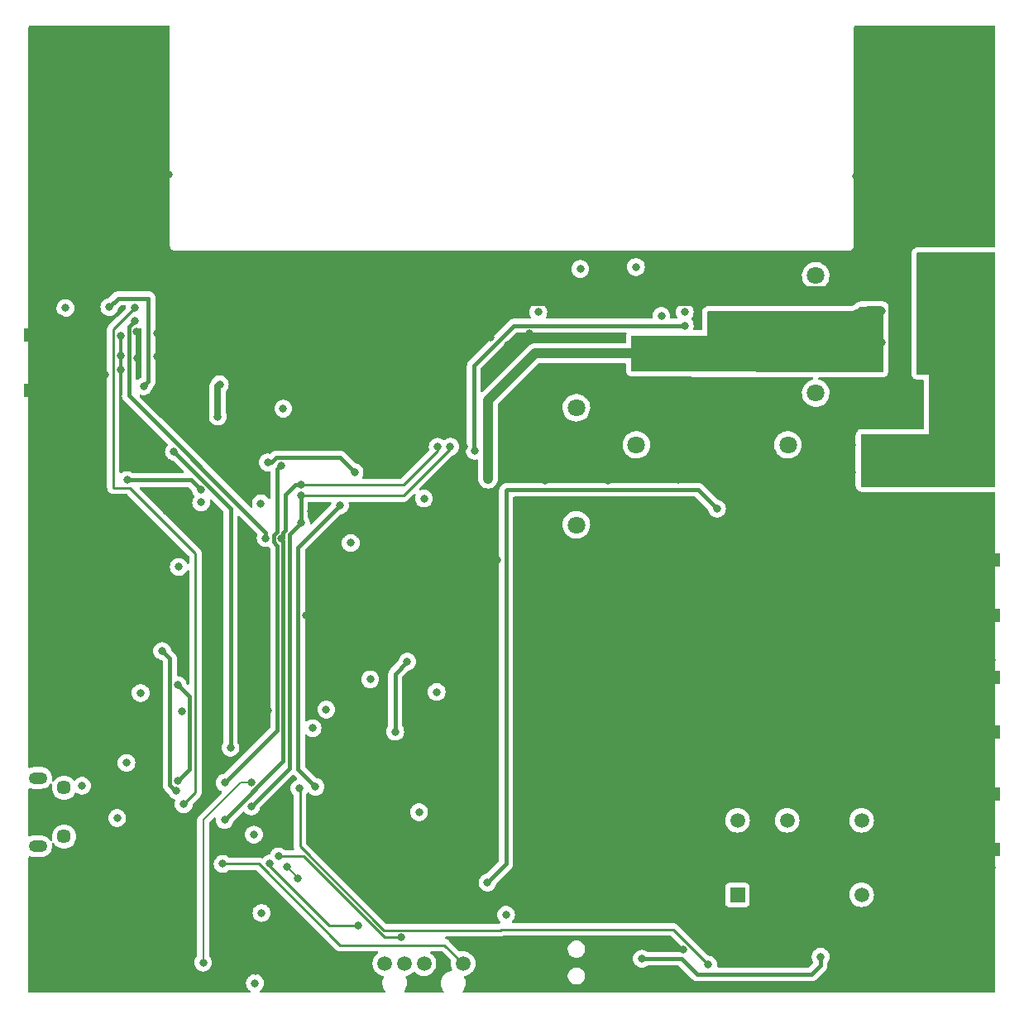
<source format=gbr>
%TF.GenerationSoftware,KiCad,Pcbnew,(6.0.9)*%
%TF.CreationDate,2022-11-09T00:10:40+00:00*%
%TF.ProjectId,Pi_TX_35W_PA,50695f54-585f-4333-9557-5f50412e6b69,rev?*%
%TF.SameCoordinates,Original*%
%TF.FileFunction,Copper,L4,Bot*%
%TF.FilePolarity,Positive*%
%FSLAX46Y46*%
G04 Gerber Fmt 4.6, Leading zero omitted, Abs format (unit mm)*
G04 Created by KiCad (PCBNEW (6.0.9)) date 2022-11-09 00:10:40*
%MOMM*%
%LPD*%
G01*
G04 APERTURE LIST*
G04 Aperture macros list*
%AMRoundRect*
0 Rectangle with rounded corners*
0 $1 Rounding radius*
0 $2 $3 $4 $5 $6 $7 $8 $9 X,Y pos of 4 corners*
0 Add a 4 corners polygon primitive as box body*
4,1,4,$2,$3,$4,$5,$6,$7,$8,$9,$2,$3,0*
0 Add four circle primitives for the rounded corners*
1,1,$1+$1,$2,$3*
1,1,$1+$1,$4,$5*
1,1,$1+$1,$6,$7*
1,1,$1+$1,$8,$9*
0 Add four rect primitives between the rounded corners*
20,1,$1+$1,$2,$3,$4,$5,0*
20,1,$1+$1,$4,$5,$6,$7,0*
20,1,$1+$1,$6,$7,$8,$9,0*
20,1,$1+$1,$8,$9,$2,$3,0*%
G04 Aperture macros list end*
%TA.AperFunction,ComponentPad*%
%ADD10C,1.450000*%
%TD*%
%TA.AperFunction,ComponentPad*%
%ADD11O,1.900000X1.200000*%
%TD*%
%TA.AperFunction,ComponentPad*%
%ADD12R,1.501140X1.501140*%
%TD*%
%TA.AperFunction,ComponentPad*%
%ADD13C,1.501140*%
%TD*%
%TA.AperFunction,ComponentPad*%
%ADD14C,1.500000*%
%TD*%
%TA.AperFunction,SMDPad,CuDef*%
%ADD15R,4.200000X1.350000*%
%TD*%
%TA.AperFunction,ComponentPad*%
%ADD16C,7.500000*%
%TD*%
%TA.AperFunction,ComponentPad*%
%ADD17C,1.800000*%
%TD*%
%TA.AperFunction,ComponentPad*%
%ADD18RoundRect,0.250000X1.550000X-0.750000X1.550000X0.750000X-1.550000X0.750000X-1.550000X-0.750000X0*%
%TD*%
%TA.AperFunction,ComponentPad*%
%ADD19O,3.600000X2.000000*%
%TD*%
%TA.AperFunction,ComponentPad*%
%ADD20C,6.000000*%
%TD*%
%TA.AperFunction,ViaPad*%
%ADD21C,0.800000*%
%TD*%
%TA.AperFunction,Conductor*%
%ADD22C,2.000000*%
%TD*%
%TA.AperFunction,Conductor*%
%ADD23C,0.400000*%
%TD*%
%TA.AperFunction,Conductor*%
%ADD24C,1.000000*%
%TD*%
%TA.AperFunction,Conductor*%
%ADD25C,0.200000*%
%TD*%
%TA.AperFunction,Conductor*%
%ADD26C,0.250000*%
%TD*%
%TA.AperFunction,Conductor*%
%ADD27C,0.700000*%
%TD*%
G04 APERTURE END LIST*
D10*
%TO.P,J1,6,Shield*%
%TO.N,Net-(C2-Pad1)*%
X104162500Y-128500000D03*
D11*
X101462500Y-127500000D03*
X101462500Y-134500000D03*
D10*
X104162500Y-133500000D03*
%TD*%
D12*
%TO.P,K1,1*%
%TO.N,Net-(K1-Pad1)*%
X173092500Y-139457500D03*
D13*
%TO.P,K1,6*%
%TO.N,Net-(K1-Pad6)*%
X185792500Y-139457500D03*
%TO.P,K1,7*%
%TO.N,Net-(J9-Pad1)*%
X185792500Y-131837500D03*
%TO.P,K1,10*%
%TO.N,Net-(J8-Pad1)*%
X178172500Y-131837500D03*
%TO.P,K1,12*%
%TO.N,Net-(C45-Pad1)*%
X173092500Y-131837500D03*
%TD*%
D14*
%TO.P,J2,1,Pin_1*%
%TO.N,+3.3V*%
X137000000Y-146500000D03*
%TO.P,J2,2,Pin_2*%
%TO.N,Net-(J2-Pad2)*%
X139000000Y-146500000D03*
%TO.P,J2,3,Pin_3*%
%TO.N,Net-(J2-Pad3)*%
X141000000Y-146500000D03*
%TO.P,J2,4,Pin_4*%
%TO.N,GND*%
X143000000Y-146500000D03*
%TO.P,J2,5,Pin_5*%
%TO.N,Net-(J2-Pad5)*%
X145000000Y-146500000D03*
%TD*%
D15*
%TO.P,J7,2,Ext*%
%TO.N,GND*%
X197850000Y-110825000D03*
X197850000Y-105175000D03*
%TD*%
D16*
%TO.P,H3,1,1*%
%TO.N,GND*%
X107000000Y-57000000D03*
%TD*%
D15*
%TO.P,J8,2,Ext*%
%TO.N,GND*%
X197850000Y-117175000D03*
X197850000Y-122825000D03*
%TD*%
D16*
%TO.P,H2,1,1*%
%TO.N,GND*%
X193000000Y-57000000D03*
%TD*%
D17*
%TO.P,L7,1,1*%
%TO.N,Net-(C41-Pad2)*%
X156600000Y-89600000D03*
%TO.P,L7,2,2*%
%TO.N,Net-(C45-Pad1)*%
X156600000Y-101600000D03*
%TD*%
D18*
%TO.P,J5,1,Pin_1*%
%TO.N,Net-(J5-Pad1)*%
X189522500Y-94300000D03*
D19*
%TO.P,J5,2,Pin_2*%
%TO.N,GND*%
X189522500Y-89300000D03*
%TD*%
D17*
%TO.P,L6,1,1*%
%TO.N,Net-(C38-Pad2)*%
X178250000Y-93400000D03*
%TO.P,L6,2,2*%
%TO.N,Net-(C41-Pad2)*%
X162750000Y-93400000D03*
%TD*%
D16*
%TO.P,H1,1,1*%
%TO.N,GND*%
X107000000Y-143000000D03*
%TD*%
%TO.P,H4,1,1*%
%TO.N,GND*%
X193000000Y-143000000D03*
%TD*%
D20*
%TO.P,U10,5,Gnd*%
%TO.N,GND*%
X111000000Y-66000000D03*
%TO.P,U10,6,Gnd*%
X189000000Y-66000000D03*
%TD*%
D15*
%TO.P,J9,2,Ext*%
%TO.N,GND*%
X197850000Y-129175000D03*
X197850000Y-134825000D03*
%TD*%
D17*
%TO.P,L5,1,1*%
%TO.N,Net-(C38-Pad1)*%
X181100000Y-76100000D03*
%TO.P,L5,2,2*%
%TO.N,Net-(C38-Pad2)*%
X181100000Y-88100000D03*
%TD*%
D15*
%TO.P,J6,2,Ext*%
%TO.N,GND*%
X102200000Y-87825000D03*
X102200000Y-82175000D03*
%TD*%
D21*
%TO.N,GND*%
X153100000Y-85500000D03*
X152300000Y-77300000D03*
X156000000Y-74500000D03*
X149200000Y-74500000D03*
X161800000Y-95800000D03*
X164300000Y-91100000D03*
X156200000Y-92800000D03*
X173000000Y-97000000D03*
X167000000Y-97000000D03*
X159800000Y-97100000D03*
X153400000Y-97100000D03*
X179000000Y-97700000D03*
X178900000Y-95700000D03*
X175600000Y-92700000D03*
X184800000Y-96200000D03*
X184800000Y-93400000D03*
X174600000Y-89100000D03*
X169400000Y-89000000D03*
X166900000Y-88800000D03*
X161200000Y-89000000D03*
X153200000Y-89000000D03*
X102100000Y-62900000D03*
X113800000Y-58000000D03*
X113400000Y-52100000D03*
X101800000Y-52000000D03*
X198000000Y-65600000D03*
X197800000Y-52400000D03*
X187200000Y-52500000D03*
X182500000Y-78200000D03*
X116800000Y-74200000D03*
X122900000Y-74200000D03*
X145400000Y-74400000D03*
X149600000Y-83200000D03*
X147800000Y-82400000D03*
X156000000Y-82500000D03*
X153800000Y-82500000D03*
%TO.N,+12V*%
X147560757Y-96860757D03*
X135500000Y-117400000D03*
X162800000Y-84000000D03*
X162800000Y-82700000D03*
X133500000Y-103449500D03*
X186000000Y-82900000D03*
X167600000Y-82700000D03*
X163300000Y-146000000D03*
X166400000Y-84000000D03*
X167600000Y-84000000D03*
X186100000Y-79800000D03*
X149400000Y-141500000D03*
X187900000Y-82900000D03*
X165200000Y-84000000D03*
X164000000Y-84000000D03*
X187900000Y-79700000D03*
X187045000Y-81355000D03*
X126600000Y-89700000D03*
X181600000Y-145800000D03*
%TO.N,GND*%
X183575000Y-98225000D03*
X155800000Y-85500000D03*
X189522500Y-70177500D03*
X105500000Y-132200000D03*
X156600000Y-99300000D03*
X119700000Y-80600000D03*
X177200000Y-102700000D03*
X191400000Y-115200000D03*
X158800000Y-100100000D03*
X186500000Y-127500000D03*
X151700000Y-145400000D03*
X175800000Y-131800000D03*
X111335000Y-73835000D03*
X169700000Y-143600000D03*
X104100000Y-71200000D03*
X153100000Y-116200000D03*
X171100000Y-124700000D03*
X192500000Y-129500000D03*
X132300000Y-134900000D03*
X166300000Y-121425000D03*
X112600000Y-76000000D03*
X126100000Y-74300000D03*
X120800000Y-81300000D03*
X170600000Y-130300000D03*
X189500000Y-134400000D03*
X114600000Y-100200000D03*
X171900000Y-133800000D03*
X174600000Y-133800000D03*
X123800000Y-147300000D03*
X125800000Y-80800000D03*
X191900000Y-62900000D03*
X114000000Y-95400000D03*
X182200000Y-119900000D03*
X172100000Y-120700000D03*
X159500000Y-121700000D03*
X167500000Y-145100000D03*
X131425000Y-103475000D03*
X173600000Y-110700000D03*
X136400000Y-81400000D03*
X164700000Y-130500000D03*
X125700000Y-78500000D03*
X176400000Y-75600000D03*
X186100000Y-62700000D03*
X125900000Y-83400000D03*
X152400000Y-100900000D03*
X189522500Y-87477500D03*
X163400000Y-122700000D03*
X169400000Y-124300000D03*
X184600000Y-117800000D03*
X186400000Y-129500000D03*
X113700000Y-84400000D03*
X119700000Y-77900000D03*
X119700000Y-79300000D03*
X197900000Y-136700000D03*
X146800000Y-79900000D03*
X125000000Y-120600000D03*
X194200000Y-124800000D03*
X109924500Y-82200000D03*
X153100000Y-126800000D03*
X194600000Y-136000000D03*
X111000000Y-104200000D03*
X195600000Y-103500000D03*
X109924500Y-85700000D03*
X113925000Y-77675000D03*
X109800000Y-129600000D03*
X168200000Y-75675000D03*
X161900000Y-109200000D03*
X177200000Y-121400000D03*
X103800000Y-80500000D03*
X147600000Y-135600000D03*
X116500000Y-77900000D03*
X192700000Y-109500000D03*
X113025000Y-122375000D03*
X171200000Y-110700000D03*
X130000000Y-113700000D03*
X149300000Y-92700000D03*
X191400000Y-91000000D03*
X164300000Y-112600000D03*
X186700000Y-73900000D03*
X192200000Y-119800000D03*
X140600000Y-135700000D03*
X194600000Y-117300000D03*
X181100000Y-124700000D03*
X172700000Y-112700000D03*
X199100000Y-115400000D03*
X123300000Y-85100000D03*
X143272536Y-121927464D03*
X136400000Y-74800000D03*
X164200000Y-110600000D03*
X166900000Y-86900000D03*
X174400000Y-125600000D03*
X167712500Y-133775000D03*
X197500000Y-112500000D03*
X186500000Y-115800000D03*
X148500000Y-105200000D03*
X190300000Y-116600000D03*
X170600000Y-132000000D03*
X185200000Y-65900000D03*
X179000000Y-111100000D03*
X141125000Y-81800000D03*
X108375500Y-86200000D03*
X136400000Y-76100000D03*
X114100000Y-149000000D03*
X144300000Y-110900000D03*
X133500000Y-86100000D03*
X105600000Y-82000000D03*
X194100000Y-108200000D03*
X117200000Y-86200000D03*
X178400000Y-134500000D03*
X197700000Y-115400000D03*
X191200000Y-111000000D03*
X195700000Y-124500000D03*
X168900000Y-110700000D03*
X130700000Y-74100000D03*
X140000000Y-83300000D03*
X159200000Y-101900000D03*
X174600000Y-102800000D03*
X154500000Y-85500000D03*
X193300000Y-126000000D03*
X158200000Y-112900000D03*
X111000000Y-61600000D03*
X180300000Y-102800000D03*
X120800000Y-83000000D03*
X144600000Y-106600000D03*
X146200000Y-106600000D03*
X197500000Y-127400000D03*
X141025000Y-78100000D03*
X187400000Y-112200000D03*
X178500000Y-87000000D03*
X109700000Y-133100000D03*
X129400000Y-100200000D03*
X130600000Y-111400000D03*
X142800000Y-127200000D03*
X151800000Y-118500000D03*
X117000000Y-83700000D03*
X105500000Y-86200000D03*
X192400000Y-68800000D03*
X113900000Y-72300000D03*
X151100000Y-87500000D03*
X151784668Y-81999500D03*
X194800000Y-105600000D03*
X170000000Y-102800000D03*
X182700000Y-103400000D03*
X187700000Y-91100000D03*
X174400000Y-122100000D03*
X116500000Y-79300000D03*
X144100000Y-82300000D03*
X193100000Y-65800000D03*
X181000000Y-133500000D03*
X161300000Y-112600000D03*
X192000000Y-134300000D03*
X197500000Y-124800000D03*
X151800000Y-102600000D03*
X113500000Y-62800000D03*
X105500000Y-83800000D03*
X194600000Y-115500000D03*
X159400000Y-130500000D03*
X187600000Y-87400000D03*
X189522500Y-75377500D03*
X168400000Y-102900000D03*
X172900000Y-125600000D03*
X161100000Y-122800000D03*
X180800000Y-121300000D03*
X156000000Y-106800000D03*
X186900000Y-89400000D03*
X196300000Y-136600000D03*
X134800000Y-111300000D03*
X125700000Y-76300000D03*
X175600000Y-87000000D03*
X130700000Y-86000000D03*
X167800000Y-121425000D03*
X164400000Y-102700000D03*
X116500000Y-80600000D03*
X113700000Y-82000000D03*
X174400000Y-127600000D03*
X155300000Y-114200000D03*
X123584541Y-95917471D03*
X186300000Y-69000000D03*
X141400000Y-86100000D03*
X169400000Y-122600000D03*
X153900000Y-107500000D03*
X142100000Y-82400000D03*
X144400000Y-112800000D03*
X186722500Y-76022500D03*
X118100000Y-77500000D03*
X160300000Y-103700000D03*
X131000000Y-80700000D03*
X183300000Y-123600000D03*
X186200000Y-107100000D03*
X144600000Y-86200000D03*
X154700000Y-128600000D03*
X194700000Y-129500000D03*
X163400000Y-120600000D03*
X177600000Y-112600000D03*
X175337500Y-101300000D03*
X131000000Y-83200000D03*
X170100000Y-120700000D03*
X106900000Y-86200000D03*
X111700000Y-84500000D03*
X105475000Y-87825000D03*
X183800000Y-133700000D03*
X142400000Y-114300000D03*
X188900000Y-126700000D03*
X128500000Y-74000000D03*
X198900000Y-103500000D03*
X122800000Y-80800000D03*
X177900000Y-124800000D03*
X129400000Y-117100000D03*
X187100000Y-109400000D03*
X188600000Y-118100000D03*
X194600000Y-112200000D03*
X161900000Y-130600000D03*
X141200000Y-74400000D03*
X113900000Y-69000000D03*
X189500000Y-91100000D03*
X186900000Y-119800000D03*
X184500000Y-87100000D03*
X106700000Y-66100000D03*
X151900000Y-105400000D03*
X174300000Y-123600000D03*
X162600000Y-86900000D03*
X194500000Y-134200000D03*
X115500000Y-84000000D03*
X199000000Y-112500000D03*
X119800000Y-74100000D03*
X184200000Y-129800000D03*
X149300000Y-96400000D03*
X110100000Y-73800000D03*
X157600000Y-108000000D03*
X164200000Y-109100000D03*
X172100000Y-102800000D03*
X184700000Y-105100000D03*
X136300000Y-83600000D03*
X188100000Y-114100000D03*
X172100000Y-86900000D03*
X145131544Y-93611395D03*
X103600000Y-89500000D03*
X121100000Y-139600000D03*
X178000000Y-128100000D03*
X196200000Y-115400000D03*
X186700000Y-78100000D03*
X189000000Y-122000000D03*
X189500000Y-129500000D03*
X196000000Y-127400000D03*
X174300000Y-120600000D03*
X134500000Y-99700000D03*
X162300000Y-104300000D03*
X164900000Y-122900000D03*
X146100000Y-82300000D03*
X164900000Y-121600000D03*
X167300000Y-112600000D03*
X128400000Y-86100000D03*
X108000000Y-63200000D03*
X151500000Y-121300000D03*
X176300000Y-110700000D03*
X113900000Y-74300000D03*
X139700000Y-76900000D03*
X108100000Y-68800000D03*
X164200000Y-104200000D03*
X190900000Y-121300000D03*
X112605000Y-73795000D03*
X149200000Y-89400000D03*
X197400000Y-103500000D03*
X169900000Y-112700000D03*
X185100000Y-121500000D03*
X100900000Y-89500000D03*
X154500000Y-100500000D03*
X169100000Y-121400000D03*
X192900000Y-113700000D03*
X136200000Y-122700000D03*
X131000000Y-78300000D03*
X182800000Y-131700000D03*
X158200000Y-85600000D03*
X115300000Y-82200000D03*
X136400000Y-78100000D03*
X144100000Y-77300000D03*
X101100000Y-80500000D03*
X111600000Y-81800000D03*
X117200000Y-84700000D03*
X186700000Y-122000000D03*
X191300000Y-87500000D03*
X175100000Y-112700000D03*
X196100000Y-112500000D03*
X133700000Y-74000000D03*
X181100000Y-74000000D03*
X114900000Y-65700000D03*
X199100000Y-136700000D03*
X159900000Y-109000000D03*
X193300000Y-118600000D03*
X161000000Y-120700000D03*
X199000000Y-124700000D03*
X189700000Y-112600000D03*
X158037500Y-132300000D03*
X183675000Y-91475000D03*
X176400000Y-133600000D03*
X194700000Y-128300000D03*
X147400000Y-106400000D03*
X126000000Y-85500000D03*
X146200000Y-77200000D03*
X178600000Y-121300000D03*
X151800000Y-124100000D03*
X109924500Y-84300000D03*
X142200000Y-77200000D03*
X169000000Y-131400000D03*
X160900000Y-85600000D03*
X131600000Y-117300000D03*
X128000000Y-148400000D03*
X136000000Y-86000000D03*
X156900000Y-130000000D03*
X191300000Y-126700000D03*
X131000000Y-76200000D03*
X189300000Y-61900000D03*
X136900000Y-135300000D03*
X194800000Y-104400000D03*
X136924443Y-93400500D03*
X136400000Y-127500000D03*
X124400000Y-83500000D03*
X111000000Y-70400000D03*
X169400000Y-129300000D03*
X124400000Y-81100000D03*
X199000000Y-127400000D03*
X186400000Y-134400000D03*
X164337500Y-101400000D03*
X184700000Y-75500000D03*
X195400000Y-106900000D03*
X128899500Y-110900000D03*
%TO.N,/PA_Power/VBus*%
X106000000Y-128300000D03*
X109600000Y-131600000D03*
%TO.N,Net-(D2-Pad5)*%
X126971835Y-136596433D03*
X128100000Y-137800000D03*
%TO.N,/PA_Protection/Slave_INT*%
X121200000Y-124400000D03*
X115400500Y-94100500D03*
%TO.N,/PA_Protection/Slave_SDA*%
X118184668Y-98015332D03*
X110600000Y-97000000D03*
%TO.N,/PA_Protection/Ext_SDA*%
X115799500Y-117992211D03*
X115799500Y-127800000D03*
%TO.N,/PA_Protection/Ext_SCL*%
X115675500Y-128799503D03*
X114200000Y-114500000D03*
%TO.N,+3.3V*%
X118200000Y-99300000D03*
X124368503Y-141320707D03*
X104300000Y-79400000D03*
X116200500Y-120676271D03*
X142300000Y-118700000D03*
X140500000Y-131000000D03*
X123600000Y-133300000D03*
X123700000Y-148500000D03*
X124298391Y-99401609D03*
X129600000Y-122400000D03*
X141000000Y-98900000D03*
X112000000Y-118800000D03*
%TO.N,Net-(C21-Pad1)*%
X138062500Y-122762500D03*
X139300000Y-115600000D03*
X110550000Y-125950000D03*
X131000000Y-120500000D03*
X115900000Y-105900000D03*
%TO.N,Net-(J2-Pad2)*%
X125200000Y-136249502D03*
X134300000Y-142600000D03*
%TO.N,Net-(J2-Pad3)*%
X126115296Y-135525002D03*
X138700000Y-143824500D03*
%TO.N,Net-(J2-Pad5)*%
X120400000Y-136300000D03*
%TO.N,/PA_Power/VDD_PA*%
X167700000Y-81200000D03*
X167700000Y-79800000D03*
X146200000Y-94000000D03*
X165300000Y-80200000D03*
%TO.N,/PA_Protection/ADC_Vgg_PA*%
X132400000Y-99600000D03*
X129900000Y-128400000D03*
%TO.N,/PA_Protection/TX_Relay*%
X170100000Y-146600000D03*
X128246889Y-128563919D03*
%TO.N,Net-(R3-Pad2)*%
X118400000Y-146400000D03*
X123303301Y-127966035D03*
%TO.N,/PA_Power/En_Vgg_PA*%
X126400000Y-95500000D03*
X120600000Y-128000000D03*
%TO.N,/PA_Protection/Temp_INT*%
X116400000Y-130200000D03*
X111400000Y-79400000D03*
%TO.N,Net-(J5-Pad1)*%
X195600000Y-83200000D03*
X192100000Y-96500000D03*
X192100000Y-93000000D03*
X189600000Y-92700000D03*
X186600000Y-94800000D03*
X186600000Y-93100000D03*
X198400000Y-83200000D03*
X198400000Y-74700000D03*
X192600000Y-83200000D03*
X192500000Y-74700000D03*
X192200000Y-94500000D03*
X189700000Y-96600000D03*
X186600000Y-96600000D03*
X195400000Y-74700000D03*
%TO.N,/PA_Power/Int_SDA*%
X123323132Y-130399500D03*
X112300000Y-87400000D03*
X128400000Y-98600000D03*
X108795000Y-79295000D03*
X143700000Y-93600500D03*
X128400000Y-101400000D03*
%TO.N,/PA_Power/Int_SCL*%
X126400500Y-103000000D03*
X128400000Y-97500000D03*
X142400000Y-93600500D03*
X120600000Y-131800000D03*
X124801500Y-102946022D03*
X111399998Y-80700000D03*
%TO.N,Net-(R34-Pad2)*%
X125000000Y-95200000D03*
X133900000Y-96199500D03*
%TO.N,Net-(C31-Pad1)*%
X162700000Y-75200000D03*
X157000000Y-75400000D03*
X152700000Y-79800000D03*
%TO.N,/PA_Protection/VFwd*%
X147500000Y-138200000D03*
X171000000Y-99937500D03*
%TO.N,+5V*%
X119900000Y-90500000D03*
X120100000Y-87200000D03*
%TD*%
D22*
%TO.N,GND*%
X182500000Y-78200000D02*
X184545000Y-78200000D01*
D23*
%TO.N,+12V*%
X181600000Y-146700000D02*
X181600000Y-145800000D01*
X167400000Y-146000000D02*
X169000000Y-147600000D01*
D24*
X147560757Y-88839243D02*
X152400000Y-84000000D01*
D23*
X180700000Y-147600000D02*
X181600000Y-146700000D01*
X163300000Y-146000000D02*
X167400000Y-146000000D01*
D24*
X147560757Y-96860757D02*
X147560757Y-88839243D01*
X152400000Y-84000000D02*
X162800000Y-84000000D01*
D23*
X169000000Y-147600000D02*
X180700000Y-147600000D01*
D22*
%TO.N,GND*%
X189522500Y-75377500D02*
X189522500Y-73222500D01*
X189522500Y-70177500D02*
X189522500Y-66522500D01*
X189522500Y-73222500D02*
X189522500Y-70177500D01*
X184545000Y-78200000D02*
X186722500Y-76022500D01*
X115600000Y-78200000D02*
X156000000Y-78200000D01*
X156000000Y-78200000D02*
X182500000Y-78200000D01*
X111000000Y-73600000D02*
X115600000Y-78200000D01*
X189522500Y-66522500D02*
X189000000Y-66000000D01*
X111000000Y-66000000D02*
X111000000Y-70400000D01*
X189522500Y-87477500D02*
X189522500Y-75377500D01*
X189522500Y-89300000D02*
X189522500Y-87477500D01*
X186722500Y-76022500D02*
X189522500Y-73222500D01*
X111000000Y-70400000D02*
X111000000Y-73600000D01*
D25*
%TO.N,Net-(D2-Pad5)*%
X126971835Y-136596433D02*
X128100000Y-137724598D01*
X128100000Y-137724598D02*
X128100000Y-137800000D01*
D23*
%TO.N,/PA_Protection/Slave_INT*%
X121200000Y-124400000D02*
X121200000Y-99900000D01*
X121200000Y-99900000D02*
X115400500Y-94100500D01*
%TO.N,/PA_Protection/Slave_SDA*%
X117169336Y-97000000D02*
X118184668Y-98015332D01*
X110600000Y-97000000D02*
X117169336Y-97000000D01*
%TO.N,/PA_Protection/Ext_SDA*%
X117000000Y-119192711D02*
X117000000Y-126599500D01*
X117000000Y-126599500D02*
X115799500Y-127800000D01*
X115799500Y-117992211D02*
X117000000Y-119192711D01*
%TO.N,/PA_Protection/Ext_SCL*%
X115000000Y-128255164D02*
X115544339Y-128799503D01*
X115544339Y-128799503D02*
X115675500Y-128799503D01*
X115000000Y-115300000D02*
X115000000Y-128255164D01*
X114200000Y-114500000D02*
X115000000Y-115300000D01*
%TO.N,Net-(C21-Pad1)*%
X138062500Y-116837500D02*
X139300000Y-115600000D01*
X138062500Y-122762500D02*
X138062500Y-116837500D01*
D26*
%TO.N,Net-(J2-Pad2)*%
X131314407Y-142600000D02*
X134300000Y-142600000D01*
X125200000Y-136249502D02*
X125200000Y-136485593D01*
X125200000Y-136485593D02*
X131314407Y-142600000D01*
%TO.N,Net-(J2-Pad3)*%
X136988810Y-143824500D02*
X138700000Y-143824500D01*
X126115296Y-135525002D02*
X128689312Y-135525002D01*
X128689312Y-135525002D02*
X136988810Y-143824500D01*
%TO.N,Net-(J2-Pad5)*%
X143100000Y-144600000D02*
X132400000Y-144600000D01*
X145000000Y-146500000D02*
X143100000Y-144600000D01*
X132400000Y-144600000D02*
X124100000Y-136300000D01*
X124100000Y-136300000D02*
X120400000Y-136300000D01*
D23*
%TO.N,/PA_Power/VDD_PA*%
X150200000Y-81200000D02*
X167700000Y-81200000D01*
X146200000Y-94000000D02*
X146100000Y-93900000D01*
X146100000Y-85300000D02*
X150200000Y-81200000D01*
X146100000Y-93900000D02*
X146100000Y-85300000D01*
%TO.N,/PA_Protection/ADC_Vgg_PA*%
X128100000Y-126600000D02*
X128100000Y-103900000D01*
X129900000Y-128400000D02*
X128100000Y-126600000D01*
X128100000Y-103900000D02*
X132400000Y-99600000D01*
D26*
%TO.N,/PA_Protection/TX_Relay*%
X166500000Y-143000000D02*
X170100000Y-146600000D01*
X136900000Y-143100000D02*
X128300000Y-134500000D01*
X148900000Y-143000000D02*
X163100000Y-143000000D01*
X163100000Y-143000000D02*
X165800000Y-143000000D01*
X165800000Y-143000000D02*
X166500000Y-143000000D01*
X148900000Y-143000000D02*
X148800000Y-143100000D01*
X148800000Y-143100000D02*
X136900000Y-143100000D01*
X128300000Y-134500000D02*
X128300000Y-128617030D01*
X128300000Y-128617030D02*
X128246889Y-128563919D01*
D25*
%TO.N,Net-(R3-Pad2)*%
X122227563Y-127966035D02*
X123303301Y-127966035D01*
X118400000Y-146400000D02*
X118400000Y-131793598D01*
X118400000Y-131793598D02*
X122227563Y-127966035D01*
D23*
%TO.N,/PA_Power/En_Vgg_PA*%
X126000500Y-103730664D02*
X125601000Y-103331164D01*
X126000500Y-102269336D02*
X126000500Y-95899500D01*
X125601000Y-102668836D02*
X126000500Y-102269336D01*
X126000500Y-95899500D02*
X126400000Y-95500000D01*
X120600000Y-128000000D02*
X126000500Y-122599500D01*
X125601000Y-103331164D02*
X125601000Y-102668836D01*
X126000500Y-122599500D02*
X126000500Y-103730664D01*
D26*
%TO.N,/PA_Protection/Temp_INT*%
X117600000Y-104500000D02*
X110900000Y-97800000D01*
X109200000Y-97800000D02*
X109200000Y-81600000D01*
X117600000Y-129000000D02*
X117600000Y-104500000D01*
X110900000Y-97800000D02*
X109200000Y-97800000D01*
X109200000Y-81600000D02*
X111400000Y-79400000D01*
X116400000Y-130200000D02*
X117600000Y-129000000D01*
D23*
%TO.N,/PA_Power/Int_SDA*%
X127200000Y-102600000D02*
X128400000Y-101400000D01*
X127200000Y-126522632D02*
X127200000Y-102600000D01*
X112800000Y-86900000D02*
X112300000Y-87400000D01*
D26*
X143700000Y-93800000D02*
X143700000Y-93600500D01*
X128400000Y-98600000D02*
X138900000Y-98600000D01*
D23*
X109690000Y-78400000D02*
X112800000Y-78400000D01*
X112800000Y-78400000D02*
X112800000Y-86900000D01*
X108795000Y-79295000D02*
X109690000Y-78400000D01*
X128400000Y-98600000D02*
X128400000Y-101400000D01*
X123323132Y-130399500D02*
X127200000Y-126522632D01*
D26*
X138900000Y-98600000D02*
X143700000Y-93800000D01*
D23*
%TO.N,/PA_Power/Int_SCL*%
X124801500Y-102370835D02*
X124801500Y-102946022D01*
X111399998Y-80700000D02*
X110800000Y-81299998D01*
D26*
X128400000Y-97500000D02*
X138900000Y-97500000D01*
D23*
X126800000Y-102152178D02*
X126600499Y-102351679D01*
X120600000Y-131800000D02*
X126600000Y-125800000D01*
D26*
X138900000Y-97500000D02*
X142400000Y-94000000D01*
D23*
X110800000Y-88369335D02*
X124801500Y-102370835D01*
X126800000Y-98500000D02*
X126800000Y-102152178D01*
X126600000Y-125800000D02*
X126600000Y-103199500D01*
D26*
X142400000Y-94000000D02*
X142400000Y-93600500D01*
D23*
X126600499Y-102351679D02*
X126600499Y-102800001D01*
X126600000Y-103199500D02*
X126400500Y-103000000D01*
X110800000Y-81299998D02*
X110800000Y-88369335D01*
X126600499Y-102800001D02*
X126400500Y-103000000D01*
X128400000Y-97500000D02*
X127800000Y-97500000D01*
X127800000Y-97500000D02*
X126800000Y-98500000D01*
%TO.N,Net-(R34-Pad2)*%
X132400500Y-94700000D02*
X133900000Y-96199500D01*
X125900000Y-94700000D02*
X132400500Y-94700000D01*
X125400000Y-95200000D02*
X125900000Y-94700000D01*
X125000000Y-95200000D02*
X125400000Y-95200000D01*
%TO.N,/PA_Protection/VFwd*%
X149400000Y-136300000D02*
X147500000Y-138200000D01*
X149500000Y-98000000D02*
X149400000Y-98100000D01*
X149400000Y-98100000D02*
X149400000Y-136300000D01*
X169062500Y-98000000D02*
X149500000Y-98000000D01*
X171000000Y-99937500D02*
X169062500Y-98000000D01*
D27*
%TO.N,+5V*%
X119900000Y-90500000D02*
X119900000Y-87400000D01*
D23*
X119900000Y-87400000D02*
X120100000Y-87200000D01*
%TD*%
%TA.AperFunction,Conductor*%
%TO.N,GND*%
G36*
X142853526Y-145253502D02*
G01*
X142874501Y-145270405D01*
X143731673Y-146127578D01*
X143765698Y-146189890D01*
X143764284Y-146249284D01*
X143755885Y-146280629D01*
X143736693Y-146500000D01*
X143755885Y-146719371D01*
X143812880Y-146932076D01*
X143865927Y-147045835D01*
X143880693Y-147077502D01*
X143891354Y-147147694D01*
X143862374Y-147212507D01*
X143802954Y-147251363D01*
X143787262Y-147254399D01*
X143787350Y-147254891D01*
X143781832Y-147255884D01*
X143776238Y-147256383D01*
X143770824Y-147257864D01*
X143770819Y-147257865D01*
X143643088Y-147292809D01*
X143559549Y-147315663D01*
X143554491Y-147318075D01*
X143554487Y-147318077D01*
X143508691Y-147339921D01*
X143356782Y-147412378D01*
X143174346Y-147543471D01*
X143018008Y-147704799D01*
X142892710Y-147891262D01*
X142802412Y-148096967D01*
X142801103Y-148102418D01*
X142801102Y-148102422D01*
X142753386Y-148301174D01*
X142749968Y-148315411D01*
X142737037Y-148539690D01*
X142764025Y-148762715D01*
X142830082Y-148977435D01*
X142832652Y-148982415D01*
X142832654Y-148982419D01*
X142897852Y-149108738D01*
X142933118Y-149177064D01*
X142936531Y-149181511D01*
X142936531Y-149181512D01*
X143018853Y-149288796D01*
X143044453Y-149355016D01*
X143030188Y-149424565D01*
X142980587Y-149475361D01*
X142918890Y-149491500D01*
X139086555Y-149491500D01*
X139018434Y-149471498D01*
X138971941Y-149417842D01*
X138961837Y-149347568D01*
X138984319Y-149296765D01*
X138981992Y-149295201D01*
X139104164Y-149113390D01*
X139107290Y-149108738D01*
X139197588Y-148903033D01*
X139250032Y-148684589D01*
X139260675Y-148500000D01*
X139262640Y-148465917D01*
X139262640Y-148465914D01*
X139262963Y-148460310D01*
X139235975Y-148237285D01*
X139169918Y-148022565D01*
X139142155Y-147968774D01*
X139120611Y-147927034D01*
X139107142Y-147857326D01*
X139133497Y-147791403D01*
X139191310Y-147750193D01*
X139210696Y-147745158D01*
X139213892Y-147744594D01*
X139219371Y-147744115D01*
X139432076Y-147687120D01*
X139631654Y-147594056D01*
X139812038Y-147467749D01*
X139910905Y-147368882D01*
X139973217Y-147334856D01*
X140044032Y-147339921D01*
X140089095Y-147368882D01*
X140187962Y-147467749D01*
X140368346Y-147594056D01*
X140567924Y-147687120D01*
X140780629Y-147744115D01*
X141000000Y-147763307D01*
X141219371Y-147744115D01*
X141432076Y-147687120D01*
X141631654Y-147594056D01*
X141812038Y-147467749D01*
X141967749Y-147312038D01*
X142005682Y-147257865D01*
X142090899Y-147136162D01*
X142090900Y-147136160D01*
X142094056Y-147131653D01*
X142096379Y-147126671D01*
X142096382Y-147126666D01*
X142143585Y-147025438D01*
X142187120Y-146932076D01*
X142244115Y-146719371D01*
X142263307Y-146500000D01*
X142244115Y-146280629D01*
X142187120Y-146067924D01*
X142118671Y-145921134D01*
X142096382Y-145873334D01*
X142096379Y-145873329D01*
X142094056Y-145868347D01*
X142073231Y-145838606D01*
X141970908Y-145692473D01*
X141970906Y-145692470D01*
X141967749Y-145687962D01*
X141812038Y-145532251D01*
X141712728Y-145462713D01*
X141668400Y-145407256D01*
X141661091Y-145336636D01*
X141693122Y-145273276D01*
X141754323Y-145237291D01*
X141784999Y-145233500D01*
X142785405Y-145233500D01*
X142853526Y-145253502D01*
G37*
%TD.AperFunction*%
%TA.AperFunction,Conductor*%
G36*
X114933621Y-50528502D02*
G01*
X114980114Y-50582158D01*
X114991500Y-50634500D01*
X114991500Y-72991377D01*
X114991498Y-72992147D01*
X114991024Y-73069721D01*
X114993491Y-73078352D01*
X114999150Y-73098153D01*
X115002728Y-73114915D01*
X115006920Y-73144187D01*
X115010634Y-73152355D01*
X115010634Y-73152356D01*
X115017548Y-73167562D01*
X115023996Y-73185086D01*
X115031051Y-73209771D01*
X115035843Y-73217365D01*
X115035844Y-73217368D01*
X115046830Y-73234780D01*
X115054969Y-73249863D01*
X115067208Y-73276782D01*
X115073069Y-73283584D01*
X115083970Y-73296235D01*
X115095073Y-73311239D01*
X115108776Y-73332958D01*
X115115501Y-73338897D01*
X115115504Y-73338901D01*
X115130938Y-73352532D01*
X115142982Y-73364724D01*
X115156427Y-73380327D01*
X115156430Y-73380329D01*
X115162287Y-73387127D01*
X115169816Y-73392007D01*
X115169817Y-73392008D01*
X115183835Y-73401094D01*
X115198709Y-73412385D01*
X115211217Y-73423431D01*
X115217951Y-73429378D01*
X115244711Y-73441942D01*
X115259691Y-73450263D01*
X115276983Y-73461471D01*
X115276988Y-73461473D01*
X115284515Y-73466352D01*
X115293108Y-73468922D01*
X115293113Y-73468924D01*
X115309120Y-73473711D01*
X115326564Y-73480372D01*
X115341676Y-73487467D01*
X115341678Y-73487468D01*
X115349800Y-73491281D01*
X115358667Y-73492662D01*
X115358668Y-73492662D01*
X115361353Y-73493080D01*
X115379017Y-73495830D01*
X115395732Y-73499613D01*
X115415466Y-73505515D01*
X115415472Y-73505516D01*
X115424066Y-73508086D01*
X115433037Y-73508141D01*
X115433038Y-73508141D01*
X115443097Y-73508202D01*
X115458506Y-73508296D01*
X115459289Y-73508329D01*
X115460386Y-73508500D01*
X115491377Y-73508500D01*
X115492147Y-73508502D01*
X115565785Y-73508952D01*
X115565786Y-73508952D01*
X115569721Y-73508976D01*
X115571065Y-73508592D01*
X115572410Y-73508500D01*
X184491377Y-73508500D01*
X184492148Y-73508502D01*
X184569721Y-73508976D01*
X184598152Y-73500850D01*
X184614915Y-73497272D01*
X184615753Y-73497152D01*
X184644187Y-73493080D01*
X184654351Y-73488459D01*
X184667562Y-73482452D01*
X184685087Y-73476004D01*
X184709771Y-73468949D01*
X184717365Y-73464157D01*
X184717368Y-73464156D01*
X184734780Y-73453170D01*
X184749865Y-73445030D01*
X184776782Y-73432792D01*
X184796235Y-73416030D01*
X184811239Y-73404927D01*
X184832958Y-73391224D01*
X184838897Y-73384499D01*
X184838901Y-73384496D01*
X184852532Y-73369062D01*
X184864724Y-73357018D01*
X184880327Y-73343573D01*
X184880329Y-73343570D01*
X184887127Y-73337713D01*
X184901094Y-73316165D01*
X184912385Y-73301291D01*
X184923431Y-73288783D01*
X184923432Y-73288782D01*
X184929378Y-73282049D01*
X184941943Y-73255287D01*
X184950263Y-73240309D01*
X184961471Y-73223017D01*
X184961473Y-73223012D01*
X184966352Y-73215485D01*
X184968922Y-73206892D01*
X184968924Y-73206887D01*
X184973711Y-73190880D01*
X184980372Y-73173436D01*
X184987467Y-73158324D01*
X184987468Y-73158322D01*
X184991281Y-73150200D01*
X184995830Y-73120983D01*
X184999613Y-73104268D01*
X185005515Y-73084534D01*
X185005516Y-73084528D01*
X185008086Y-73075934D01*
X185008296Y-73041494D01*
X185008329Y-73040711D01*
X185008500Y-73039614D01*
X185008500Y-73008623D01*
X185008502Y-73007853D01*
X185008952Y-72934215D01*
X185008952Y-72934214D01*
X185008976Y-72930279D01*
X185008592Y-72928935D01*
X185008500Y-72927590D01*
X185008500Y-50634500D01*
X185028502Y-50566379D01*
X185082158Y-50519886D01*
X185134500Y-50508500D01*
X199365500Y-50508500D01*
X199433621Y-50528502D01*
X199480114Y-50582158D01*
X199491500Y-50634500D01*
X199491500Y-73060500D01*
X199471498Y-73128621D01*
X199417842Y-73175114D01*
X199365500Y-73186500D01*
X191526000Y-73186500D01*
X191522654Y-73186860D01*
X191522649Y-73186860D01*
X191420215Y-73197872D01*
X191420208Y-73197873D01*
X191416851Y-73198234D01*
X191413551Y-73198952D01*
X191413550Y-73198952D01*
X191367790Y-73208906D01*
X191367785Y-73208907D01*
X191364509Y-73209620D01*
X191260343Y-73244290D01*
X191137388Y-73323308D01*
X191133993Y-73326250D01*
X191133990Y-73326252D01*
X191092016Y-73362623D01*
X191083732Y-73369801D01*
X191080792Y-73373194D01*
X190993919Y-73473450D01*
X190993917Y-73473453D01*
X190988018Y-73480261D01*
X190927302Y-73613210D01*
X190907300Y-73681331D01*
X190886500Y-73826000D01*
X190886500Y-86074000D01*
X190898234Y-86183149D01*
X190898952Y-86186449D01*
X190898952Y-86186450D01*
X190906316Y-86220301D01*
X190909620Y-86235491D01*
X190944290Y-86339657D01*
X191023308Y-86462612D01*
X191026250Y-86466007D01*
X191026252Y-86466010D01*
X191056897Y-86501376D01*
X191069801Y-86516268D01*
X191073194Y-86519208D01*
X191173450Y-86606081D01*
X191173453Y-86606083D01*
X191180261Y-86611982D01*
X191313210Y-86672698D01*
X191336964Y-86679673D01*
X191377008Y-86691431D01*
X191377012Y-86691432D01*
X191381331Y-86692700D01*
X191385780Y-86693340D01*
X191385786Y-86693341D01*
X191521553Y-86712861D01*
X191521558Y-86712861D01*
X191526000Y-86713500D01*
X192060500Y-86713500D01*
X192128621Y-86733502D01*
X192175114Y-86787158D01*
X192186500Y-86839500D01*
X192186500Y-91660500D01*
X192166498Y-91728621D01*
X192112842Y-91775114D01*
X192060500Y-91786500D01*
X185826000Y-91786500D01*
X185822654Y-91786860D01*
X185822649Y-91786860D01*
X185720215Y-91797872D01*
X185720208Y-91797873D01*
X185716851Y-91798234D01*
X185713551Y-91798952D01*
X185713550Y-91798952D01*
X185667790Y-91808906D01*
X185667785Y-91808907D01*
X185664509Y-91809620D01*
X185560343Y-91844290D01*
X185437388Y-91923308D01*
X185383732Y-91969801D01*
X185380792Y-91973194D01*
X185293919Y-92073450D01*
X185293917Y-92073453D01*
X185288018Y-92080261D01*
X185227302Y-92213210D01*
X185207300Y-92281331D01*
X185206660Y-92285780D01*
X185206659Y-92285786D01*
X185195075Y-92366358D01*
X185186500Y-92426000D01*
X185186500Y-93264911D01*
X185187203Y-93291777D01*
X185187893Y-93304947D01*
X185190003Y-93331756D01*
X185194089Y-93370625D01*
X185195792Y-93386828D01*
X185195792Y-93413167D01*
X185190003Y-93468244D01*
X185187893Y-93495053D01*
X185187203Y-93508223D01*
X185186500Y-93535089D01*
X185186500Y-96064911D01*
X185187203Y-96091777D01*
X185187893Y-96104947D01*
X185190003Y-96131756D01*
X185194439Y-96173955D01*
X185195792Y-96186828D01*
X185195792Y-96213167D01*
X185190003Y-96268244D01*
X185187893Y-96295053D01*
X185187203Y-96308223D01*
X185186500Y-96335089D01*
X185186500Y-97574000D01*
X185186860Y-97577346D01*
X185186860Y-97577351D01*
X185197328Y-97674719D01*
X185198234Y-97683149D01*
X185198952Y-97686449D01*
X185198952Y-97686450D01*
X185208100Y-97728502D01*
X185209620Y-97735491D01*
X185244290Y-97839657D01*
X185323308Y-97962612D01*
X185326250Y-97966007D01*
X185326252Y-97966010D01*
X185349528Y-97992872D01*
X185369801Y-98016268D01*
X185373194Y-98019208D01*
X185473450Y-98106081D01*
X185473453Y-98106083D01*
X185480261Y-98111982D01*
X185613210Y-98172698D01*
X185636964Y-98179673D01*
X185677008Y-98191431D01*
X185677012Y-98191432D01*
X185681331Y-98192700D01*
X185685780Y-98193340D01*
X185685786Y-98193341D01*
X185821553Y-98212861D01*
X185821558Y-98212861D01*
X185826000Y-98213500D01*
X199365500Y-98213500D01*
X199433621Y-98233502D01*
X199480114Y-98287158D01*
X199491500Y-98339500D01*
X199491500Y-149365500D01*
X199471498Y-149433621D01*
X199417842Y-149480114D01*
X199365500Y-149491500D01*
X145086555Y-149491500D01*
X145018434Y-149471498D01*
X144971941Y-149417842D01*
X144961837Y-149347568D01*
X144984319Y-149296765D01*
X144981992Y-149295201D01*
X145104164Y-149113390D01*
X145107290Y-149108738D01*
X145197588Y-148903033D01*
X145250032Y-148684589D01*
X145260675Y-148500000D01*
X145262640Y-148465917D01*
X145262640Y-148465914D01*
X145262963Y-148460310D01*
X145235975Y-148237285D01*
X145169918Y-148022565D01*
X145142155Y-147968774D01*
X145120611Y-147927034D01*
X145109177Y-147867860D01*
X155716500Y-147867860D01*
X155717872Y-147874313D01*
X155717872Y-147874317D01*
X155729078Y-147927034D01*
X155755113Y-148049521D01*
X155757797Y-148055550D01*
X155757798Y-148055552D01*
X155826427Y-148209693D01*
X155830652Y-148219183D01*
X155834532Y-148224524D01*
X155834533Y-148224525D01*
X155904638Y-148321016D01*
X155939815Y-148369434D01*
X156077831Y-148493704D01*
X156238669Y-148586564D01*
X156415298Y-148643954D01*
X156421861Y-148644644D01*
X156421862Y-148644644D01*
X156446058Y-148647187D01*
X156553694Y-148658500D01*
X156646306Y-148658500D01*
X156753942Y-148647187D01*
X156778138Y-148644644D01*
X156778139Y-148644644D01*
X156784702Y-148643954D01*
X156961331Y-148586564D01*
X157122169Y-148493704D01*
X157260185Y-148369434D01*
X157301387Y-148312725D01*
X157365467Y-148224526D01*
X157365468Y-148224525D01*
X157369348Y-148219184D01*
X157389728Y-148173411D01*
X157442202Y-148055552D01*
X157442202Y-148055551D01*
X157444887Y-148049521D01*
X157470922Y-147927034D01*
X157482128Y-147874317D01*
X157482128Y-147874313D01*
X157483500Y-147867860D01*
X157483500Y-147682140D01*
X157473245Y-147633891D01*
X157446259Y-147506936D01*
X157444887Y-147500479D01*
X157430315Y-147467749D01*
X157372033Y-147336847D01*
X157372032Y-147336845D01*
X157369348Y-147330817D01*
X157357263Y-147314183D01*
X157264068Y-147185910D01*
X157264066Y-147185908D01*
X157260185Y-147180566D01*
X157198806Y-147125300D01*
X157127077Y-147060715D01*
X157127076Y-147060714D01*
X157122169Y-147056296D01*
X156961331Y-146963436D01*
X156879797Y-146936944D01*
X156790981Y-146908086D01*
X156790980Y-146908086D01*
X156784702Y-146906046D01*
X156778139Y-146905356D01*
X156778138Y-146905356D01*
X156753942Y-146902813D01*
X156646306Y-146891500D01*
X156553694Y-146891500D01*
X156446058Y-146902813D01*
X156421862Y-146905356D01*
X156421861Y-146905356D01*
X156415298Y-146906046D01*
X156409020Y-146908086D01*
X156409019Y-146908086D01*
X156320203Y-146936944D01*
X156238669Y-146963436D01*
X156077831Y-147056296D01*
X156072924Y-147060714D01*
X156072923Y-147060715D01*
X156001194Y-147125300D01*
X155939815Y-147180566D01*
X155935934Y-147185908D01*
X155935932Y-147185910D01*
X155839907Y-147318077D01*
X155830652Y-147330816D01*
X155755113Y-147500479D01*
X155753741Y-147506936D01*
X155726756Y-147633891D01*
X155716500Y-147682140D01*
X155716500Y-147867860D01*
X145109177Y-147867860D01*
X145107142Y-147857326D01*
X145133497Y-147791403D01*
X145191310Y-147750193D01*
X145210696Y-147745158D01*
X145213892Y-147744594D01*
X145219371Y-147744115D01*
X145432076Y-147687120D01*
X145631654Y-147594056D01*
X145812038Y-147467749D01*
X145967749Y-147312038D01*
X146005682Y-147257865D01*
X146090899Y-147136162D01*
X146090900Y-147136160D01*
X146094056Y-147131653D01*
X146096379Y-147126671D01*
X146096382Y-147126666D01*
X146143585Y-147025438D01*
X146187120Y-146932076D01*
X146244115Y-146719371D01*
X146263307Y-146500000D01*
X146244115Y-146280629D01*
X146187120Y-146067924D01*
X146118671Y-145921134D01*
X146096382Y-145873334D01*
X146096379Y-145873329D01*
X146094056Y-145868347D01*
X146073231Y-145838606D01*
X145970908Y-145692473D01*
X145970906Y-145692470D01*
X145967749Y-145687962D01*
X145812038Y-145532251D01*
X145631654Y-145405944D01*
X145432076Y-145312880D01*
X145219371Y-145255885D01*
X145000000Y-145236693D01*
X144780629Y-145255885D01*
X144765444Y-145259954D01*
X144749283Y-145264284D01*
X144678306Y-145262594D01*
X144627577Y-145231672D01*
X144513765Y-145117860D01*
X155716500Y-145117860D01*
X155717872Y-145124313D01*
X155717872Y-145124317D01*
X155726980Y-145167167D01*
X155755113Y-145299521D01*
X155757797Y-145305550D01*
X155757798Y-145305552D01*
X155818555Y-145442012D01*
X155830652Y-145469183D01*
X155834532Y-145474524D01*
X155834533Y-145474525D01*
X155879305Y-145536148D01*
X155939815Y-145619434D01*
X155944725Y-145623855D01*
X155944726Y-145623856D01*
X156066933Y-145733891D01*
X156077831Y-145743704D01*
X156175338Y-145800000D01*
X156197445Y-145812763D01*
X156238669Y-145836564D01*
X156244955Y-145838606D01*
X156244954Y-145838606D01*
X156337802Y-145868774D01*
X156415298Y-145893954D01*
X156421861Y-145894644D01*
X156421862Y-145894644D01*
X156446058Y-145897187D01*
X156553694Y-145908500D01*
X156646306Y-145908500D01*
X156753942Y-145897187D01*
X156778138Y-145894644D01*
X156778139Y-145894644D01*
X156784702Y-145893954D01*
X156862199Y-145868774D01*
X156955046Y-145838606D01*
X156955045Y-145838606D01*
X156961331Y-145836564D01*
X157002556Y-145812763D01*
X157024662Y-145800000D01*
X157122169Y-145743704D01*
X157133068Y-145733891D01*
X157255274Y-145623856D01*
X157255275Y-145623855D01*
X157260185Y-145619434D01*
X157325823Y-145529092D01*
X157365467Y-145474526D01*
X157365468Y-145474525D01*
X157369348Y-145469184D01*
X157372077Y-145463056D01*
X157442202Y-145305552D01*
X157442202Y-145305551D01*
X157444887Y-145299521D01*
X157473020Y-145167167D01*
X157482128Y-145124317D01*
X157482128Y-145124313D01*
X157483500Y-145117860D01*
X157483500Y-144932140D01*
X157475154Y-144892872D01*
X157446259Y-144756936D01*
X157444887Y-144750479D01*
X157369348Y-144580817D01*
X157260185Y-144430566D01*
X157122169Y-144306296D01*
X156961331Y-144213436D01*
X156784702Y-144156046D01*
X156778139Y-144155356D01*
X156778138Y-144155356D01*
X156753942Y-144152813D01*
X156646306Y-144141500D01*
X156553694Y-144141500D01*
X156446058Y-144152813D01*
X156421862Y-144155356D01*
X156421861Y-144155356D01*
X156415298Y-144156046D01*
X156238669Y-144213436D01*
X156077831Y-144306296D01*
X155939815Y-144430566D01*
X155830652Y-144580816D01*
X155755113Y-144750479D01*
X155753741Y-144756936D01*
X155724847Y-144892872D01*
X155716500Y-144932140D01*
X155716500Y-145117860D01*
X144513765Y-145117860D01*
X143603652Y-144207747D01*
X143596112Y-144199461D01*
X143592000Y-144192982D01*
X143542348Y-144146356D01*
X143539507Y-144143602D01*
X143519770Y-144123865D01*
X143516573Y-144121385D01*
X143507551Y-144113680D01*
X143481100Y-144088841D01*
X143475321Y-144083414D01*
X143468375Y-144079595D01*
X143468372Y-144079593D01*
X143457566Y-144073652D01*
X143441047Y-144062801D01*
X143440583Y-144062441D01*
X143425041Y-144050386D01*
X143417772Y-144047241D01*
X143417768Y-144047238D01*
X143384463Y-144032826D01*
X143373813Y-144027609D01*
X143335060Y-144006305D01*
X143315437Y-144001267D01*
X143296734Y-143994863D01*
X143285420Y-143989967D01*
X143285419Y-143989967D01*
X143278145Y-143986819D01*
X143270320Y-143985579D01*
X143270311Y-143985577D01*
X143260026Y-143983948D01*
X143195873Y-143953535D01*
X143158347Y-143893267D01*
X143159362Y-143822277D01*
X143198595Y-143763106D01*
X143263591Y-143734539D01*
X143279738Y-143733500D01*
X148721233Y-143733500D01*
X148732416Y-143734027D01*
X148739909Y-143735702D01*
X148747835Y-143735453D01*
X148747836Y-143735453D01*
X148807986Y-143733562D01*
X148811945Y-143733500D01*
X148839856Y-143733500D01*
X148843791Y-143733003D01*
X148843856Y-143732995D01*
X148855693Y-143732062D01*
X148887951Y-143731048D01*
X148891970Y-143730922D01*
X148899889Y-143730673D01*
X148919343Y-143725021D01*
X148938700Y-143721013D01*
X148950930Y-143719468D01*
X148950931Y-143719468D01*
X148958797Y-143718474D01*
X148966168Y-143715555D01*
X148966170Y-143715555D01*
X148999912Y-143702196D01*
X149011142Y-143698351D01*
X149045983Y-143688229D01*
X149045984Y-143688229D01*
X149053593Y-143686018D01*
X149060412Y-143681985D01*
X149060417Y-143681983D01*
X149071028Y-143675707D01*
X149088776Y-143667012D01*
X149107617Y-143659552D01*
X149114029Y-143654893D01*
X149120982Y-143651071D01*
X149122224Y-143653330D01*
X149177216Y-143633706D01*
X149184415Y-143633500D01*
X166185406Y-143633500D01*
X166253527Y-143653502D01*
X166274501Y-143670405D01*
X167704242Y-145100147D01*
X167738268Y-145162459D01*
X167733203Y-145233275D01*
X167690656Y-145290110D01*
X167624136Y-145314921D01*
X167584148Y-145311313D01*
X167577491Y-145308718D01*
X167514139Y-145300378D01*
X167507641Y-145299348D01*
X167444814Y-145287704D01*
X167437234Y-145288141D01*
X167437233Y-145288141D01*
X167382608Y-145291291D01*
X167375354Y-145291500D01*
X163911405Y-145291500D01*
X163843284Y-145271498D01*
X163837344Y-145267436D01*
X163762094Y-145212763D01*
X163762093Y-145212762D01*
X163756752Y-145208882D01*
X163750724Y-145206198D01*
X163750722Y-145206197D01*
X163588319Y-145133891D01*
X163588318Y-145133891D01*
X163582288Y-145131206D01*
X163487975Y-145111159D01*
X163401944Y-145092872D01*
X163401939Y-145092872D01*
X163395487Y-145091500D01*
X163204513Y-145091500D01*
X163198061Y-145092872D01*
X163198056Y-145092872D01*
X163112025Y-145111159D01*
X163017712Y-145131206D01*
X163011682Y-145133891D01*
X163011681Y-145133891D01*
X162849278Y-145206197D01*
X162849276Y-145206198D01*
X162843248Y-145208882D01*
X162837907Y-145212762D01*
X162837906Y-145212763D01*
X162803895Y-145237474D01*
X162688747Y-145321134D01*
X162560960Y-145463056D01*
X162465473Y-145628444D01*
X162406458Y-145810072D01*
X162405768Y-145816633D01*
X162405768Y-145816635D01*
X162403459Y-145838606D01*
X162386496Y-146000000D01*
X162387186Y-146006565D01*
X162405129Y-146177279D01*
X162406458Y-146189928D01*
X162465473Y-146371556D01*
X162560960Y-146536944D01*
X162565378Y-146541851D01*
X162565379Y-146541852D01*
X162603397Y-146584075D01*
X162688747Y-146678866D01*
X162843248Y-146791118D01*
X162849276Y-146793802D01*
X162849278Y-146793803D01*
X162894954Y-146814139D01*
X163017712Y-146868794D01*
X163104140Y-146887165D01*
X163198056Y-146907128D01*
X163198061Y-146907128D01*
X163204513Y-146908500D01*
X163395487Y-146908500D01*
X163401939Y-146907128D01*
X163401944Y-146907128D01*
X163495860Y-146887165D01*
X163582288Y-146868794D01*
X163705046Y-146814139D01*
X163750722Y-146793803D01*
X163750724Y-146793802D01*
X163756752Y-146791118D01*
X163820484Y-146744814D01*
X163837344Y-146732564D01*
X163904211Y-146708706D01*
X163911405Y-146708500D01*
X167054340Y-146708500D01*
X167122461Y-146728502D01*
X167143435Y-146745405D01*
X168478550Y-148080520D01*
X168484404Y-148086785D01*
X168522439Y-148130385D01*
X168528657Y-148134755D01*
X168574697Y-148167112D01*
X168579993Y-148171045D01*
X168630282Y-148210477D01*
X168637204Y-148213602D01*
X168639452Y-148214964D01*
X168654185Y-148223368D01*
X168656524Y-148224622D01*
X168662739Y-148228990D01*
X168669815Y-148231749D01*
X168669819Y-148231751D01*
X168722269Y-148252200D01*
X168728334Y-148254749D01*
X168786573Y-148281045D01*
X168794038Y-148282429D01*
X168796582Y-148283226D01*
X168812848Y-148287859D01*
X168815428Y-148288521D01*
X168822509Y-148291282D01*
X168830042Y-148292274D01*
X168830043Y-148292274D01*
X168843261Y-148294014D01*
X168885857Y-148299622D01*
X168892355Y-148300650D01*
X168955187Y-148312296D01*
X168962767Y-148311859D01*
X168962768Y-148311859D01*
X169017398Y-148308709D01*
X169024651Y-148308500D01*
X180671088Y-148308500D01*
X180679658Y-148308792D01*
X180729776Y-148312209D01*
X180729780Y-148312209D01*
X180737352Y-148312725D01*
X180744829Y-148311420D01*
X180744830Y-148311420D01*
X180788525Y-148303794D01*
X180800303Y-148301738D01*
X180806821Y-148300777D01*
X180870242Y-148293102D01*
X180877343Y-148290419D01*
X180879952Y-148289778D01*
X180896262Y-148285315D01*
X180898798Y-148284550D01*
X180906284Y-148283243D01*
X180964800Y-148257556D01*
X180970904Y-148255065D01*
X180975319Y-148253397D01*
X181003212Y-148242857D01*
X181023548Y-148235173D01*
X181023549Y-148235172D01*
X181030656Y-148232487D01*
X181036919Y-148228183D01*
X181039285Y-148226946D01*
X181054097Y-148218701D01*
X181056351Y-148217368D01*
X181063305Y-148214315D01*
X181114002Y-148175413D01*
X181119332Y-148171541D01*
X181165720Y-148139661D01*
X181165725Y-148139656D01*
X181171981Y-148135357D01*
X181178141Y-148128444D01*
X181213427Y-148088839D01*
X181218408Y-148083562D01*
X182080536Y-147221435D01*
X182086801Y-147215582D01*
X182124664Y-147182552D01*
X182124665Y-147182551D01*
X182130385Y-147177561D01*
X182167136Y-147125271D01*
X182171028Y-147120029D01*
X182210476Y-147069718D01*
X182213600Y-147062799D01*
X182214988Y-147060507D01*
X182223357Y-147045835D01*
X182224622Y-147043475D01*
X182228990Y-147037261D01*
X182252203Y-146977723D01*
X182254759Y-146971642D01*
X182256973Y-146966740D01*
X182281045Y-146913427D01*
X182282430Y-146905954D01*
X182283234Y-146903388D01*
X182287855Y-146887165D01*
X182288520Y-146884573D01*
X182291282Y-146877491D01*
X182299622Y-146814139D01*
X182300654Y-146807623D01*
X182310911Y-146752281D01*
X182312295Y-146744814D01*
X182311355Y-146728502D01*
X182308709Y-146682620D01*
X182308500Y-146675367D01*
X182308500Y-146418744D01*
X182328502Y-146350623D01*
X182332564Y-146344683D01*
X182334621Y-146341852D01*
X182339040Y-146336944D01*
X182368390Y-146286108D01*
X182431223Y-146177279D01*
X182431224Y-146177278D01*
X182434527Y-146171556D01*
X182493542Y-145989928D01*
X182500773Y-145921134D01*
X182512814Y-145806565D01*
X182513504Y-145800000D01*
X182501944Y-145690013D01*
X182494232Y-145616635D01*
X182494232Y-145616633D01*
X182493542Y-145610072D01*
X182434527Y-145428444D01*
X182412057Y-145389524D01*
X182387275Y-145346601D01*
X182339040Y-145263056D01*
X182333866Y-145257309D01*
X182215675Y-145126045D01*
X182215674Y-145126044D01*
X182211253Y-145121134D01*
X182056752Y-145008882D01*
X182050724Y-145006198D01*
X182050722Y-145006197D01*
X181888319Y-144933891D01*
X181888318Y-144933891D01*
X181882288Y-144931206D01*
X181788888Y-144911353D01*
X181701944Y-144892872D01*
X181701939Y-144892872D01*
X181695487Y-144891500D01*
X181504513Y-144891500D01*
X181498061Y-144892872D01*
X181498056Y-144892872D01*
X181411112Y-144911353D01*
X181317712Y-144931206D01*
X181311682Y-144933891D01*
X181311681Y-144933891D01*
X181149278Y-145006197D01*
X181149276Y-145006198D01*
X181143248Y-145008882D01*
X180988747Y-145121134D01*
X180984326Y-145126044D01*
X180984325Y-145126045D01*
X180866135Y-145257309D01*
X180860960Y-145263056D01*
X180812725Y-145346601D01*
X180787944Y-145389524D01*
X180765473Y-145428444D01*
X180706458Y-145610072D01*
X180705768Y-145616633D01*
X180705768Y-145616635D01*
X180698056Y-145690013D01*
X180686496Y-145800000D01*
X180687186Y-145806565D01*
X180699228Y-145921134D01*
X180706458Y-145989928D01*
X180765473Y-146171556D01*
X180768776Y-146177278D01*
X180768777Y-146177279D01*
X180849267Y-146316692D01*
X180866005Y-146385688D01*
X180842784Y-146452779D01*
X180829243Y-146468787D01*
X180443435Y-146854595D01*
X180381123Y-146888621D01*
X180354340Y-146891500D01*
X171122804Y-146891500D01*
X171054683Y-146871498D01*
X171008190Y-146817842D01*
X170997494Y-146752330D01*
X171012814Y-146606565D01*
X171013504Y-146600000D01*
X171011756Y-146583365D01*
X170994232Y-146416635D01*
X170994232Y-146416633D01*
X170993542Y-146410072D01*
X170934527Y-146228444D01*
X170839040Y-146063056D01*
X170711253Y-145921134D01*
X170556752Y-145808882D01*
X170550724Y-145806198D01*
X170550722Y-145806197D01*
X170388319Y-145733891D01*
X170388318Y-145733891D01*
X170382288Y-145731206D01*
X170288887Y-145711353D01*
X170201944Y-145692872D01*
X170201939Y-145692872D01*
X170195487Y-145691500D01*
X170139594Y-145691500D01*
X170071473Y-145671498D01*
X170050499Y-145654595D01*
X168542262Y-144146357D01*
X167003652Y-142607747D01*
X166996112Y-142599461D01*
X166992000Y-142592982D01*
X166942348Y-142546356D01*
X166939507Y-142543602D01*
X166919770Y-142523865D01*
X166916573Y-142521385D01*
X166907551Y-142513680D01*
X166881100Y-142488841D01*
X166875321Y-142483414D01*
X166868375Y-142479595D01*
X166868372Y-142479593D01*
X166857566Y-142473652D01*
X166841047Y-142462801D01*
X166840583Y-142462441D01*
X166825041Y-142450386D01*
X166817772Y-142447241D01*
X166817768Y-142447238D01*
X166784463Y-142432826D01*
X166773813Y-142427609D01*
X166735060Y-142406305D01*
X166715437Y-142401267D01*
X166696734Y-142394863D01*
X166685420Y-142389967D01*
X166685419Y-142389967D01*
X166678145Y-142386819D01*
X166670322Y-142385580D01*
X166670312Y-142385577D01*
X166634476Y-142379901D01*
X166622856Y-142377495D01*
X166587711Y-142368472D01*
X166587710Y-142368472D01*
X166580030Y-142366500D01*
X166559776Y-142366500D01*
X166540065Y-142364949D01*
X166527886Y-142363020D01*
X166520057Y-142361780D01*
X166512165Y-142362526D01*
X166476039Y-142365941D01*
X166464181Y-142366500D01*
X150125307Y-142366500D01*
X150057186Y-142346498D01*
X150010693Y-142292842D01*
X150000589Y-142222568D01*
X150031671Y-142156190D01*
X150134621Y-142041852D01*
X150134622Y-142041851D01*
X150139040Y-142036944D01*
X150234527Y-141871556D01*
X150293542Y-141689928D01*
X150313504Y-141500000D01*
X150293542Y-141310072D01*
X150234527Y-141128444D01*
X150139040Y-140963056D01*
X150011253Y-140821134D01*
X149873953Y-140721379D01*
X149862094Y-140712763D01*
X149862093Y-140712762D01*
X149856752Y-140708882D01*
X149850724Y-140706198D01*
X149850722Y-140706197D01*
X149688319Y-140633891D01*
X149688318Y-140633891D01*
X149682288Y-140631206D01*
X149588887Y-140611353D01*
X149501944Y-140592872D01*
X149501939Y-140592872D01*
X149495487Y-140591500D01*
X149304513Y-140591500D01*
X149298061Y-140592872D01*
X149298056Y-140592872D01*
X149211113Y-140611353D01*
X149117712Y-140631206D01*
X149111682Y-140633891D01*
X149111681Y-140633891D01*
X148949278Y-140706197D01*
X148949276Y-140706198D01*
X148943248Y-140708882D01*
X148937907Y-140712762D01*
X148937906Y-140712763D01*
X148926047Y-140721379D01*
X148788747Y-140821134D01*
X148660960Y-140963056D01*
X148565473Y-141128444D01*
X148506458Y-141310072D01*
X148486496Y-141500000D01*
X148506458Y-141689928D01*
X148565473Y-141871556D01*
X148660960Y-142036944D01*
X148665378Y-142041851D01*
X148665379Y-142041852D01*
X148788747Y-142178866D01*
X148786720Y-142180691D01*
X148817627Y-142230840D01*
X148816287Y-142301824D01*
X148776783Y-142360815D01*
X148740381Y-142379453D01*
X148741202Y-142381526D01*
X148700097Y-142397800D01*
X148688869Y-142401645D01*
X148646407Y-142413982D01*
X148639585Y-142418016D01*
X148639579Y-142418019D01*
X148628968Y-142424294D01*
X148611218Y-142432990D01*
X148599756Y-142437528D01*
X148599751Y-142437531D01*
X148592383Y-142440448D01*
X148585971Y-142445107D01*
X148579022Y-142448927D01*
X148577780Y-142446669D01*
X148522784Y-142466294D01*
X148515585Y-142466500D01*
X137214594Y-142466500D01*
X137146473Y-142446498D01*
X137125499Y-142429595D01*
X134952109Y-140256204D01*
X171833430Y-140256204D01*
X171840185Y-140318386D01*
X171891315Y-140454775D01*
X171978669Y-140571331D01*
X172095225Y-140658685D01*
X172231614Y-140709815D01*
X172293796Y-140716570D01*
X173891204Y-140716570D01*
X173953386Y-140709815D01*
X174089775Y-140658685D01*
X174206331Y-140571331D01*
X174293685Y-140454775D01*
X174344815Y-140318386D01*
X174351570Y-140256204D01*
X174351570Y-139457500D01*
X184528621Y-139457500D01*
X184547822Y-139676970D01*
X184604842Y-139889772D01*
X184697949Y-140089439D01*
X184824313Y-140269906D01*
X184980094Y-140425687D01*
X184984602Y-140428844D01*
X184984605Y-140428846D01*
X185021383Y-140454598D01*
X185160560Y-140552051D01*
X185165542Y-140554374D01*
X185165547Y-140554377D01*
X185355246Y-140642835D01*
X185360228Y-140645158D01*
X185365536Y-140646580D01*
X185365538Y-140646581D01*
X185567715Y-140700754D01*
X185567717Y-140700754D01*
X185573030Y-140702178D01*
X185792500Y-140721379D01*
X186011970Y-140702178D01*
X186017283Y-140700754D01*
X186017285Y-140700754D01*
X186219462Y-140646581D01*
X186219464Y-140646580D01*
X186224772Y-140645158D01*
X186229754Y-140642835D01*
X186419453Y-140554377D01*
X186419458Y-140554374D01*
X186424440Y-140552051D01*
X186563617Y-140454598D01*
X186600395Y-140428846D01*
X186600398Y-140428844D01*
X186604906Y-140425687D01*
X186760687Y-140269906D01*
X186887051Y-140089439D01*
X186980158Y-139889772D01*
X187037178Y-139676970D01*
X187056379Y-139457500D01*
X187037178Y-139238030D01*
X186992199Y-139070166D01*
X186981581Y-139030538D01*
X186981580Y-139030536D01*
X186980158Y-139025228D01*
X186964252Y-138991118D01*
X186889374Y-138830542D01*
X186889372Y-138830539D01*
X186887051Y-138825561D01*
X186760687Y-138645094D01*
X186604906Y-138489313D01*
X186600398Y-138486156D01*
X186600395Y-138486154D01*
X186471937Y-138396207D01*
X186424440Y-138362949D01*
X186419458Y-138360626D01*
X186419453Y-138360623D01*
X186229754Y-138272165D01*
X186229753Y-138272164D01*
X186224772Y-138269842D01*
X186219464Y-138268420D01*
X186219462Y-138268419D01*
X186017285Y-138214246D01*
X186017283Y-138214246D01*
X186011970Y-138212822D01*
X185792500Y-138193621D01*
X185573030Y-138212822D01*
X185567717Y-138214246D01*
X185567715Y-138214246D01*
X185365538Y-138268419D01*
X185365536Y-138268420D01*
X185360228Y-138269842D01*
X185355248Y-138272164D01*
X185355246Y-138272165D01*
X185165542Y-138360626D01*
X185165539Y-138360628D01*
X185160561Y-138362949D01*
X184980094Y-138489313D01*
X184824313Y-138645094D01*
X184697949Y-138825561D01*
X184695628Y-138830539D01*
X184695626Y-138830542D01*
X184620748Y-138991118D01*
X184604842Y-139025228D01*
X184603420Y-139030536D01*
X184603419Y-139030538D01*
X184592801Y-139070166D01*
X184547822Y-139238030D01*
X184528621Y-139457500D01*
X174351570Y-139457500D01*
X174351570Y-138658796D01*
X174344815Y-138596614D01*
X174293685Y-138460225D01*
X174206331Y-138343669D01*
X174089775Y-138256315D01*
X173953386Y-138205185D01*
X173891204Y-138198430D01*
X172293796Y-138198430D01*
X172231614Y-138205185D01*
X172095225Y-138256315D01*
X171978669Y-138343669D01*
X171891315Y-138460225D01*
X171840185Y-138596614D01*
X171833430Y-138658796D01*
X171833430Y-140256204D01*
X134952109Y-140256204D01*
X132895905Y-138200000D01*
X146586496Y-138200000D01*
X146606458Y-138389928D01*
X146665473Y-138571556D01*
X146760960Y-138736944D01*
X146888747Y-138878866D01*
X147043248Y-138991118D01*
X147049276Y-138993802D01*
X147049278Y-138993803D01*
X147131787Y-139030538D01*
X147217712Y-139068794D01*
X147311112Y-139088647D01*
X147398056Y-139107128D01*
X147398061Y-139107128D01*
X147404513Y-139108500D01*
X147595487Y-139108500D01*
X147601939Y-139107128D01*
X147601944Y-139107128D01*
X147688888Y-139088647D01*
X147782288Y-139068794D01*
X147868213Y-139030538D01*
X147950722Y-138993803D01*
X147950724Y-138993802D01*
X147956752Y-138991118D01*
X148111253Y-138878866D01*
X148239040Y-138736944D01*
X148334527Y-138571556D01*
X148393542Y-138389928D01*
X148398450Y-138343230D01*
X148425463Y-138277573D01*
X148434665Y-138267305D01*
X149880520Y-136821450D01*
X149886785Y-136815596D01*
X149924660Y-136782555D01*
X149930385Y-136777561D01*
X149967114Y-136725300D01*
X149971046Y-136720005D01*
X150005791Y-136675694D01*
X150010477Y-136669718D01*
X150013602Y-136662796D01*
X150014964Y-136660548D01*
X150023368Y-136645815D01*
X150024622Y-136643476D01*
X150028990Y-136637261D01*
X150031749Y-136630185D01*
X150031751Y-136630181D01*
X150052200Y-136577731D01*
X150054749Y-136571666D01*
X150081045Y-136513427D01*
X150082429Y-136505962D01*
X150083226Y-136503418D01*
X150087859Y-136487152D01*
X150088521Y-136484572D01*
X150091282Y-136477491D01*
X150099622Y-136414143D01*
X150100653Y-136407629D01*
X150112296Y-136344813D01*
X150111064Y-136323438D01*
X150108709Y-136282607D01*
X150108500Y-136275353D01*
X150108500Y-131837500D01*
X171828621Y-131837500D01*
X171847822Y-132056970D01*
X171849246Y-132062283D01*
X171849246Y-132062285D01*
X171880059Y-132177279D01*
X171904842Y-132269772D01*
X171907164Y-132274752D01*
X171907165Y-132274754D01*
X171981373Y-132433891D01*
X171997949Y-132469439D01*
X172124313Y-132649906D01*
X172280094Y-132805687D01*
X172284602Y-132808844D01*
X172284605Y-132808846D01*
X172359691Y-132861421D01*
X172460560Y-132932051D01*
X172465542Y-132934374D01*
X172465547Y-132934377D01*
X172655246Y-133022835D01*
X172660228Y-133025158D01*
X172665536Y-133026580D01*
X172665538Y-133026581D01*
X172867715Y-133080754D01*
X172867717Y-133080754D01*
X172873030Y-133082178D01*
X173092500Y-133101379D01*
X173311970Y-133082178D01*
X173317283Y-133080754D01*
X173317285Y-133080754D01*
X173519462Y-133026581D01*
X173519464Y-133026580D01*
X173524772Y-133025158D01*
X173529754Y-133022835D01*
X173719453Y-132934377D01*
X173719458Y-132934374D01*
X173724440Y-132932051D01*
X173825309Y-132861421D01*
X173900395Y-132808846D01*
X173900398Y-132808844D01*
X173904906Y-132805687D01*
X174060687Y-132649906D01*
X174187051Y-132469439D01*
X174203628Y-132433891D01*
X174277835Y-132274754D01*
X174277836Y-132274752D01*
X174280158Y-132269772D01*
X174304942Y-132177279D01*
X174335754Y-132062285D01*
X174335754Y-132062283D01*
X174337178Y-132056970D01*
X174356379Y-131837500D01*
X176908621Y-131837500D01*
X176927822Y-132056970D01*
X176929246Y-132062283D01*
X176929246Y-132062285D01*
X176960059Y-132177279D01*
X176984842Y-132269772D01*
X176987164Y-132274752D01*
X176987165Y-132274754D01*
X177061373Y-132433891D01*
X177077949Y-132469439D01*
X177204313Y-132649906D01*
X177360094Y-132805687D01*
X177364602Y-132808844D01*
X177364605Y-132808846D01*
X177439691Y-132861421D01*
X177540560Y-132932051D01*
X177545542Y-132934374D01*
X177545547Y-132934377D01*
X177735246Y-133022835D01*
X177740228Y-133025158D01*
X177745536Y-133026580D01*
X177745538Y-133026581D01*
X177947715Y-133080754D01*
X177947717Y-133080754D01*
X177953030Y-133082178D01*
X178172500Y-133101379D01*
X178391970Y-133082178D01*
X178397283Y-133080754D01*
X178397285Y-133080754D01*
X178599462Y-133026581D01*
X178599464Y-133026580D01*
X178604772Y-133025158D01*
X178609754Y-133022835D01*
X178799453Y-132934377D01*
X178799458Y-132934374D01*
X178804440Y-132932051D01*
X178905309Y-132861421D01*
X178980395Y-132808846D01*
X178980398Y-132808844D01*
X178984906Y-132805687D01*
X179140687Y-132649906D01*
X179267051Y-132469439D01*
X179283628Y-132433891D01*
X179357835Y-132274754D01*
X179357836Y-132274752D01*
X179360158Y-132269772D01*
X179384942Y-132177279D01*
X179415754Y-132062285D01*
X179415754Y-132062283D01*
X179417178Y-132056970D01*
X179436379Y-131837500D01*
X184528621Y-131837500D01*
X184547822Y-132056970D01*
X184549246Y-132062283D01*
X184549246Y-132062285D01*
X184580059Y-132177279D01*
X184604842Y-132269772D01*
X184607164Y-132274752D01*
X184607165Y-132274754D01*
X184681373Y-132433891D01*
X184697949Y-132469439D01*
X184824313Y-132649906D01*
X184980094Y-132805687D01*
X184984602Y-132808844D01*
X184984605Y-132808846D01*
X185059691Y-132861421D01*
X185160560Y-132932051D01*
X185165542Y-132934374D01*
X185165547Y-132934377D01*
X185355246Y-133022835D01*
X185360228Y-133025158D01*
X185365536Y-133026580D01*
X185365538Y-133026581D01*
X185567715Y-133080754D01*
X185567717Y-133080754D01*
X185573030Y-133082178D01*
X185792500Y-133101379D01*
X186011970Y-133082178D01*
X186017283Y-133080754D01*
X186017285Y-133080754D01*
X186219462Y-133026581D01*
X186219464Y-133026580D01*
X186224772Y-133025158D01*
X186229754Y-133022835D01*
X186419453Y-132934377D01*
X186419458Y-132934374D01*
X186424440Y-132932051D01*
X186525309Y-132861421D01*
X186600395Y-132808846D01*
X186600398Y-132808844D01*
X186604906Y-132805687D01*
X186760687Y-132649906D01*
X186887051Y-132469439D01*
X186903628Y-132433891D01*
X186977835Y-132274754D01*
X186977836Y-132274752D01*
X186980158Y-132269772D01*
X187004942Y-132177279D01*
X187035754Y-132062285D01*
X187035754Y-132062283D01*
X187037178Y-132056970D01*
X187056379Y-131837500D01*
X187037178Y-131618030D01*
X187027539Y-131582056D01*
X186981581Y-131410538D01*
X186981580Y-131410536D01*
X186980158Y-131405228D01*
X186977835Y-131400246D01*
X186889374Y-131210542D01*
X186889372Y-131210539D01*
X186887051Y-131205561D01*
X186760687Y-131025094D01*
X186604906Y-130869313D01*
X186600398Y-130866156D01*
X186600395Y-130866154D01*
X186472754Y-130776779D01*
X186424440Y-130742949D01*
X186419458Y-130740626D01*
X186419453Y-130740623D01*
X186229754Y-130652165D01*
X186229753Y-130652164D01*
X186224772Y-130649842D01*
X186219464Y-130648420D01*
X186219462Y-130648419D01*
X186017285Y-130594246D01*
X186017283Y-130594246D01*
X186011970Y-130592822D01*
X185792500Y-130573621D01*
X185573030Y-130592822D01*
X185567717Y-130594246D01*
X185567715Y-130594246D01*
X185365538Y-130648419D01*
X185365536Y-130648420D01*
X185360228Y-130649842D01*
X185355248Y-130652164D01*
X185355246Y-130652165D01*
X185165542Y-130740626D01*
X185165539Y-130740628D01*
X185160561Y-130742949D01*
X184980094Y-130869313D01*
X184824313Y-131025094D01*
X184697949Y-131205561D01*
X184695628Y-131210539D01*
X184695626Y-131210542D01*
X184607165Y-131400246D01*
X184604842Y-131405228D01*
X184603420Y-131410536D01*
X184603419Y-131410538D01*
X184557461Y-131582056D01*
X184547822Y-131618030D01*
X184528621Y-131837500D01*
X179436379Y-131837500D01*
X179417178Y-131618030D01*
X179407539Y-131582056D01*
X179361581Y-131410538D01*
X179361580Y-131410536D01*
X179360158Y-131405228D01*
X179357835Y-131400246D01*
X179269374Y-131210542D01*
X179269372Y-131210539D01*
X179267051Y-131205561D01*
X179140687Y-131025094D01*
X178984906Y-130869313D01*
X178980398Y-130866156D01*
X178980395Y-130866154D01*
X178852754Y-130776779D01*
X178804440Y-130742949D01*
X178799458Y-130740626D01*
X178799453Y-130740623D01*
X178609754Y-130652165D01*
X178609753Y-130652164D01*
X178604772Y-130649842D01*
X178599464Y-130648420D01*
X178599462Y-130648419D01*
X178397285Y-130594246D01*
X178397283Y-130594246D01*
X178391970Y-130592822D01*
X178172500Y-130573621D01*
X177953030Y-130592822D01*
X177947717Y-130594246D01*
X177947715Y-130594246D01*
X177745538Y-130648419D01*
X177745536Y-130648420D01*
X177740228Y-130649842D01*
X177735248Y-130652164D01*
X177735246Y-130652165D01*
X177545542Y-130740626D01*
X177545539Y-130740628D01*
X177540561Y-130742949D01*
X177360094Y-130869313D01*
X177204313Y-131025094D01*
X177077949Y-131205561D01*
X177075628Y-131210539D01*
X177075626Y-131210542D01*
X176987165Y-131400246D01*
X176984842Y-131405228D01*
X176983420Y-131410536D01*
X176983419Y-131410538D01*
X176937461Y-131582056D01*
X176927822Y-131618030D01*
X176908621Y-131837500D01*
X174356379Y-131837500D01*
X174337178Y-131618030D01*
X174327539Y-131582056D01*
X174281581Y-131410538D01*
X174281580Y-131410536D01*
X174280158Y-131405228D01*
X174277835Y-131400246D01*
X174189374Y-131210542D01*
X174189372Y-131210539D01*
X174187051Y-131205561D01*
X174060687Y-131025094D01*
X173904906Y-130869313D01*
X173900398Y-130866156D01*
X173900395Y-130866154D01*
X173772754Y-130776779D01*
X173724440Y-130742949D01*
X173719458Y-130740626D01*
X173719453Y-130740623D01*
X173529754Y-130652165D01*
X173529753Y-130652164D01*
X173524772Y-130649842D01*
X173519464Y-130648420D01*
X173519462Y-130648419D01*
X173317285Y-130594246D01*
X173317283Y-130594246D01*
X173311970Y-130592822D01*
X173092500Y-130573621D01*
X172873030Y-130592822D01*
X172867717Y-130594246D01*
X172867715Y-130594246D01*
X172665538Y-130648419D01*
X172665536Y-130648420D01*
X172660228Y-130649842D01*
X172655248Y-130652164D01*
X172655246Y-130652165D01*
X172465542Y-130740626D01*
X172465539Y-130740628D01*
X172460561Y-130742949D01*
X172280094Y-130869313D01*
X172124313Y-131025094D01*
X171997949Y-131205561D01*
X171995628Y-131210539D01*
X171995626Y-131210542D01*
X171907165Y-131400246D01*
X171904842Y-131405228D01*
X171903420Y-131410536D01*
X171903419Y-131410538D01*
X171857461Y-131582056D01*
X171847822Y-131618030D01*
X171828621Y-131837500D01*
X150108500Y-131837500D01*
X150108500Y-101565469D01*
X155187095Y-101565469D01*
X155187392Y-101570622D01*
X155187392Y-101570625D01*
X155193067Y-101669041D01*
X155200427Y-101796697D01*
X155201564Y-101801743D01*
X155201565Y-101801749D01*
X155233741Y-101944523D01*
X155251346Y-102022642D01*
X155253288Y-102027424D01*
X155253289Y-102027428D01*
X155336540Y-102232450D01*
X155338484Y-102237237D01*
X155459501Y-102434719D01*
X155611147Y-102609784D01*
X155763785Y-102736507D01*
X155779817Y-102749816D01*
X155789349Y-102757730D01*
X155989322Y-102874584D01*
X156205694Y-102957209D01*
X156210760Y-102958240D01*
X156210761Y-102958240D01*
X156263846Y-102969040D01*
X156432656Y-103003385D01*
X156563324Y-103008176D01*
X156658949Y-103011683D01*
X156658953Y-103011683D01*
X156664113Y-103011872D01*
X156669233Y-103011216D01*
X156669235Y-103011216D01*
X156742270Y-103001860D01*
X156893847Y-102982442D01*
X156898795Y-102980957D01*
X156898802Y-102980956D01*
X157110747Y-102917369D01*
X157115690Y-102915886D01*
X157120324Y-102913616D01*
X157319049Y-102816262D01*
X157319052Y-102816260D01*
X157323684Y-102813991D01*
X157512243Y-102679494D01*
X157676303Y-102516005D01*
X157811458Y-102327917D01*
X157821055Y-102308500D01*
X157911784Y-102124922D01*
X157911785Y-102124920D01*
X157914078Y-102120280D01*
X157981408Y-101898671D01*
X158011640Y-101669041D01*
X158013327Y-101600000D01*
X158005075Y-101499634D01*
X157994773Y-101374318D01*
X157994772Y-101374312D01*
X157994349Y-101369167D01*
X157937925Y-101144533D01*
X157935866Y-101139797D01*
X157847630Y-100936868D01*
X157847628Y-100936865D01*
X157845570Y-100932131D01*
X157719764Y-100737665D01*
X157708001Y-100724737D01*
X157612924Y-100620249D01*
X157563887Y-100566358D01*
X157559836Y-100563159D01*
X157559832Y-100563155D01*
X157386177Y-100426011D01*
X157386172Y-100426008D01*
X157382123Y-100422810D01*
X157377607Y-100420317D01*
X157377604Y-100420315D01*
X157183879Y-100313373D01*
X157183875Y-100313371D01*
X157179355Y-100310876D01*
X157174486Y-100309152D01*
X157174482Y-100309150D01*
X156965903Y-100235288D01*
X156965899Y-100235287D01*
X156961028Y-100233562D01*
X156955935Y-100232655D01*
X156955932Y-100232654D01*
X156738095Y-100193851D01*
X156738089Y-100193850D01*
X156733006Y-100192945D01*
X156660096Y-100192054D01*
X156506581Y-100190179D01*
X156506579Y-100190179D01*
X156501411Y-100190116D01*
X156272464Y-100225150D01*
X156052314Y-100297106D01*
X156047726Y-100299494D01*
X156047722Y-100299496D01*
X155879173Y-100387237D01*
X155846872Y-100404052D01*
X155842739Y-100407155D01*
X155842736Y-100407157D01*
X155665790Y-100540012D01*
X155661655Y-100543117D01*
X155501639Y-100710564D01*
X155498725Y-100714836D01*
X155498724Y-100714837D01*
X155483152Y-100737665D01*
X155371119Y-100901899D01*
X155273602Y-101111981D01*
X155211707Y-101335169D01*
X155187095Y-101565469D01*
X150108500Y-101565469D01*
X150108500Y-98834500D01*
X150128502Y-98766379D01*
X150182158Y-98719886D01*
X150234500Y-98708500D01*
X168716840Y-98708500D01*
X168784961Y-98728502D01*
X168805935Y-98745405D01*
X170065335Y-100004805D01*
X170099361Y-100067117D01*
X170101550Y-100080728D01*
X170106458Y-100127428D01*
X170108498Y-100133705D01*
X170108498Y-100133707D01*
X170132354Y-100207128D01*
X170165473Y-100309056D01*
X170260960Y-100474444D01*
X170265378Y-100479351D01*
X170265379Y-100479352D01*
X170322793Y-100543117D01*
X170388747Y-100616366D01*
X170543248Y-100728618D01*
X170549276Y-100731302D01*
X170549278Y-100731303D01*
X170677631Y-100788449D01*
X170717712Y-100806294D01*
X170811112Y-100826147D01*
X170898056Y-100844628D01*
X170898061Y-100844628D01*
X170904513Y-100846000D01*
X171095487Y-100846000D01*
X171101939Y-100844628D01*
X171101944Y-100844628D01*
X171188888Y-100826147D01*
X171282288Y-100806294D01*
X171322369Y-100788449D01*
X171450722Y-100731303D01*
X171450724Y-100731302D01*
X171456752Y-100728618D01*
X171611253Y-100616366D01*
X171677207Y-100543117D01*
X171734621Y-100479352D01*
X171734622Y-100479351D01*
X171739040Y-100474444D01*
X171834527Y-100309056D01*
X171893542Y-100127428D01*
X171909673Y-99973955D01*
X171912814Y-99944065D01*
X171913504Y-99937500D01*
X171904925Y-99855871D01*
X171894232Y-99754135D01*
X171894232Y-99754133D01*
X171893542Y-99747572D01*
X171834527Y-99565944D01*
X171739040Y-99400556D01*
X171618491Y-99266672D01*
X171615675Y-99263545D01*
X171615674Y-99263544D01*
X171611253Y-99258634D01*
X171490166Y-99170659D01*
X171462094Y-99150263D01*
X171462093Y-99150262D01*
X171456752Y-99146382D01*
X171450724Y-99143698D01*
X171450722Y-99143697D01*
X171288319Y-99071391D01*
X171288318Y-99071391D01*
X171282288Y-99068706D01*
X171145589Y-99039650D01*
X171129431Y-99036215D01*
X171066533Y-99002063D01*
X169583950Y-97519480D01*
X169578096Y-97513215D01*
X169576312Y-97511170D01*
X169540061Y-97469615D01*
X169487780Y-97432871D01*
X169482486Y-97428939D01*
X169438193Y-97394209D01*
X169432218Y-97389524D01*
X169425302Y-97386401D01*
X169423016Y-97385017D01*
X169408335Y-97376643D01*
X169405975Y-97375378D01*
X169399761Y-97371010D01*
X169392682Y-97368250D01*
X169392680Y-97368249D01*
X169340225Y-97347798D01*
X169334156Y-97345247D01*
X169275927Y-97318955D01*
X169268460Y-97317571D01*
X169265905Y-97316770D01*
X169249652Y-97312141D01*
X169247072Y-97311478D01*
X169239991Y-97308718D01*
X169232460Y-97307727D01*
X169232458Y-97307726D01*
X169202839Y-97303827D01*
X169176639Y-97300378D01*
X169170141Y-97299348D01*
X169107314Y-97287704D01*
X169099734Y-97288141D01*
X169099733Y-97288141D01*
X169045108Y-97291291D01*
X169037854Y-97291500D01*
X149528912Y-97291500D01*
X149520342Y-97291208D01*
X149470224Y-97287791D01*
X149470220Y-97287791D01*
X149462648Y-97287275D01*
X149455171Y-97288580D01*
X149455170Y-97288580D01*
X149438440Y-97291500D01*
X149399703Y-97298261D01*
X149393186Y-97299222D01*
X149329758Y-97306898D01*
X149322650Y-97309584D01*
X149320056Y-97310221D01*
X149303750Y-97314682D01*
X149301199Y-97315452D01*
X149293716Y-97316758D01*
X149286764Y-97319810D01*
X149286763Y-97319810D01*
X149235212Y-97342439D01*
X149229105Y-97344931D01*
X149176452Y-97364827D01*
X149169344Y-97367513D01*
X149163083Y-97371816D01*
X149160717Y-97373053D01*
X149145937Y-97381280D01*
X149143652Y-97382631D01*
X149136695Y-97385685D01*
X149130675Y-97390305D01*
X149130669Y-97390308D01*
X149099542Y-97414194D01*
X149085998Y-97424587D01*
X149080668Y-97428459D01*
X149034280Y-97460339D01*
X149034275Y-97460344D01*
X149028019Y-97464643D01*
X149022968Y-97470313D01*
X149022966Y-97470314D01*
X148986565Y-97511170D01*
X148981584Y-97516446D01*
X148919480Y-97578550D01*
X148913215Y-97584404D01*
X148869615Y-97622439D01*
X148865248Y-97628653D01*
X148832872Y-97674719D01*
X148828939Y-97680014D01*
X148789524Y-97730282D01*
X148786401Y-97737198D01*
X148785017Y-97739484D01*
X148776643Y-97754165D01*
X148775378Y-97756525D01*
X148771010Y-97762739D01*
X148768250Y-97769818D01*
X148768249Y-97769820D01*
X148747798Y-97822275D01*
X148745247Y-97828344D01*
X148718955Y-97886573D01*
X148717571Y-97894040D01*
X148716770Y-97896595D01*
X148712141Y-97912848D01*
X148711478Y-97915428D01*
X148708718Y-97922509D01*
X148707727Y-97930040D01*
X148707726Y-97930042D01*
X148705016Y-97950631D01*
X148702971Y-97966166D01*
X148700379Y-97985852D01*
X148699348Y-97992359D01*
X148687704Y-98055186D01*
X148688141Y-98062766D01*
X148688141Y-98062767D01*
X148691291Y-98117392D01*
X148691500Y-98124646D01*
X148691500Y-135954340D01*
X148671498Y-136022461D01*
X148654595Y-136043435D01*
X147433467Y-137264563D01*
X147370569Y-137298715D01*
X147217712Y-137331206D01*
X147211682Y-137333891D01*
X147211681Y-137333891D01*
X147049278Y-137406197D01*
X147049276Y-137406198D01*
X147043248Y-137408882D01*
X146888747Y-137521134D01*
X146884326Y-137526044D01*
X146884325Y-137526045D01*
X146802758Y-137616635D01*
X146760960Y-137663056D01*
X146665473Y-137828444D01*
X146606458Y-138010072D01*
X146586496Y-138200000D01*
X132895905Y-138200000D01*
X128970405Y-134274500D01*
X128936379Y-134212188D01*
X128933500Y-134185405D01*
X128933500Y-131000000D01*
X139586496Y-131000000D01*
X139587186Y-131006565D01*
X139599228Y-131121134D01*
X139606458Y-131189928D01*
X139665473Y-131371556D01*
X139668776Y-131377278D01*
X139668777Y-131377279D01*
X139687710Y-131410072D01*
X139760960Y-131536944D01*
X139888747Y-131678866D01*
X140043248Y-131791118D01*
X140049276Y-131793802D01*
X140049278Y-131793803D01*
X140159721Y-131842975D01*
X140217712Y-131868794D01*
X140311112Y-131888647D01*
X140398056Y-131907128D01*
X140398061Y-131907128D01*
X140404513Y-131908500D01*
X140595487Y-131908500D01*
X140601939Y-131907128D01*
X140601944Y-131907128D01*
X140688888Y-131888647D01*
X140782288Y-131868794D01*
X140840279Y-131842975D01*
X140950722Y-131793803D01*
X140950724Y-131793802D01*
X140956752Y-131791118D01*
X141111253Y-131678866D01*
X141239040Y-131536944D01*
X141312290Y-131410072D01*
X141331223Y-131377279D01*
X141331224Y-131377278D01*
X141334527Y-131371556D01*
X141393542Y-131189928D01*
X141400773Y-131121134D01*
X141412814Y-131006565D01*
X141413504Y-131000000D01*
X141401181Y-130882749D01*
X141394232Y-130816635D01*
X141394232Y-130816633D01*
X141393542Y-130810072D01*
X141334527Y-130628444D01*
X141239040Y-130463056D01*
X141111253Y-130321134D01*
X140956752Y-130208882D01*
X140950724Y-130206198D01*
X140950722Y-130206197D01*
X140788319Y-130133891D01*
X140788318Y-130133891D01*
X140782288Y-130131206D01*
X140688887Y-130111353D01*
X140601944Y-130092872D01*
X140601939Y-130092872D01*
X140595487Y-130091500D01*
X140404513Y-130091500D01*
X140398061Y-130092872D01*
X140398056Y-130092872D01*
X140311113Y-130111353D01*
X140217712Y-130131206D01*
X140211682Y-130133891D01*
X140211681Y-130133891D01*
X140049278Y-130206197D01*
X140049276Y-130206198D01*
X140043248Y-130208882D01*
X139888747Y-130321134D01*
X139760960Y-130463056D01*
X139665473Y-130628444D01*
X139606458Y-130810072D01*
X139605768Y-130816633D01*
X139605768Y-130816635D01*
X139598819Y-130882749D01*
X139586496Y-131000000D01*
X128933500Y-131000000D01*
X128933500Y-129207458D01*
X128953502Y-129139337D01*
X128965865Y-129123147D01*
X128981506Y-129105776D01*
X128981510Y-129105771D01*
X128985929Y-129100863D01*
X129025265Y-129032731D01*
X129076648Y-128983738D01*
X129146362Y-128970303D01*
X129212273Y-128996690D01*
X129228016Y-129011417D01*
X129288747Y-129078866D01*
X129350337Y-129123614D01*
X129423514Y-129176780D01*
X129443248Y-129191118D01*
X129449276Y-129193802D01*
X129449278Y-129193803D01*
X129609660Y-129265209D01*
X129617712Y-129268794D01*
X129711113Y-129288647D01*
X129798056Y-129307128D01*
X129798061Y-129307128D01*
X129804513Y-129308500D01*
X129995487Y-129308500D01*
X130001939Y-129307128D01*
X130001944Y-129307128D01*
X130088887Y-129288647D01*
X130182288Y-129268794D01*
X130190340Y-129265209D01*
X130350722Y-129193803D01*
X130350724Y-129193802D01*
X130356752Y-129191118D01*
X130376487Y-129176780D01*
X130449663Y-129123614D01*
X130511253Y-129078866D01*
X130562827Y-129021587D01*
X130634621Y-128941852D01*
X130634622Y-128941851D01*
X130639040Y-128936944D01*
X130734527Y-128771556D01*
X130793542Y-128589928D01*
X130795613Y-128570230D01*
X130812814Y-128406565D01*
X130813504Y-128400000D01*
X130806877Y-128336944D01*
X130794232Y-128216635D01*
X130794232Y-128216633D01*
X130793542Y-128210072D01*
X130734527Y-128028444D01*
X130639040Y-127863056D01*
X130597243Y-127816635D01*
X130515675Y-127726045D01*
X130515674Y-127726044D01*
X130511253Y-127721134D01*
X130383677Y-127628444D01*
X130362094Y-127612763D01*
X130362093Y-127612762D01*
X130356752Y-127608882D01*
X130350724Y-127606198D01*
X130350722Y-127606197D01*
X130188319Y-127533891D01*
X130188318Y-127533891D01*
X130182288Y-127531206D01*
X130029431Y-127498715D01*
X129966533Y-127464563D01*
X128845405Y-126343435D01*
X128811379Y-126281123D01*
X128808500Y-126254340D01*
X128808500Y-123195198D01*
X128828502Y-123127077D01*
X128882158Y-123080584D01*
X128952432Y-123070480D01*
X129008561Y-123093262D01*
X129064709Y-123134056D01*
X129143248Y-123191118D01*
X129149276Y-123193802D01*
X129149278Y-123193803D01*
X129311681Y-123266109D01*
X129317712Y-123268794D01*
X129411113Y-123288647D01*
X129498056Y-123307128D01*
X129498061Y-123307128D01*
X129504513Y-123308500D01*
X129695487Y-123308500D01*
X129701939Y-123307128D01*
X129701944Y-123307128D01*
X129788887Y-123288647D01*
X129882288Y-123268794D01*
X129888319Y-123266109D01*
X130050722Y-123193803D01*
X130050724Y-123193802D01*
X130056752Y-123191118D01*
X130211253Y-123078866D01*
X130218804Y-123070480D01*
X130334621Y-122941852D01*
X130334622Y-122941851D01*
X130339040Y-122936944D01*
X130434527Y-122771556D01*
X130437469Y-122762500D01*
X137148996Y-122762500D01*
X137149686Y-122769065D01*
X137167331Y-122936944D01*
X137168958Y-122952428D01*
X137227973Y-123134056D01*
X137323460Y-123299444D01*
X137451247Y-123441366D01*
X137605748Y-123553618D01*
X137611776Y-123556302D01*
X137611778Y-123556303D01*
X137774181Y-123628609D01*
X137780212Y-123631294D01*
X137873612Y-123651147D01*
X137960556Y-123669628D01*
X137960561Y-123669628D01*
X137967013Y-123671000D01*
X138157987Y-123671000D01*
X138164439Y-123669628D01*
X138164444Y-123669628D01*
X138251388Y-123651147D01*
X138344788Y-123631294D01*
X138350819Y-123628609D01*
X138513222Y-123556303D01*
X138513224Y-123556302D01*
X138519252Y-123553618D01*
X138673753Y-123441366D01*
X138801540Y-123299444D01*
X138897027Y-123134056D01*
X138956042Y-122952428D01*
X138957670Y-122936944D01*
X138975314Y-122769065D01*
X138976004Y-122762500D01*
X138957866Y-122589928D01*
X138956732Y-122579135D01*
X138956732Y-122579133D01*
X138956042Y-122572572D01*
X138897027Y-122390944D01*
X138801540Y-122225556D01*
X138797121Y-122220648D01*
X138795064Y-122217817D01*
X138771205Y-122150949D01*
X138771000Y-122143756D01*
X138771000Y-118700000D01*
X141386496Y-118700000D01*
X141406458Y-118889928D01*
X141465473Y-119071556D01*
X141560960Y-119236944D01*
X141688747Y-119378866D01*
X141785660Y-119449278D01*
X141826385Y-119478866D01*
X141843248Y-119491118D01*
X141849276Y-119493802D01*
X141849278Y-119493803D01*
X141889229Y-119511590D01*
X142017712Y-119568794D01*
X142104479Y-119587237D01*
X142198056Y-119607128D01*
X142198061Y-119607128D01*
X142204513Y-119608500D01*
X142395487Y-119608500D01*
X142401939Y-119607128D01*
X142401944Y-119607128D01*
X142495521Y-119587237D01*
X142582288Y-119568794D01*
X142710771Y-119511590D01*
X142750722Y-119493803D01*
X142750724Y-119493802D01*
X142756752Y-119491118D01*
X142773616Y-119478866D01*
X142814340Y-119449278D01*
X142911253Y-119378866D01*
X143039040Y-119236944D01*
X143134527Y-119071556D01*
X143193542Y-118889928D01*
X143213504Y-118700000D01*
X143204052Y-118610072D01*
X143194232Y-118516635D01*
X143194232Y-118516633D01*
X143193542Y-118510072D01*
X143134527Y-118328444D01*
X143039040Y-118163056D01*
X142911253Y-118021134D01*
X142756752Y-117908882D01*
X142750724Y-117906198D01*
X142750722Y-117906197D01*
X142588319Y-117833891D01*
X142588318Y-117833891D01*
X142582288Y-117831206D01*
X142488888Y-117811353D01*
X142401944Y-117792872D01*
X142401939Y-117792872D01*
X142395487Y-117791500D01*
X142204513Y-117791500D01*
X142198061Y-117792872D01*
X142198056Y-117792872D01*
X142111112Y-117811353D01*
X142017712Y-117831206D01*
X142011682Y-117833891D01*
X142011681Y-117833891D01*
X141849278Y-117906197D01*
X141849276Y-117906198D01*
X141843248Y-117908882D01*
X141688747Y-118021134D01*
X141560960Y-118163056D01*
X141465473Y-118328444D01*
X141406458Y-118510072D01*
X141405768Y-118516633D01*
X141405768Y-118516635D01*
X141395948Y-118610072D01*
X141386496Y-118700000D01*
X138771000Y-118700000D01*
X138771000Y-117183161D01*
X138791002Y-117115040D01*
X138807905Y-117094065D01*
X139366536Y-116535435D01*
X139429433Y-116501284D01*
X139582288Y-116468794D01*
X139588319Y-116466109D01*
X139750722Y-116393803D01*
X139750724Y-116393802D01*
X139756752Y-116391118D01*
X139911253Y-116278866D01*
X140039040Y-116136944D01*
X140134527Y-115971556D01*
X140193542Y-115789928D01*
X140213504Y-115600000D01*
X140193542Y-115410072D01*
X140134527Y-115228444D01*
X140039040Y-115063056D01*
X140011247Y-115032188D01*
X139915675Y-114926045D01*
X139915674Y-114926044D01*
X139911253Y-114921134D01*
X139756752Y-114808882D01*
X139750724Y-114806198D01*
X139750722Y-114806197D01*
X139588319Y-114733891D01*
X139588318Y-114733891D01*
X139582288Y-114731206D01*
X139488887Y-114711353D01*
X139401944Y-114692872D01*
X139401939Y-114692872D01*
X139395487Y-114691500D01*
X139204513Y-114691500D01*
X139198061Y-114692872D01*
X139198056Y-114692872D01*
X139111113Y-114711353D01*
X139017712Y-114731206D01*
X139011682Y-114733891D01*
X139011681Y-114733891D01*
X138849278Y-114806197D01*
X138849276Y-114806198D01*
X138843248Y-114808882D01*
X138688747Y-114921134D01*
X138684326Y-114926044D01*
X138684325Y-114926045D01*
X138588754Y-115032188D01*
X138560960Y-115063056D01*
X138465473Y-115228444D01*
X138463431Y-115234729D01*
X138420743Y-115366109D01*
X138406458Y-115410072D01*
X138405768Y-115416635D01*
X138405768Y-115416637D01*
X138401550Y-115456770D01*
X138374537Y-115522427D01*
X138365335Y-115532695D01*
X137581980Y-116316050D01*
X137575715Y-116321904D01*
X137532115Y-116359939D01*
X137527748Y-116366153D01*
X137495372Y-116412219D01*
X137491439Y-116417514D01*
X137452024Y-116467782D01*
X137448901Y-116474698D01*
X137447517Y-116476984D01*
X137439143Y-116491665D01*
X137437878Y-116494025D01*
X137433510Y-116500239D01*
X137430750Y-116507318D01*
X137430749Y-116507320D01*
X137410298Y-116559775D01*
X137407747Y-116565844D01*
X137381455Y-116624073D01*
X137380071Y-116631540D01*
X137379270Y-116634095D01*
X137374641Y-116650348D01*
X137373978Y-116652928D01*
X137371218Y-116660009D01*
X137370227Y-116667540D01*
X137370226Y-116667542D01*
X137362879Y-116723352D01*
X137361848Y-116729859D01*
X137350204Y-116792686D01*
X137350641Y-116800266D01*
X137350641Y-116800267D01*
X137353791Y-116854892D01*
X137354000Y-116862146D01*
X137354000Y-122143756D01*
X137333998Y-122211877D01*
X137329936Y-122217817D01*
X137327879Y-122220648D01*
X137323460Y-122225556D01*
X137227973Y-122390944D01*
X137168958Y-122572572D01*
X137168268Y-122579133D01*
X137168268Y-122579135D01*
X137167134Y-122589928D01*
X137148996Y-122762500D01*
X130437469Y-122762500D01*
X130493542Y-122589928D01*
X130494677Y-122579135D01*
X130512814Y-122406565D01*
X130513504Y-122400000D01*
X130505302Y-122321961D01*
X130494232Y-122216635D01*
X130494232Y-122216633D01*
X130493542Y-122210072D01*
X130434527Y-122028444D01*
X130339040Y-121863056D01*
X130211253Y-121721134D01*
X130056752Y-121608882D01*
X130050724Y-121606198D01*
X130050722Y-121606197D01*
X129888319Y-121533891D01*
X129888318Y-121533891D01*
X129882288Y-121531206D01*
X129788887Y-121511353D01*
X129701944Y-121492872D01*
X129701939Y-121492872D01*
X129695487Y-121491500D01*
X129504513Y-121491500D01*
X129498061Y-121492872D01*
X129498056Y-121492872D01*
X129411113Y-121511353D01*
X129317712Y-121531206D01*
X129311682Y-121533891D01*
X129311681Y-121533891D01*
X129149278Y-121606197D01*
X129149276Y-121606198D01*
X129143248Y-121608882D01*
X129137907Y-121612762D01*
X129137906Y-121612763D01*
X129008561Y-121706738D01*
X128941693Y-121730597D01*
X128872542Y-121714516D01*
X128823061Y-121663602D01*
X128808500Y-121604802D01*
X128808500Y-120500000D01*
X130086496Y-120500000D01*
X130106458Y-120689928D01*
X130165473Y-120871556D01*
X130260960Y-121036944D01*
X130388747Y-121178866D01*
X130543248Y-121291118D01*
X130549276Y-121293802D01*
X130549278Y-121293803D01*
X130711681Y-121366109D01*
X130717712Y-121368794D01*
X130811112Y-121388647D01*
X130898056Y-121407128D01*
X130898061Y-121407128D01*
X130904513Y-121408500D01*
X131095487Y-121408500D01*
X131101939Y-121407128D01*
X131101944Y-121407128D01*
X131188888Y-121388647D01*
X131282288Y-121368794D01*
X131288319Y-121366109D01*
X131450722Y-121293803D01*
X131450724Y-121293802D01*
X131456752Y-121291118D01*
X131611253Y-121178866D01*
X131739040Y-121036944D01*
X131834527Y-120871556D01*
X131893542Y-120689928D01*
X131913504Y-120500000D01*
X131893542Y-120310072D01*
X131834527Y-120128444D01*
X131739040Y-119963056D01*
X131611253Y-119821134D01*
X131456752Y-119708882D01*
X131450724Y-119706198D01*
X131450722Y-119706197D01*
X131288319Y-119633891D01*
X131288318Y-119633891D01*
X131282288Y-119631206D01*
X131188888Y-119611353D01*
X131101944Y-119592872D01*
X131101939Y-119592872D01*
X131095487Y-119591500D01*
X130904513Y-119591500D01*
X130898061Y-119592872D01*
X130898056Y-119592872D01*
X130811112Y-119611353D01*
X130717712Y-119631206D01*
X130711682Y-119633891D01*
X130711681Y-119633891D01*
X130549278Y-119706197D01*
X130549276Y-119706198D01*
X130543248Y-119708882D01*
X130388747Y-119821134D01*
X130260960Y-119963056D01*
X130165473Y-120128444D01*
X130106458Y-120310072D01*
X130086496Y-120500000D01*
X128808500Y-120500000D01*
X128808500Y-117400000D01*
X134586496Y-117400000D01*
X134606458Y-117589928D01*
X134665473Y-117771556D01*
X134760960Y-117936944D01*
X134765378Y-117941851D01*
X134765379Y-117941852D01*
X134825733Y-118008882D01*
X134888747Y-118078866D01*
X135043248Y-118191118D01*
X135049276Y-118193802D01*
X135049278Y-118193803D01*
X135204824Y-118263056D01*
X135217712Y-118268794D01*
X135311113Y-118288647D01*
X135398056Y-118307128D01*
X135398061Y-118307128D01*
X135404513Y-118308500D01*
X135595487Y-118308500D01*
X135601939Y-118307128D01*
X135601944Y-118307128D01*
X135688887Y-118288647D01*
X135782288Y-118268794D01*
X135795176Y-118263056D01*
X135950722Y-118193803D01*
X135950724Y-118193802D01*
X135956752Y-118191118D01*
X136111253Y-118078866D01*
X136174267Y-118008882D01*
X136234621Y-117941852D01*
X136234622Y-117941851D01*
X136239040Y-117936944D01*
X136334527Y-117771556D01*
X136393542Y-117589928D01*
X136413504Y-117400000D01*
X136412814Y-117393435D01*
X136394232Y-117216635D01*
X136394232Y-117216633D01*
X136393542Y-117210072D01*
X136334527Y-117028444D01*
X136239040Y-116863056D01*
X136111253Y-116721134D01*
X135956752Y-116608882D01*
X135950724Y-116606198D01*
X135950722Y-116606197D01*
X135788319Y-116533891D01*
X135788318Y-116533891D01*
X135782288Y-116531206D01*
X135688888Y-116511353D01*
X135601944Y-116492872D01*
X135601939Y-116492872D01*
X135595487Y-116491500D01*
X135404513Y-116491500D01*
X135398061Y-116492872D01*
X135398056Y-116492872D01*
X135311112Y-116511353D01*
X135217712Y-116531206D01*
X135211682Y-116533891D01*
X135211681Y-116533891D01*
X135049278Y-116606197D01*
X135049276Y-116606198D01*
X135043248Y-116608882D01*
X134888747Y-116721134D01*
X134760960Y-116863056D01*
X134665473Y-117028444D01*
X134606458Y-117210072D01*
X134605768Y-117216633D01*
X134605768Y-117216635D01*
X134587186Y-117393435D01*
X134586496Y-117400000D01*
X128808500Y-117400000D01*
X128808500Y-104245660D01*
X128828502Y-104177539D01*
X128845405Y-104156565D01*
X129552470Y-103449500D01*
X132586496Y-103449500D01*
X132587186Y-103456065D01*
X132604414Y-103619977D01*
X132606458Y-103639428D01*
X132665473Y-103821056D01*
X132668776Y-103826778D01*
X132668777Y-103826779D01*
X132684795Y-103854522D01*
X132760960Y-103986444D01*
X132765378Y-103991351D01*
X132765379Y-103991352D01*
X132851774Y-104087303D01*
X132888747Y-104128366D01*
X132978355Y-104193470D01*
X133027219Y-104228972D01*
X133043248Y-104240618D01*
X133049276Y-104243302D01*
X133049278Y-104243303D01*
X133151613Y-104288865D01*
X133217712Y-104318294D01*
X133311112Y-104338147D01*
X133398056Y-104356628D01*
X133398061Y-104356628D01*
X133404513Y-104358000D01*
X133595487Y-104358000D01*
X133601939Y-104356628D01*
X133601944Y-104356628D01*
X133688887Y-104338147D01*
X133782288Y-104318294D01*
X133848387Y-104288865D01*
X133950722Y-104243303D01*
X133950724Y-104243302D01*
X133956752Y-104240618D01*
X133972782Y-104228972D01*
X134021645Y-104193470D01*
X134111253Y-104128366D01*
X134148226Y-104087303D01*
X134234621Y-103991352D01*
X134234622Y-103991351D01*
X134239040Y-103986444D01*
X134315205Y-103854522D01*
X134331223Y-103826779D01*
X134331224Y-103826778D01*
X134334527Y-103821056D01*
X134393542Y-103639428D01*
X134395587Y-103619977D01*
X134412814Y-103456065D01*
X134413504Y-103449500D01*
X134393542Y-103259572D01*
X134334527Y-103077944D01*
X134239040Y-102912556D01*
X134206510Y-102876427D01*
X134115675Y-102775545D01*
X134115674Y-102775544D01*
X134111253Y-102770634D01*
X134012157Y-102698636D01*
X133962094Y-102662263D01*
X133962093Y-102662262D01*
X133956752Y-102658382D01*
X133950724Y-102655698D01*
X133950722Y-102655697D01*
X133788319Y-102583391D01*
X133788318Y-102583391D01*
X133782288Y-102580706D01*
X133660726Y-102554867D01*
X133601944Y-102542372D01*
X133601939Y-102542372D01*
X133595487Y-102541000D01*
X133404513Y-102541000D01*
X133398061Y-102542372D01*
X133398056Y-102542372D01*
X133339274Y-102554867D01*
X133217712Y-102580706D01*
X133211682Y-102583391D01*
X133211681Y-102583391D01*
X133049278Y-102655697D01*
X133049276Y-102655698D01*
X133043248Y-102658382D01*
X133037907Y-102662262D01*
X133037906Y-102662263D01*
X132987843Y-102698636D01*
X132888747Y-102770634D01*
X132884326Y-102775544D01*
X132884325Y-102775545D01*
X132793491Y-102876427D01*
X132760960Y-102912556D01*
X132665473Y-103077944D01*
X132606458Y-103259572D01*
X132586496Y-103449500D01*
X129552470Y-103449500D01*
X132466534Y-100535437D01*
X132529432Y-100501285D01*
X132582105Y-100490089D01*
X132682288Y-100468794D01*
X132778381Y-100426011D01*
X132850722Y-100393803D01*
X132850724Y-100393802D01*
X132856752Y-100391118D01*
X133011253Y-100278866D01*
X133052045Y-100233562D01*
X133134621Y-100141852D01*
X133134622Y-100141851D01*
X133139040Y-100136944D01*
X133234527Y-99971556D01*
X133293542Y-99789928D01*
X133296046Y-99766109D01*
X133312814Y-99606565D01*
X133313504Y-99600000D01*
X133296882Y-99441852D01*
X133294232Y-99416635D01*
X133294232Y-99416633D01*
X133293542Y-99410072D01*
X133291503Y-99403797D01*
X133291502Y-99403792D01*
X133289762Y-99398438D01*
X133287733Y-99327471D01*
X133324394Y-99266672D01*
X133388106Y-99235346D01*
X133409594Y-99233500D01*
X138821233Y-99233500D01*
X138832416Y-99234027D01*
X138839909Y-99235702D01*
X138847835Y-99235453D01*
X138847836Y-99235453D01*
X138907986Y-99233562D01*
X138911945Y-99233500D01*
X138939856Y-99233500D01*
X138943791Y-99233003D01*
X138943856Y-99232995D01*
X138955693Y-99232062D01*
X138987951Y-99231048D01*
X138991970Y-99230922D01*
X138999889Y-99230673D01*
X139019343Y-99225021D01*
X139038700Y-99221013D01*
X139050930Y-99219468D01*
X139050931Y-99219468D01*
X139058797Y-99218474D01*
X139066168Y-99215555D01*
X139066170Y-99215555D01*
X139099912Y-99202196D01*
X139111142Y-99198351D01*
X139145983Y-99188229D01*
X139145984Y-99188229D01*
X139153593Y-99186018D01*
X139160412Y-99181985D01*
X139160417Y-99181983D01*
X139171028Y-99175707D01*
X139188776Y-99167012D01*
X139207617Y-99159552D01*
X139220403Y-99150263D01*
X139243387Y-99133564D01*
X139253307Y-99127048D01*
X139284535Y-99108580D01*
X139284538Y-99108578D01*
X139291362Y-99104542D01*
X139305683Y-99090221D01*
X139320717Y-99077380D01*
X139330694Y-99070131D01*
X139337107Y-99065472D01*
X139365298Y-99031395D01*
X139373288Y-99022616D01*
X139937800Y-98458104D01*
X140000112Y-98424078D01*
X140070927Y-98429143D01*
X140127763Y-98471690D01*
X140152574Y-98538210D01*
X140146728Y-98586134D01*
X140106458Y-98710072D01*
X140105768Y-98716633D01*
X140105768Y-98716635D01*
X140105126Y-98722743D01*
X140086496Y-98900000D01*
X140087186Y-98906565D01*
X140105752Y-99083207D01*
X140106458Y-99089928D01*
X140165473Y-99271556D01*
X140260960Y-99436944D01*
X140265378Y-99441851D01*
X140265379Y-99441852D01*
X140308667Y-99489928D01*
X140388747Y-99578866D01*
X140543248Y-99691118D01*
X140549276Y-99693802D01*
X140549278Y-99693803D01*
X140670046Y-99747572D01*
X140717712Y-99768794D01*
X140808360Y-99788062D01*
X140898056Y-99807128D01*
X140898061Y-99807128D01*
X140904513Y-99808500D01*
X141095487Y-99808500D01*
X141101939Y-99807128D01*
X141101944Y-99807128D01*
X141191640Y-99788062D01*
X141282288Y-99768794D01*
X141329954Y-99747572D01*
X141450722Y-99693803D01*
X141450724Y-99693802D01*
X141456752Y-99691118D01*
X141611253Y-99578866D01*
X141691333Y-99489928D01*
X141734621Y-99441852D01*
X141734622Y-99441851D01*
X141739040Y-99436944D01*
X141834527Y-99271556D01*
X141893542Y-99089928D01*
X141894249Y-99083207D01*
X141912814Y-98906565D01*
X141913504Y-98900000D01*
X141894874Y-98722743D01*
X141894232Y-98716635D01*
X141894232Y-98716633D01*
X141893542Y-98710072D01*
X141834527Y-98528444D01*
X141814919Y-98494481D01*
X141765432Y-98408769D01*
X141739040Y-98363056D01*
X141611253Y-98221134D01*
X141466172Y-98115726D01*
X141462094Y-98112763D01*
X141462093Y-98112762D01*
X141456752Y-98108882D01*
X141450724Y-98106198D01*
X141450722Y-98106197D01*
X141288319Y-98033891D01*
X141288318Y-98033891D01*
X141282288Y-98031206D01*
X141187279Y-98011011D01*
X141101944Y-97992872D01*
X141101939Y-97992872D01*
X141095487Y-97991500D01*
X140904513Y-97991500D01*
X140898061Y-97992872D01*
X140898056Y-97992872D01*
X140812721Y-98011011D01*
X140717712Y-98031206D01*
X140711685Y-98033889D01*
X140711677Y-98033892D01*
X140702452Y-98038000D01*
X140632085Y-98047437D01*
X140567787Y-98017332D01*
X140529972Y-97957244D01*
X140530646Y-97886251D01*
X140562105Y-97833800D01*
X143885189Y-94510716D01*
X143948086Y-94476565D01*
X143975824Y-94470669D01*
X143975833Y-94470666D01*
X143982288Y-94469294D01*
X144108534Y-94413086D01*
X144150722Y-94394303D01*
X144150724Y-94394302D01*
X144156752Y-94391618D01*
X144311253Y-94279366D01*
X144365175Y-94219480D01*
X144434621Y-94142352D01*
X144434622Y-94142351D01*
X144439040Y-94137444D01*
X144514603Y-94006565D01*
X144518393Y-94000000D01*
X145286496Y-94000000D01*
X145287186Y-94006565D01*
X145304925Y-94175338D01*
X145306458Y-94189928D01*
X145365473Y-94371556D01*
X145460960Y-94536944D01*
X145465378Y-94541851D01*
X145465379Y-94541852D01*
X145555870Y-94642352D01*
X145588747Y-94678866D01*
X145641742Y-94717369D01*
X145731307Y-94782442D01*
X145743248Y-94791118D01*
X145749276Y-94793802D01*
X145749278Y-94793803D01*
X145841200Y-94834729D01*
X145917712Y-94868794D01*
X145999939Y-94886272D01*
X146098056Y-94907128D01*
X146098061Y-94907128D01*
X146104513Y-94908500D01*
X146295487Y-94908500D01*
X146301939Y-94907128D01*
X146301944Y-94907128D01*
X146374910Y-94891618D01*
X146400061Y-94886272D01*
X146470851Y-94891674D01*
X146527483Y-94934491D01*
X146551977Y-95001128D01*
X146552257Y-95009519D01*
X146552257Y-96910526D01*
X146552557Y-96913582D01*
X146552557Y-96913589D01*
X146557141Y-96960341D01*
X146566677Y-97057590D01*
X146623841Y-97246926D01*
X146716691Y-97421553D01*
X146752328Y-97465248D01*
X146837797Y-97570044D01*
X146837800Y-97570047D01*
X146841692Y-97574819D01*
X146846439Y-97578746D01*
X146846441Y-97578748D01*
X146989332Y-97696958D01*
X146989336Y-97696960D01*
X146994082Y-97700887D01*
X147168056Y-97794955D01*
X147356989Y-97853439D01*
X147363114Y-97854083D01*
X147363115Y-97854083D01*
X147547553Y-97873468D01*
X147547555Y-97873468D01*
X147553682Y-97874112D01*
X147636181Y-97866604D01*
X147744506Y-97856746D01*
X147744509Y-97856745D01*
X147750645Y-97856187D01*
X147756551Y-97854449D01*
X147756555Y-97854448D01*
X147887357Y-97815951D01*
X147940376Y-97800347D01*
X147945834Y-97797494D01*
X147945838Y-97797492D01*
X148045470Y-97745405D01*
X148115647Y-97708717D01*
X148269782Y-97584789D01*
X148396911Y-97433283D01*
X148399878Y-97427885D01*
X148399882Y-97427880D01*
X148489224Y-97265365D01*
X148492190Y-97259970D01*
X148494603Y-97252365D01*
X148550130Y-97077321D01*
X148550130Y-97077320D01*
X148551992Y-97071451D01*
X148569257Y-96917530D01*
X148569257Y-93365469D01*
X161337095Y-93365469D01*
X161337392Y-93370622D01*
X161337392Y-93370625D01*
X161348516Y-93563556D01*
X161350427Y-93596697D01*
X161351564Y-93601743D01*
X161351565Y-93601749D01*
X161378940Y-93723221D01*
X161401346Y-93822642D01*
X161403288Y-93827424D01*
X161403289Y-93827428D01*
X161479329Y-94014691D01*
X161488484Y-94037237D01*
X161563921Y-94160339D01*
X161600163Y-94219480D01*
X161609501Y-94234719D01*
X161761147Y-94409784D01*
X161939349Y-94557730D01*
X162139322Y-94674584D01*
X162355694Y-94757209D01*
X162360760Y-94758240D01*
X162360761Y-94758240D01*
X162413846Y-94769040D01*
X162582656Y-94803385D01*
X162713324Y-94808176D01*
X162808949Y-94811683D01*
X162808953Y-94811683D01*
X162814113Y-94811872D01*
X162819233Y-94811216D01*
X162819235Y-94811216D01*
X162892270Y-94801860D01*
X163043847Y-94782442D01*
X163048795Y-94780957D01*
X163048802Y-94780956D01*
X163260747Y-94717369D01*
X163265690Y-94715886D01*
X163270324Y-94713616D01*
X163469049Y-94616262D01*
X163469052Y-94616260D01*
X163473684Y-94613991D01*
X163662243Y-94479494D01*
X163826303Y-94316005D01*
X163961458Y-94127917D01*
X163975009Y-94100500D01*
X164061784Y-93924922D01*
X164061785Y-93924920D01*
X164064078Y-93920280D01*
X164131408Y-93698671D01*
X164161640Y-93469041D01*
X164162397Y-93438071D01*
X164163245Y-93403365D01*
X164163245Y-93403361D01*
X164163327Y-93400000D01*
X164160488Y-93365469D01*
X176837095Y-93365469D01*
X176837392Y-93370622D01*
X176837392Y-93370625D01*
X176848516Y-93563556D01*
X176850427Y-93596697D01*
X176851564Y-93601743D01*
X176851565Y-93601749D01*
X176878940Y-93723221D01*
X176901346Y-93822642D01*
X176903288Y-93827424D01*
X176903289Y-93827428D01*
X176979329Y-94014691D01*
X176988484Y-94037237D01*
X177063921Y-94160339D01*
X177100163Y-94219480D01*
X177109501Y-94234719D01*
X177261147Y-94409784D01*
X177439349Y-94557730D01*
X177639322Y-94674584D01*
X177855694Y-94757209D01*
X177860760Y-94758240D01*
X177860761Y-94758240D01*
X177913846Y-94769040D01*
X178082656Y-94803385D01*
X178213324Y-94808176D01*
X178308949Y-94811683D01*
X178308953Y-94811683D01*
X178314113Y-94811872D01*
X178319233Y-94811216D01*
X178319235Y-94811216D01*
X178392270Y-94801860D01*
X178543847Y-94782442D01*
X178548795Y-94780957D01*
X178548802Y-94780956D01*
X178760747Y-94717369D01*
X178765690Y-94715886D01*
X178770324Y-94713616D01*
X178969049Y-94616262D01*
X178969052Y-94616260D01*
X178973684Y-94613991D01*
X179162243Y-94479494D01*
X179326303Y-94316005D01*
X179461458Y-94127917D01*
X179475009Y-94100500D01*
X179561784Y-93924922D01*
X179561785Y-93924920D01*
X179564078Y-93920280D01*
X179631408Y-93698671D01*
X179661640Y-93469041D01*
X179662397Y-93438071D01*
X179663245Y-93403365D01*
X179663245Y-93403361D01*
X179663327Y-93400000D01*
X179654498Y-93292616D01*
X179644773Y-93174318D01*
X179644772Y-93174312D01*
X179644349Y-93169167D01*
X179616137Y-93056850D01*
X179589184Y-92949544D01*
X179589183Y-92949540D01*
X179587925Y-92944533D01*
X179580104Y-92926545D01*
X179497630Y-92736868D01*
X179497628Y-92736865D01*
X179495570Y-92732131D01*
X179369764Y-92537665D01*
X179213887Y-92366358D01*
X179209836Y-92363159D01*
X179209832Y-92363155D01*
X179036177Y-92226011D01*
X179036172Y-92226008D01*
X179032123Y-92222810D01*
X179027607Y-92220317D01*
X179027604Y-92220315D01*
X178833879Y-92113373D01*
X178833875Y-92113371D01*
X178829355Y-92110876D01*
X178824486Y-92109152D01*
X178824482Y-92109150D01*
X178615903Y-92035288D01*
X178615899Y-92035287D01*
X178611028Y-92033562D01*
X178605935Y-92032655D01*
X178605932Y-92032654D01*
X178388095Y-91993851D01*
X178388089Y-91993850D01*
X178383006Y-91992945D01*
X178310096Y-91992054D01*
X178156581Y-91990179D01*
X178156579Y-91990179D01*
X178151411Y-91990116D01*
X177922464Y-92025150D01*
X177702314Y-92097106D01*
X177697726Y-92099494D01*
X177697722Y-92099496D01*
X177671065Y-92113373D01*
X177496872Y-92204052D01*
X177492739Y-92207155D01*
X177492736Y-92207157D01*
X177315790Y-92340012D01*
X177311655Y-92343117D01*
X177151639Y-92510564D01*
X177148725Y-92514836D01*
X177148724Y-92514837D01*
X177133152Y-92537665D01*
X177021119Y-92701899D01*
X176923602Y-92911981D01*
X176861707Y-93135169D01*
X176837095Y-93365469D01*
X164160488Y-93365469D01*
X164154498Y-93292616D01*
X164144773Y-93174318D01*
X164144772Y-93174312D01*
X164144349Y-93169167D01*
X164116137Y-93056850D01*
X164089184Y-92949544D01*
X164089183Y-92949540D01*
X164087925Y-92944533D01*
X164080104Y-92926545D01*
X163997630Y-92736868D01*
X163997628Y-92736865D01*
X163995570Y-92732131D01*
X163869764Y-92537665D01*
X163713887Y-92366358D01*
X163709836Y-92363159D01*
X163709832Y-92363155D01*
X163536177Y-92226011D01*
X163536172Y-92226008D01*
X163532123Y-92222810D01*
X163527607Y-92220317D01*
X163527604Y-92220315D01*
X163333879Y-92113373D01*
X163333875Y-92113371D01*
X163329355Y-92110876D01*
X163324486Y-92109152D01*
X163324482Y-92109150D01*
X163115903Y-92035288D01*
X163115899Y-92035287D01*
X163111028Y-92033562D01*
X163105935Y-92032655D01*
X163105932Y-92032654D01*
X162888095Y-91993851D01*
X162888089Y-91993850D01*
X162883006Y-91992945D01*
X162810096Y-91992054D01*
X162656581Y-91990179D01*
X162656579Y-91990179D01*
X162651411Y-91990116D01*
X162422464Y-92025150D01*
X162202314Y-92097106D01*
X162197726Y-92099494D01*
X162197722Y-92099496D01*
X162171065Y-92113373D01*
X161996872Y-92204052D01*
X161992739Y-92207155D01*
X161992736Y-92207157D01*
X161815790Y-92340012D01*
X161811655Y-92343117D01*
X161651639Y-92510564D01*
X161648725Y-92514836D01*
X161648724Y-92514837D01*
X161633152Y-92537665D01*
X161521119Y-92701899D01*
X161423602Y-92911981D01*
X161361707Y-93135169D01*
X161337095Y-93365469D01*
X148569257Y-93365469D01*
X148569257Y-89565469D01*
X155187095Y-89565469D01*
X155187392Y-89570622D01*
X155187392Y-89570625D01*
X155193067Y-89669041D01*
X155200427Y-89796697D01*
X155201564Y-89801743D01*
X155201565Y-89801749D01*
X155233741Y-89944523D01*
X155251346Y-90022642D01*
X155253288Y-90027424D01*
X155253289Y-90027428D01*
X155316163Y-90182268D01*
X155338484Y-90237237D01*
X155459501Y-90434719D01*
X155611147Y-90609784D01*
X155789349Y-90757730D01*
X155989322Y-90874584D01*
X156205694Y-90957209D01*
X156210760Y-90958240D01*
X156210761Y-90958240D01*
X156263846Y-90969040D01*
X156432656Y-91003385D01*
X156563324Y-91008176D01*
X156658949Y-91011683D01*
X156658953Y-91011683D01*
X156664113Y-91011872D01*
X156669233Y-91011216D01*
X156669235Y-91011216D01*
X156742270Y-91001860D01*
X156893847Y-90982442D01*
X156898795Y-90980957D01*
X156898802Y-90980956D01*
X157110747Y-90917369D01*
X157115690Y-90915886D01*
X157196236Y-90876427D01*
X157319049Y-90816262D01*
X157319052Y-90816260D01*
X157323684Y-90813991D01*
X157512243Y-90679494D01*
X157676303Y-90516005D01*
X157811458Y-90327917D01*
X157817031Y-90316642D01*
X157911784Y-90124922D01*
X157911785Y-90124920D01*
X157914078Y-90120280D01*
X157981408Y-89898671D01*
X158011640Y-89669041D01*
X158013327Y-89600000D01*
X158001672Y-89458240D01*
X157994773Y-89374318D01*
X157994772Y-89374312D01*
X157994349Y-89369167D01*
X157946707Y-89179494D01*
X157939184Y-89149544D01*
X157939183Y-89149540D01*
X157937925Y-89144533D01*
X157935866Y-89139797D01*
X157847630Y-88936868D01*
X157847628Y-88936865D01*
X157845570Y-88932131D01*
X157719764Y-88737665D01*
X157699556Y-88715456D01*
X157631113Y-88640239D01*
X157563887Y-88566358D01*
X157559836Y-88563159D01*
X157559832Y-88563155D01*
X157386177Y-88426011D01*
X157386172Y-88426008D01*
X157382123Y-88422810D01*
X157377607Y-88420317D01*
X157377604Y-88420315D01*
X157183879Y-88313373D01*
X157183875Y-88313371D01*
X157179355Y-88310876D01*
X157174486Y-88309152D01*
X157174482Y-88309150D01*
X156965903Y-88235288D01*
X156965899Y-88235287D01*
X156961028Y-88233562D01*
X156955935Y-88232655D01*
X156955932Y-88232654D01*
X156738095Y-88193851D01*
X156738089Y-88193850D01*
X156733006Y-88192945D01*
X156660096Y-88192054D01*
X156506581Y-88190179D01*
X156506579Y-88190179D01*
X156501411Y-88190116D01*
X156272464Y-88225150D01*
X156052314Y-88297106D01*
X156047726Y-88299494D01*
X156047722Y-88299496D01*
X155851461Y-88401663D01*
X155846872Y-88404052D01*
X155842739Y-88407155D01*
X155842736Y-88407157D01*
X155665790Y-88540012D01*
X155661655Y-88543117D01*
X155501639Y-88710564D01*
X155498725Y-88714836D01*
X155498724Y-88714837D01*
X155483444Y-88737237D01*
X155371119Y-88901899D01*
X155273602Y-89111981D01*
X155211707Y-89335169D01*
X155187095Y-89565469D01*
X148569257Y-89565469D01*
X148569257Y-89309168D01*
X148589259Y-89241047D01*
X148606162Y-89220073D01*
X152780829Y-85045405D01*
X152843141Y-85011379D01*
X152869924Y-85008500D01*
X161560500Y-85008500D01*
X161628621Y-85028502D01*
X161675114Y-85082158D01*
X161686500Y-85134500D01*
X161686500Y-85774459D01*
X161698036Y-85882694D01*
X161709232Y-85934618D01*
X161728456Y-85992907D01*
X161736317Y-86016743D01*
X161743325Y-86037994D01*
X161821895Y-86161236D01*
X161868192Y-86215061D01*
X161871575Y-86218014D01*
X161871576Y-86218015D01*
X161895251Y-86238681D01*
X161978302Y-86311177D01*
X162111029Y-86372377D01*
X162140655Y-86381193D01*
X162174770Y-86391346D01*
X162174775Y-86391347D01*
X162179076Y-86392627D01*
X162323666Y-86413955D01*
X174542681Y-86458550D01*
X180728456Y-86481126D01*
X180796503Y-86501376D01*
X180842800Y-86555201D01*
X180852647Y-86625512D01*
X180822919Y-86689984D01*
X180767142Y-86726890D01*
X180552314Y-86797106D01*
X180547726Y-86799494D01*
X180547722Y-86799496D01*
X180351461Y-86901663D01*
X180346872Y-86904052D01*
X180342739Y-86907155D01*
X180342736Y-86907157D01*
X180165790Y-87040012D01*
X180161655Y-87043117D01*
X180119574Y-87087152D01*
X180005461Y-87206565D01*
X180001639Y-87210564D01*
X179998725Y-87214836D01*
X179998724Y-87214837D01*
X179983152Y-87237665D01*
X179871119Y-87401899D01*
X179773602Y-87611981D01*
X179711707Y-87835169D01*
X179687095Y-88065469D01*
X179687392Y-88070622D01*
X179687392Y-88070625D01*
X179694441Y-88192882D01*
X179700427Y-88296697D01*
X179701564Y-88301743D01*
X179701565Y-88301749D01*
X179728640Y-88421888D01*
X179751346Y-88522642D01*
X179753288Y-88527424D01*
X179753289Y-88527428D01*
X179832878Y-88723432D01*
X179838484Y-88737237D01*
X179959501Y-88934719D01*
X180111147Y-89109784D01*
X180289349Y-89257730D01*
X180489322Y-89374584D01*
X180705694Y-89457209D01*
X180710760Y-89458240D01*
X180710761Y-89458240D01*
X180763846Y-89469040D01*
X180932656Y-89503385D01*
X181063324Y-89508176D01*
X181158949Y-89511683D01*
X181158953Y-89511683D01*
X181164113Y-89511872D01*
X181169233Y-89511216D01*
X181169235Y-89511216D01*
X181242270Y-89501860D01*
X181393847Y-89482442D01*
X181398795Y-89480957D01*
X181398802Y-89480956D01*
X181610747Y-89417369D01*
X181615690Y-89415886D01*
X181696236Y-89376427D01*
X181819049Y-89316262D01*
X181819052Y-89316260D01*
X181823684Y-89313991D01*
X182012243Y-89179494D01*
X182176303Y-89016005D01*
X182311458Y-88827917D01*
X182329457Y-88791500D01*
X182411784Y-88624922D01*
X182411785Y-88624920D01*
X182414078Y-88620280D01*
X182481408Y-88398671D01*
X182511640Y-88169041D01*
X182511919Y-88157617D01*
X182513245Y-88103365D01*
X182513245Y-88103361D01*
X182513327Y-88100000D01*
X182500325Y-87941852D01*
X182494773Y-87874318D01*
X182494772Y-87874312D01*
X182494349Y-87869167D01*
X182437925Y-87644533D01*
X182435866Y-87639797D01*
X182347630Y-87436868D01*
X182347628Y-87436865D01*
X182345570Y-87432131D01*
X182219764Y-87237665D01*
X182063887Y-87066358D01*
X182059836Y-87063159D01*
X182059832Y-87063155D01*
X181886177Y-86926011D01*
X181886172Y-86926008D01*
X181882123Y-86922810D01*
X181877607Y-86920317D01*
X181877604Y-86920315D01*
X181683879Y-86813373D01*
X181683875Y-86813371D01*
X181679355Y-86810876D01*
X181674486Y-86809152D01*
X181674482Y-86809150D01*
X181465900Y-86735287D01*
X181465897Y-86735286D01*
X181461028Y-86733562D01*
X181455935Y-86732655D01*
X181452347Y-86731707D01*
X181391594Y-86694970D01*
X181360347Y-86631219D01*
X181368527Y-86560695D01*
X181413536Y-86505789D01*
X181484988Y-86483887D01*
X187882261Y-86507235D01*
X187882269Y-86507235D01*
X187885666Y-86507247D01*
X187941717Y-86501376D01*
X187992384Y-86496069D01*
X187992386Y-86496069D01*
X187995772Y-86495714D01*
X187999102Y-86494996D01*
X188045240Y-86485048D01*
X188045242Y-86485047D01*
X188048574Y-86484329D01*
X188051805Y-86483257D01*
X188051812Y-86483255D01*
X188146148Y-86451953D01*
X188146151Y-86451952D01*
X188153657Y-86449461D01*
X188276612Y-86370443D01*
X188330268Y-86323950D01*
X188358386Y-86291500D01*
X188420081Y-86220301D01*
X188420083Y-86220298D01*
X188425982Y-86213490D01*
X188486698Y-86080541D01*
X188499191Y-86037994D01*
X188505431Y-86016743D01*
X188505432Y-86016739D01*
X188506700Y-86012420D01*
X188517887Y-85934618D01*
X188526861Y-85872198D01*
X188526861Y-85872193D01*
X188527500Y-85867751D01*
X188527500Y-83609188D01*
X188547502Y-83541067D01*
X188559864Y-83524878D01*
X188634621Y-83441852D01*
X188634622Y-83441851D01*
X188639040Y-83436944D01*
X188734527Y-83271556D01*
X188793542Y-83089928D01*
X188796364Y-83063084D01*
X188812814Y-82906565D01*
X188813504Y-82900000D01*
X188793542Y-82710072D01*
X188734527Y-82528444D01*
X188639040Y-82363056D01*
X188559864Y-82275122D01*
X188529146Y-82211115D01*
X188527500Y-82190812D01*
X188527500Y-80409188D01*
X188547502Y-80341067D01*
X188559864Y-80324878D01*
X188634621Y-80241852D01*
X188634622Y-80241851D01*
X188639040Y-80236944D01*
X188712181Y-80110260D01*
X188731223Y-80077279D01*
X188731224Y-80077278D01*
X188734527Y-80071556D01*
X188793542Y-79889928D01*
X188799121Y-79836852D01*
X188812814Y-79706565D01*
X188813504Y-79700000D01*
X188809105Y-79658148D01*
X188794232Y-79516635D01*
X188794232Y-79516633D01*
X188793542Y-79510072D01*
X188734527Y-79328444D01*
X188713990Y-79292872D01*
X188696775Y-79263056D01*
X188639040Y-79163056D01*
X188632780Y-79156103D01*
X188515675Y-79026045D01*
X188515674Y-79026044D01*
X188511253Y-79021134D01*
X188356752Y-78908882D01*
X188356320Y-78908690D01*
X188339936Y-78896249D01*
X188339660Y-78896574D01*
X188235102Y-78807826D01*
X188235101Y-78807825D01*
X188228232Y-78801995D01*
X188094670Y-78742639D01*
X188026348Y-78723333D01*
X187881475Y-78704010D01*
X187457186Y-78708339D01*
X185688850Y-78726383D01*
X185688830Y-78726384D01*
X185687708Y-78726395D01*
X185686588Y-78726446D01*
X185686587Y-78726446D01*
X185652608Y-78727992D01*
X185652591Y-78727993D01*
X185651516Y-78728042D01*
X185650429Y-78728130D01*
X185650413Y-78728131D01*
X185642986Y-78728732D01*
X185633813Y-78729475D01*
X185632705Y-78729604D01*
X185632697Y-78729605D01*
X185616185Y-78731531D01*
X185597813Y-78733673D01*
X185568218Y-78742639D01*
X185462240Y-78774745D01*
X185462234Y-78774747D01*
X185457934Y-78776050D01*
X185393609Y-78806095D01*
X185389848Y-78808558D01*
X185275106Y-78883695D01*
X185275100Y-78883699D01*
X185271335Y-78886165D01*
X185259897Y-78896249D01*
X185241505Y-78912463D01*
X185241450Y-78912512D01*
X185241152Y-78912775D01*
X185229200Y-78923650D01*
X185223430Y-78929069D01*
X185211867Y-78940276D01*
X185194094Y-78958049D01*
X185180388Y-78969912D01*
X185168665Y-78978666D01*
X185157970Y-78987112D01*
X185150891Y-78993020D01*
X185137310Y-79002897D01*
X185111451Y-79019181D01*
X185111172Y-79019362D01*
X185100549Y-79026246D01*
X185100493Y-79026283D01*
X185100212Y-79026465D01*
X185094726Y-79030123D01*
X185083600Y-79037754D01*
X185083298Y-79037967D01*
X185083275Y-79037983D01*
X185058626Y-79055371D01*
X185044276Y-79064122D01*
X185036118Y-79068378D01*
X185024214Y-79075004D01*
X185023488Y-79075434D01*
X185023464Y-79075448D01*
X185016313Y-79079686D01*
X185001312Y-79087272D01*
X184973179Y-79099214D01*
X184960828Y-79104649D01*
X184954826Y-79107385D01*
X184942719Y-79113096D01*
X184942295Y-79113303D01*
X184942257Y-79113321D01*
X184915264Y-79126486D01*
X184899708Y-79132827D01*
X184891837Y-79135439D01*
X184890962Y-79135729D01*
X184890192Y-79136008D01*
X184890174Y-79136014D01*
X184878913Y-79140091D01*
X184878151Y-79140367D01*
X184869602Y-79143726D01*
X184853587Y-79148813D01*
X184823908Y-79156103D01*
X184810873Y-79159486D01*
X184810559Y-79159572D01*
X184804910Y-79161117D01*
X184804839Y-79161137D01*
X184804510Y-79161227D01*
X184791611Y-79164939D01*
X184764726Y-79173056D01*
X184762377Y-79173765D01*
X184745995Y-79177539D01*
X184736961Y-79178994D01*
X184723581Y-79181521D01*
X184720647Y-79182158D01*
X184714542Y-79183483D01*
X184697920Y-79185945D01*
X184667902Y-79188360D01*
X184667871Y-79188363D01*
X184667457Y-79188396D01*
X184667053Y-79188434D01*
X184666982Y-79188440D01*
X184654521Y-79189607D01*
X184654485Y-79189611D01*
X184654075Y-79189649D01*
X184647534Y-79190348D01*
X184634185Y-79191952D01*
X184607288Y-79195540D01*
X184587118Y-79196597D01*
X184538921Y-79195251D01*
X184538885Y-79195250D01*
X184538840Y-79195249D01*
X184531654Y-79195099D01*
X184528214Y-79195051D01*
X184528164Y-79195050D01*
X184528127Y-79195050D01*
X184528050Y-79195049D01*
X184522483Y-79195010D01*
X184520984Y-79195000D01*
X170126000Y-79195000D01*
X170122654Y-79195360D01*
X170122649Y-79195360D01*
X170020215Y-79206372D01*
X170020208Y-79206373D01*
X170016851Y-79206734D01*
X170013551Y-79207452D01*
X170013550Y-79207452D01*
X169967790Y-79217406D01*
X169967785Y-79217407D01*
X169964509Y-79218120D01*
X169860343Y-79252790D01*
X169737388Y-79331808D01*
X169683732Y-79378301D01*
X169680792Y-79381694D01*
X169593919Y-79481950D01*
X169593917Y-79481953D01*
X169588018Y-79488761D01*
X169527302Y-79621710D01*
X169526034Y-79626029D01*
X169512454Y-79672279D01*
X169507300Y-79689831D01*
X169506660Y-79694280D01*
X169506659Y-79694286D01*
X169487139Y-79830053D01*
X169486500Y-79834500D01*
X169486500Y-81560500D01*
X169466498Y-81628621D01*
X169412842Y-81675114D01*
X169360500Y-81686500D01*
X168670604Y-81686500D01*
X168602483Y-81666498D01*
X168555990Y-81612842D01*
X168545886Y-81542568D01*
X168550771Y-81521564D01*
X168591502Y-81396206D01*
X168593542Y-81389928D01*
X168596169Y-81364940D01*
X168612814Y-81206565D01*
X168613504Y-81200000D01*
X168593542Y-81010072D01*
X168534527Y-80828444D01*
X168439040Y-80663056D01*
X168368137Y-80584310D01*
X168337419Y-80520303D01*
X168346184Y-80449849D01*
X168368137Y-80415690D01*
X168434621Y-80341852D01*
X168434622Y-80341851D01*
X168439040Y-80336944D01*
X168534527Y-80171556D01*
X168593542Y-79989928D01*
X168595747Y-79968955D01*
X168612814Y-79806565D01*
X168613504Y-79800000D01*
X168593542Y-79610072D01*
X168534527Y-79428444D01*
X168439040Y-79263056D01*
X168429797Y-79252790D01*
X168315675Y-79126045D01*
X168315674Y-79126044D01*
X168311253Y-79121134D01*
X168180953Y-79026465D01*
X168162094Y-79012763D01*
X168162093Y-79012762D01*
X168156752Y-79008882D01*
X168150724Y-79006198D01*
X168150722Y-79006197D01*
X167988319Y-78933891D01*
X167988318Y-78933891D01*
X167982288Y-78931206D01*
X167888888Y-78911353D01*
X167801944Y-78892872D01*
X167801939Y-78892872D01*
X167795487Y-78891500D01*
X167604513Y-78891500D01*
X167598061Y-78892872D01*
X167598056Y-78892872D01*
X167511112Y-78911353D01*
X167417712Y-78931206D01*
X167411682Y-78933891D01*
X167411681Y-78933891D01*
X167249278Y-79006197D01*
X167249276Y-79006198D01*
X167243248Y-79008882D01*
X167237907Y-79012762D01*
X167237906Y-79012763D01*
X167219047Y-79026465D01*
X167088747Y-79121134D01*
X167084326Y-79126044D01*
X167084325Y-79126045D01*
X166970204Y-79252790D01*
X166960960Y-79263056D01*
X166865473Y-79428444D01*
X166806458Y-79610072D01*
X166786496Y-79800000D01*
X166787186Y-79806565D01*
X166804254Y-79968955D01*
X166806458Y-79989928D01*
X166865473Y-80171556D01*
X166921614Y-80268794D01*
X166941074Y-80302500D01*
X166957812Y-80371495D01*
X166934592Y-80438587D01*
X166878785Y-80482474D01*
X166831955Y-80491500D01*
X166322804Y-80491500D01*
X166254683Y-80471498D01*
X166208190Y-80417842D01*
X166197494Y-80352330D01*
X166212814Y-80206565D01*
X166213504Y-80200000D01*
X166201127Y-80082237D01*
X166194232Y-80016635D01*
X166194232Y-80016633D01*
X166193542Y-80010072D01*
X166134527Y-79828444D01*
X166039040Y-79663056D01*
X165998128Y-79617618D01*
X165915675Y-79526045D01*
X165915674Y-79526044D01*
X165911253Y-79521134D01*
X165756752Y-79408882D01*
X165750724Y-79406198D01*
X165750722Y-79406197D01*
X165588319Y-79333891D01*
X165588318Y-79333891D01*
X165582288Y-79331206D01*
X165488887Y-79311353D01*
X165401944Y-79292872D01*
X165401939Y-79292872D01*
X165395487Y-79291500D01*
X165204513Y-79291500D01*
X165198061Y-79292872D01*
X165198056Y-79292872D01*
X165111113Y-79311353D01*
X165017712Y-79331206D01*
X165011682Y-79333891D01*
X165011681Y-79333891D01*
X164849278Y-79406197D01*
X164849276Y-79406198D01*
X164843248Y-79408882D01*
X164688747Y-79521134D01*
X164684326Y-79526044D01*
X164684325Y-79526045D01*
X164601873Y-79617618D01*
X164560960Y-79663056D01*
X164465473Y-79828444D01*
X164406458Y-80010072D01*
X164405768Y-80016633D01*
X164405768Y-80016635D01*
X164398873Y-80082237D01*
X164386496Y-80200000D01*
X164387186Y-80206565D01*
X164402506Y-80352330D01*
X164389734Y-80422168D01*
X164341232Y-80474015D01*
X164277196Y-80491500D01*
X153568045Y-80491500D01*
X153499924Y-80471498D01*
X153453431Y-80417842D01*
X153443327Y-80347568D01*
X153458926Y-80302500D01*
X153478387Y-80268794D01*
X153534527Y-80171556D01*
X153593542Y-79989928D01*
X153595747Y-79968955D01*
X153612814Y-79806565D01*
X153613504Y-79800000D01*
X153593542Y-79610072D01*
X153534527Y-79428444D01*
X153439040Y-79263056D01*
X153429797Y-79252790D01*
X153315675Y-79126045D01*
X153315674Y-79126044D01*
X153311253Y-79121134D01*
X153180953Y-79026465D01*
X153162094Y-79012763D01*
X153162093Y-79012762D01*
X153156752Y-79008882D01*
X153150724Y-79006198D01*
X153150722Y-79006197D01*
X152988319Y-78933891D01*
X152988318Y-78933891D01*
X152982288Y-78931206D01*
X152888888Y-78911353D01*
X152801944Y-78892872D01*
X152801939Y-78892872D01*
X152795487Y-78891500D01*
X152604513Y-78891500D01*
X152598061Y-78892872D01*
X152598056Y-78892872D01*
X152511112Y-78911353D01*
X152417712Y-78931206D01*
X152411682Y-78933891D01*
X152411681Y-78933891D01*
X152249278Y-79006197D01*
X152249276Y-79006198D01*
X152243248Y-79008882D01*
X152237907Y-79012762D01*
X152237906Y-79012763D01*
X152219047Y-79026465D01*
X152088747Y-79121134D01*
X152084326Y-79126044D01*
X152084325Y-79126045D01*
X151970204Y-79252790D01*
X151960960Y-79263056D01*
X151865473Y-79428444D01*
X151806458Y-79610072D01*
X151786496Y-79800000D01*
X151787186Y-79806565D01*
X151804254Y-79968955D01*
X151806458Y-79989928D01*
X151865473Y-80171556D01*
X151921614Y-80268794D01*
X151941074Y-80302500D01*
X151957812Y-80371495D01*
X151934592Y-80438587D01*
X151878785Y-80482474D01*
X151831955Y-80491500D01*
X150228927Y-80491500D01*
X150220358Y-80491208D01*
X150170225Y-80487790D01*
X150170221Y-80487790D01*
X150162648Y-80487274D01*
X150099681Y-80498264D01*
X150093169Y-80499224D01*
X150029758Y-80506898D01*
X150022657Y-80509581D01*
X150020048Y-80510222D01*
X150003728Y-80514687D01*
X150001195Y-80515452D01*
X149993717Y-80516757D01*
X149935190Y-80542448D01*
X149929108Y-80544930D01*
X149908753Y-80552622D01*
X149876449Y-80564828D01*
X149876447Y-80564829D01*
X149869344Y-80567513D01*
X149863085Y-80571814D01*
X149860720Y-80573051D01*
X149845948Y-80581273D01*
X149843656Y-80582628D01*
X149836695Y-80585684D01*
X149830668Y-80590309D01*
X149830664Y-80590311D01*
X149785987Y-80624593D01*
X149780662Y-80628462D01*
X149728019Y-80664643D01*
X149722967Y-80670313D01*
X149722966Y-80670314D01*
X149686573Y-80711161D01*
X149681592Y-80716437D01*
X145619480Y-84778550D01*
X145613215Y-84784404D01*
X145569615Y-84822439D01*
X145565248Y-84828653D01*
X145532872Y-84874719D01*
X145528939Y-84880014D01*
X145489524Y-84930282D01*
X145486401Y-84937198D01*
X145485017Y-84939484D01*
X145476643Y-84954165D01*
X145475378Y-84956525D01*
X145471010Y-84962739D01*
X145468250Y-84969818D01*
X145468249Y-84969820D01*
X145447798Y-85022275D01*
X145445247Y-85028344D01*
X145418955Y-85086573D01*
X145417571Y-85094040D01*
X145416770Y-85096595D01*
X145412141Y-85112848D01*
X145411478Y-85115428D01*
X145408718Y-85122509D01*
X145407727Y-85130040D01*
X145407726Y-85130042D01*
X145400379Y-85185852D01*
X145399348Y-85192359D01*
X145387704Y-85255186D01*
X145388141Y-85262766D01*
X145388141Y-85262767D01*
X145391291Y-85317392D01*
X145391500Y-85324646D01*
X145391500Y-93549603D01*
X145374620Y-93612602D01*
X145365473Y-93628444D01*
X145306458Y-93810072D01*
X145286496Y-94000000D01*
X144518393Y-94000000D01*
X144531223Y-93977779D01*
X144531224Y-93977778D01*
X144534527Y-93972056D01*
X144593542Y-93790428D01*
X144613504Y-93600500D01*
X144606629Y-93535089D01*
X144594232Y-93417135D01*
X144594232Y-93417133D01*
X144593542Y-93410572D01*
X144534527Y-93228944D01*
X144439040Y-93063556D01*
X144311253Y-92921634D01*
X144156752Y-92809382D01*
X144150724Y-92806698D01*
X144150722Y-92806697D01*
X143988319Y-92734391D01*
X143988318Y-92734391D01*
X143982288Y-92731706D01*
X143888888Y-92711853D01*
X143801944Y-92693372D01*
X143801939Y-92693372D01*
X143795487Y-92692000D01*
X143604513Y-92692000D01*
X143598061Y-92693372D01*
X143598056Y-92693372D01*
X143511112Y-92711853D01*
X143417712Y-92731706D01*
X143411682Y-92734391D01*
X143411681Y-92734391D01*
X143249278Y-92806697D01*
X143249276Y-92806698D01*
X143243248Y-92809382D01*
X143237907Y-92813262D01*
X143237906Y-92813263D01*
X143124061Y-92895977D01*
X143057194Y-92919835D01*
X142988042Y-92903755D01*
X142975939Y-92895977D01*
X142862094Y-92813263D01*
X142862093Y-92813262D01*
X142856752Y-92809382D01*
X142850724Y-92806698D01*
X142850722Y-92806697D01*
X142688319Y-92734391D01*
X142688318Y-92734391D01*
X142682288Y-92731706D01*
X142588888Y-92711853D01*
X142501944Y-92693372D01*
X142501939Y-92693372D01*
X142495487Y-92692000D01*
X142304513Y-92692000D01*
X142298061Y-92693372D01*
X142298056Y-92693372D01*
X142211112Y-92711853D01*
X142117712Y-92731706D01*
X142111682Y-92734391D01*
X142111681Y-92734391D01*
X141949278Y-92806697D01*
X141949276Y-92806698D01*
X141943248Y-92809382D01*
X141788747Y-92921634D01*
X141660960Y-93063556D01*
X141565473Y-93228944D01*
X141506458Y-93410572D01*
X141505768Y-93417133D01*
X141505768Y-93417135D01*
X141493371Y-93535089D01*
X141486496Y-93600500D01*
X141487186Y-93607065D01*
X141490094Y-93634729D01*
X141506458Y-93790428D01*
X141508498Y-93796706D01*
X141508499Y-93796711D01*
X141510801Y-93803794D01*
X141533414Y-93873389D01*
X141535442Y-93944354D01*
X141502676Y-94001419D01*
X138674500Y-96829595D01*
X138612188Y-96863621D01*
X138585405Y-96866500D01*
X134782190Y-96866500D01*
X134714069Y-96846498D01*
X134667576Y-96792842D01*
X134657472Y-96722568D01*
X134673071Y-96677500D01*
X134731223Y-96576779D01*
X134731224Y-96576778D01*
X134734527Y-96571056D01*
X134793542Y-96389428D01*
X134801635Y-96312433D01*
X134812814Y-96206065D01*
X134813504Y-96199500D01*
X134803940Y-96108500D01*
X134794232Y-96016135D01*
X134794232Y-96016133D01*
X134793542Y-96009572D01*
X134734527Y-95827944D01*
X134639040Y-95662556D01*
X134511253Y-95520634D01*
X134356752Y-95408382D01*
X134350724Y-95405698D01*
X134350722Y-95405697D01*
X134188319Y-95333391D01*
X134188318Y-95333391D01*
X134182288Y-95330706D01*
X134029431Y-95298215D01*
X133966533Y-95264063D01*
X132921950Y-94219480D01*
X132916096Y-94213215D01*
X132890056Y-94183365D01*
X132878061Y-94169615D01*
X132825780Y-94132871D01*
X132820486Y-94128939D01*
X132776193Y-94094209D01*
X132770218Y-94089524D01*
X132763302Y-94086401D01*
X132761016Y-94085017D01*
X132746335Y-94076643D01*
X132743975Y-94075378D01*
X132737761Y-94071010D01*
X132730682Y-94068250D01*
X132730680Y-94068249D01*
X132678225Y-94047798D01*
X132672156Y-94045247D01*
X132613927Y-94018955D01*
X132606460Y-94017571D01*
X132603905Y-94016770D01*
X132587652Y-94012141D01*
X132585072Y-94011478D01*
X132577991Y-94008718D01*
X132570460Y-94007727D01*
X132570458Y-94007726D01*
X132540839Y-94003827D01*
X132514639Y-94000378D01*
X132508141Y-93999348D01*
X132445314Y-93987704D01*
X132437734Y-93988141D01*
X132437733Y-93988141D01*
X132383108Y-93991291D01*
X132375854Y-93991500D01*
X125928927Y-93991500D01*
X125920358Y-93991208D01*
X125870225Y-93987790D01*
X125870221Y-93987790D01*
X125862648Y-93987274D01*
X125799681Y-93998264D01*
X125793169Y-93999224D01*
X125729758Y-94006898D01*
X125722657Y-94009581D01*
X125720048Y-94010222D01*
X125703715Y-94014691D01*
X125701195Y-94015452D01*
X125693717Y-94016757D01*
X125686765Y-94019809D01*
X125686764Y-94019809D01*
X125635204Y-94042441D01*
X125629099Y-94044932D01*
X125576456Y-94064825D01*
X125576452Y-94064827D01*
X125569344Y-94067513D01*
X125563083Y-94071816D01*
X125560717Y-94073053D01*
X125545937Y-94081280D01*
X125543652Y-94082631D01*
X125536695Y-94085685D01*
X125530675Y-94090305D01*
X125530669Y-94090308D01*
X125499542Y-94114194D01*
X125485998Y-94124587D01*
X125480668Y-94128459D01*
X125434280Y-94160339D01*
X125434275Y-94160344D01*
X125428019Y-94164643D01*
X125422968Y-94170313D01*
X125422966Y-94170314D01*
X125386565Y-94211170D01*
X125381584Y-94216446D01*
X125317911Y-94280119D01*
X125255599Y-94314145D01*
X125202620Y-94314271D01*
X125101946Y-94292873D01*
X125101947Y-94292873D01*
X125095487Y-94291500D01*
X124904513Y-94291500D01*
X124898061Y-94292872D01*
X124898056Y-94292872D01*
X124811112Y-94311353D01*
X124717712Y-94331206D01*
X124711682Y-94333891D01*
X124711681Y-94333891D01*
X124549278Y-94406197D01*
X124549276Y-94406198D01*
X124543248Y-94408882D01*
X124537907Y-94412762D01*
X124537906Y-94412763D01*
X124487843Y-94449136D01*
X124388747Y-94521134D01*
X124384326Y-94526044D01*
X124384325Y-94526045D01*
X124289170Y-94631726D01*
X124260960Y-94663056D01*
X124251832Y-94678866D01*
X124175420Y-94811216D01*
X124165473Y-94828444D01*
X124106458Y-95010072D01*
X124105768Y-95016633D01*
X124105768Y-95016635D01*
X124087186Y-95193435D01*
X124086496Y-95200000D01*
X124087186Y-95206565D01*
X124100234Y-95330706D01*
X124106458Y-95389928D01*
X124165473Y-95571556D01*
X124260960Y-95736944D01*
X124388747Y-95878866D01*
X124543248Y-95991118D01*
X124549276Y-95993802D01*
X124549278Y-95993803D01*
X124710778Y-96065707D01*
X124717712Y-96068794D01*
X124811113Y-96088647D01*
X124898056Y-96107128D01*
X124898061Y-96107128D01*
X124904513Y-96108500D01*
X125095487Y-96108500D01*
X125101942Y-96107128D01*
X125101951Y-96107127D01*
X125139802Y-96099081D01*
X125210593Y-96104482D01*
X125267226Y-96147298D01*
X125291720Y-96213936D01*
X125292000Y-96222327D01*
X125292000Y-98835353D01*
X125271998Y-98903474D01*
X125218342Y-98949967D01*
X125148068Y-98960071D01*
X125083488Y-98930577D01*
X125056881Y-98898354D01*
X125040732Y-98870383D01*
X125037431Y-98864665D01*
X125011039Y-98835353D01*
X124914066Y-98727654D01*
X124914065Y-98727653D01*
X124909644Y-98722743D01*
X124755143Y-98610491D01*
X124749115Y-98607807D01*
X124749113Y-98607806D01*
X124586710Y-98535500D01*
X124586709Y-98535500D01*
X124580679Y-98532815D01*
X124487278Y-98512962D01*
X124400335Y-98494481D01*
X124400330Y-98494481D01*
X124393878Y-98493109D01*
X124202904Y-98493109D01*
X124196452Y-98494481D01*
X124196447Y-98494481D01*
X124109504Y-98512962D01*
X124016103Y-98532815D01*
X124010073Y-98535500D01*
X124010072Y-98535500D01*
X123847669Y-98607806D01*
X123847667Y-98607807D01*
X123841639Y-98610491D01*
X123687138Y-98722743D01*
X123682717Y-98727653D01*
X123682716Y-98727654D01*
X123585744Y-98835353D01*
X123559351Y-98864665D01*
X123510102Y-98949967D01*
X123486559Y-98990745D01*
X123463864Y-99030053D01*
X123404849Y-99211681D01*
X123404159Y-99218242D01*
X123404159Y-99218244D01*
X123396256Y-99293435D01*
X123384887Y-99401609D01*
X123385577Y-99408174D01*
X123402820Y-99572229D01*
X123404849Y-99591537D01*
X123406889Y-99597815D01*
X123425891Y-99656297D01*
X123427919Y-99727264D01*
X123391256Y-99788062D01*
X123327544Y-99819388D01*
X123257010Y-99811295D01*
X123216963Y-99784328D01*
X113932635Y-90500000D01*
X118986496Y-90500000D01*
X119006458Y-90689928D01*
X119065473Y-90871556D01*
X119160960Y-91036944D01*
X119288747Y-91178866D01*
X119443248Y-91291118D01*
X119449276Y-91293802D01*
X119449278Y-91293803D01*
X119611681Y-91366109D01*
X119617712Y-91368794D01*
X119711113Y-91388647D01*
X119798056Y-91407128D01*
X119798061Y-91407128D01*
X119804513Y-91408500D01*
X119995487Y-91408500D01*
X120001939Y-91407128D01*
X120001944Y-91407128D01*
X120088887Y-91388647D01*
X120182288Y-91368794D01*
X120188319Y-91366109D01*
X120350722Y-91293803D01*
X120350724Y-91293802D01*
X120356752Y-91291118D01*
X120511253Y-91178866D01*
X120639040Y-91036944D01*
X120734527Y-90871556D01*
X120793542Y-90689928D01*
X120813504Y-90500000D01*
X120801181Y-90382749D01*
X120794233Y-90316642D01*
X120794232Y-90316638D01*
X120793542Y-90310072D01*
X120764667Y-90221205D01*
X120758500Y-90182268D01*
X120758500Y-89700000D01*
X125686496Y-89700000D01*
X125706458Y-89889928D01*
X125765473Y-90071556D01*
X125860960Y-90236944D01*
X125988747Y-90378866D01*
X126143248Y-90491118D01*
X126149276Y-90493802D01*
X126149278Y-90493803D01*
X126311681Y-90566109D01*
X126317712Y-90568794D01*
X126411112Y-90588647D01*
X126498056Y-90607128D01*
X126498061Y-90607128D01*
X126504513Y-90608500D01*
X126695487Y-90608500D01*
X126701939Y-90607128D01*
X126701944Y-90607128D01*
X126788888Y-90588647D01*
X126882288Y-90568794D01*
X126888319Y-90566109D01*
X127050722Y-90493803D01*
X127050724Y-90493802D01*
X127056752Y-90491118D01*
X127211253Y-90378866D01*
X127339040Y-90236944D01*
X127434527Y-90071556D01*
X127493542Y-89889928D01*
X127513504Y-89700000D01*
X127499906Y-89570625D01*
X127494232Y-89516635D01*
X127494232Y-89516633D01*
X127493542Y-89510072D01*
X127434527Y-89328444D01*
X127339040Y-89163056D01*
X127211253Y-89021134D01*
X127112157Y-88949136D01*
X127062094Y-88912763D01*
X127062093Y-88912762D01*
X127056752Y-88908882D01*
X127050724Y-88906198D01*
X127050722Y-88906197D01*
X126888319Y-88833891D01*
X126888318Y-88833891D01*
X126882288Y-88831206D01*
X126788887Y-88811353D01*
X126701944Y-88792872D01*
X126701939Y-88792872D01*
X126695487Y-88791500D01*
X126504513Y-88791500D01*
X126498061Y-88792872D01*
X126498056Y-88792872D01*
X126411113Y-88811353D01*
X126317712Y-88831206D01*
X126311682Y-88833891D01*
X126311681Y-88833891D01*
X126149278Y-88906197D01*
X126149276Y-88906198D01*
X126143248Y-88908882D01*
X126137907Y-88912762D01*
X126137906Y-88912763D01*
X126087843Y-88949136D01*
X125988747Y-89021134D01*
X125860960Y-89163056D01*
X125765473Y-89328444D01*
X125706458Y-89510072D01*
X125705768Y-89516633D01*
X125705768Y-89516635D01*
X125700094Y-89570625D01*
X125686496Y-89700000D01*
X120758500Y-89700000D01*
X120758500Y-87874759D01*
X120778502Y-87806638D01*
X120790864Y-87790449D01*
X120834621Y-87741852D01*
X120834622Y-87741851D01*
X120839040Y-87736944D01*
X120934527Y-87571556D01*
X120993542Y-87389928D01*
X120995496Y-87371343D01*
X121012814Y-87206565D01*
X121013504Y-87200000D01*
X120993542Y-87010072D01*
X120934527Y-86828444D01*
X120910691Y-86787158D01*
X120872571Y-86721134D01*
X120839040Y-86663056D01*
X120711253Y-86521134D01*
X120567276Y-86416528D01*
X120562094Y-86412763D01*
X120562093Y-86412762D01*
X120556752Y-86408882D01*
X120550724Y-86406198D01*
X120550722Y-86406197D01*
X120388319Y-86333891D01*
X120388318Y-86333891D01*
X120382288Y-86331206D01*
X120288887Y-86311353D01*
X120201944Y-86292872D01*
X120201939Y-86292872D01*
X120195487Y-86291500D01*
X120004513Y-86291500D01*
X119998061Y-86292872D01*
X119998056Y-86292872D01*
X119911113Y-86311353D01*
X119817712Y-86331206D01*
X119811682Y-86333891D01*
X119811681Y-86333891D01*
X119649278Y-86406197D01*
X119649276Y-86406198D01*
X119643248Y-86408882D01*
X119637907Y-86412762D01*
X119637906Y-86412763D01*
X119632724Y-86416528D01*
X119488747Y-86521134D01*
X119360960Y-86663056D01*
X119292466Y-86781692D01*
X119276785Y-86802653D01*
X119274633Y-86804471D01*
X119270487Y-86809894D01*
X119270484Y-86809897D01*
X119165484Y-86947231D01*
X119165481Y-86947235D01*
X119161340Y-86952652D01*
X119082510Y-87121704D01*
X119041820Y-87303740D01*
X119041500Y-87309463D01*
X119041500Y-90182268D01*
X119035333Y-90221205D01*
X119006458Y-90310072D01*
X119005768Y-90316638D01*
X119005767Y-90316642D01*
X118998819Y-90382749D01*
X118986496Y-90500000D01*
X113932635Y-90500000D01*
X111916835Y-88484200D01*
X111882809Y-88421888D01*
X111887874Y-88351073D01*
X111930421Y-88294237D01*
X111996941Y-88269426D01*
X112032127Y-88271858D01*
X112198056Y-88307128D01*
X112198061Y-88307128D01*
X112204513Y-88308500D01*
X112395487Y-88308500D01*
X112401939Y-88307128D01*
X112401944Y-88307128D01*
X112488887Y-88288647D01*
X112582288Y-88268794D01*
X112588319Y-88266109D01*
X112750722Y-88193803D01*
X112750724Y-88193802D01*
X112756752Y-88191118D01*
X112782572Y-88172359D01*
X112812157Y-88150864D01*
X112911253Y-88078866D01*
X112923316Y-88065469D01*
X113034621Y-87941852D01*
X113034622Y-87941851D01*
X113039040Y-87936944D01*
X113134527Y-87771556D01*
X113159766Y-87693880D01*
X113191502Y-87596207D01*
X113191502Y-87596205D01*
X113193542Y-87589928D01*
X113198450Y-87543230D01*
X113225463Y-87477573D01*
X113234665Y-87467305D01*
X113280520Y-87421450D01*
X113286785Y-87415596D01*
X113309012Y-87396206D01*
X113330385Y-87377561D01*
X113367114Y-87325300D01*
X113371046Y-87320005D01*
X113383800Y-87303740D01*
X113410477Y-87269718D01*
X113413602Y-87262796D01*
X113414964Y-87260548D01*
X113423368Y-87245815D01*
X113424622Y-87243476D01*
X113428990Y-87237261D01*
X113431749Y-87230185D01*
X113431751Y-87230181D01*
X113452200Y-87177731D01*
X113454749Y-87171666D01*
X113481045Y-87113427D01*
X113482429Y-87105962D01*
X113483226Y-87103418D01*
X113487859Y-87087152D01*
X113488521Y-87084572D01*
X113491282Y-87077491D01*
X113499622Y-87014143D01*
X113500653Y-87007629D01*
X113510608Y-86953919D01*
X113512296Y-86944813D01*
X113508709Y-86882607D01*
X113508500Y-86875353D01*
X113508500Y-78408762D01*
X113508502Y-78408102D01*
X113508934Y-78325565D01*
X113508974Y-78317969D01*
X113500190Y-78281379D01*
X113497622Y-78267105D01*
X113494015Y-78237300D01*
X113494015Y-78237298D01*
X113493102Y-78229758D01*
X113481355Y-78198670D01*
X113476701Y-78183543D01*
X113470715Y-78158606D01*
X113470713Y-78158602D01*
X113468942Y-78151223D01*
X113451682Y-78117781D01*
X113445786Y-78104539D01*
X113435173Y-78076451D01*
X113435171Y-78076448D01*
X113432487Y-78069344D01*
X113413655Y-78041944D01*
X113405541Y-78028387D01*
X113390291Y-77998839D01*
X113385300Y-77993118D01*
X113385296Y-77993112D01*
X113365558Y-77970487D01*
X113356664Y-77959021D01*
X113339661Y-77934280D01*
X113339656Y-77934275D01*
X113335357Y-77928019D01*
X113310537Y-77905905D01*
X113299412Y-77894662D01*
X113282557Y-77875341D01*
X113282553Y-77875338D01*
X113277561Y-77869615D01*
X113271347Y-77865247D01*
X113271344Y-77865245D01*
X113246778Y-77847979D01*
X113235414Y-77838972D01*
X113219259Y-77824579D01*
X113207321Y-77813943D01*
X113200612Y-77810391D01*
X113200608Y-77810388D01*
X113177946Y-77798389D01*
X113164459Y-77790124D01*
X113143481Y-77775381D01*
X113143478Y-77775379D01*
X113137261Y-77771010D01*
X113130180Y-77768249D01*
X113130176Y-77768247D01*
X113102210Y-77757343D01*
X113089023Y-77751306D01*
X113062482Y-77737254D01*
X113062480Y-77737253D01*
X113055769Y-77733700D01*
X113048409Y-77731851D01*
X113048403Y-77731849D01*
X113023534Y-77725603D01*
X113008457Y-77720791D01*
X112984573Y-77711479D01*
X112984572Y-77711479D01*
X112977491Y-77708718D01*
X112969961Y-77707727D01*
X112969958Y-77707726D01*
X112940193Y-77703808D01*
X112925941Y-77701090D01*
X112918512Y-77699224D01*
X112889451Y-77691924D01*
X112881853Y-77691884D01*
X112881852Y-77691884D01*
X112875239Y-77691849D01*
X112849324Y-77691713D01*
X112847965Y-77691665D01*
X112846706Y-77691500D01*
X112808762Y-77691500D01*
X112808102Y-77691498D01*
X112722372Y-77691049D01*
X112722371Y-77691049D01*
X112717969Y-77691026D01*
X112716452Y-77691390D01*
X112714550Y-77691500D01*
X109718912Y-77691500D01*
X109710342Y-77691208D01*
X109660224Y-77687791D01*
X109660220Y-77687791D01*
X109652648Y-77687275D01*
X109645171Y-77688580D01*
X109645170Y-77688580D01*
X109627248Y-77691708D01*
X109589697Y-77698262D01*
X109583179Y-77699223D01*
X109519758Y-77706898D01*
X109512657Y-77709581D01*
X109510048Y-77710222D01*
X109493738Y-77714685D01*
X109491202Y-77715450D01*
X109483716Y-77716757D01*
X109445120Y-77733700D01*
X109425205Y-77742442D01*
X109419101Y-77744933D01*
X109359344Y-77767513D01*
X109353081Y-77771817D01*
X109350715Y-77773054D01*
X109335903Y-77781299D01*
X109333649Y-77782632D01*
X109326695Y-77785685D01*
X109275998Y-77824587D01*
X109270668Y-77828459D01*
X109224280Y-77860339D01*
X109224275Y-77860344D01*
X109218019Y-77864643D01*
X109212968Y-77870313D01*
X109212966Y-77870314D01*
X109176565Y-77911170D01*
X109171584Y-77916446D01*
X108728467Y-78359563D01*
X108665569Y-78393715D01*
X108512712Y-78426206D01*
X108506682Y-78428891D01*
X108506681Y-78428891D01*
X108344278Y-78501197D01*
X108344276Y-78501198D01*
X108338248Y-78503882D01*
X108183747Y-78616134D01*
X108179326Y-78621044D01*
X108179325Y-78621045D01*
X108069842Y-78742639D01*
X108055960Y-78758056D01*
X107960473Y-78923444D01*
X107901458Y-79105072D01*
X107900768Y-79111633D01*
X107900768Y-79111635D01*
X107886194Y-79250302D01*
X107881496Y-79295000D01*
X107901458Y-79484928D01*
X107960473Y-79666556D01*
X108055960Y-79831944D01*
X108060378Y-79836851D01*
X108060379Y-79836852D01*
X108108169Y-79889928D01*
X108183747Y-79973866D01*
X108233580Y-80010072D01*
X108328267Y-80078866D01*
X108338248Y-80086118D01*
X108344276Y-80088802D01*
X108344278Y-80088803D01*
X108392472Y-80110260D01*
X108512712Y-80163794D01*
X108576154Y-80177279D01*
X108693056Y-80202128D01*
X108693061Y-80202128D01*
X108699513Y-80203500D01*
X108890487Y-80203500D01*
X108896939Y-80202128D01*
X108896944Y-80202128D01*
X109013846Y-80177279D01*
X109077288Y-80163794D01*
X109197528Y-80110260D01*
X109245722Y-80088803D01*
X109245724Y-80088802D01*
X109251752Y-80086118D01*
X109261734Y-80078866D01*
X109356420Y-80010072D01*
X109406253Y-79973866D01*
X109481831Y-79889928D01*
X109529621Y-79836852D01*
X109529622Y-79836851D01*
X109534040Y-79831944D01*
X109629527Y-79666556D01*
X109688542Y-79484928D01*
X109693450Y-79438231D01*
X109720463Y-79372574D01*
X109729665Y-79362306D01*
X109946566Y-79145405D01*
X110008878Y-79111379D01*
X110035661Y-79108500D01*
X110377196Y-79108500D01*
X110445317Y-79128502D01*
X110491810Y-79182158D01*
X110502506Y-79247670D01*
X110489093Y-79375293D01*
X110462080Y-79440950D01*
X110452878Y-79451218D01*
X109601595Y-80302500D01*
X108807747Y-81096348D01*
X108799461Y-81103888D01*
X108792982Y-81108000D01*
X108787557Y-81113777D01*
X108746357Y-81157651D01*
X108743602Y-81160493D01*
X108723865Y-81180230D01*
X108721385Y-81183427D01*
X108713682Y-81192447D01*
X108683414Y-81224679D01*
X108679595Y-81231625D01*
X108679593Y-81231628D01*
X108673652Y-81242434D01*
X108662801Y-81258953D01*
X108650386Y-81274959D01*
X108647241Y-81282228D01*
X108647238Y-81282232D01*
X108632826Y-81315537D01*
X108627609Y-81326187D01*
X108606305Y-81364940D01*
X108604334Y-81372615D01*
X108604334Y-81372616D01*
X108601267Y-81384562D01*
X108594863Y-81403266D01*
X108586819Y-81421855D01*
X108585580Y-81429678D01*
X108585577Y-81429688D01*
X108579901Y-81465524D01*
X108577495Y-81477144D01*
X108573218Y-81493803D01*
X108566500Y-81519970D01*
X108566500Y-81540224D01*
X108564949Y-81559934D01*
X108561780Y-81579943D01*
X108562526Y-81587835D01*
X108565941Y-81623961D01*
X108566500Y-81635819D01*
X108566500Y-97728207D01*
X108564268Y-97751816D01*
X108562725Y-97759906D01*
X108563223Y-97767817D01*
X108566251Y-97815951D01*
X108566500Y-97823862D01*
X108566500Y-97839856D01*
X108568506Y-97855730D01*
X108569248Y-97863590D01*
X108572775Y-97919650D01*
X108575225Y-97927191D01*
X108575321Y-97927487D01*
X108580494Y-97950631D01*
X108580532Y-97950935D01*
X108580533Y-97950940D01*
X108581526Y-97958797D01*
X108584442Y-97966162D01*
X108584443Y-97966166D01*
X108602199Y-98011011D01*
X108604871Y-98018430D01*
X108622236Y-98071875D01*
X108626486Y-98078571D01*
X108626486Y-98078572D01*
X108626650Y-98078831D01*
X108637415Y-98099958D01*
X108637529Y-98100246D01*
X108637532Y-98100251D01*
X108640448Y-98107617D01*
X108645104Y-98114025D01*
X108645107Y-98114031D01*
X108673458Y-98153052D01*
X108677901Y-98159589D01*
X108708000Y-98207018D01*
X108713778Y-98212444D01*
X108713779Y-98212445D01*
X108714007Y-98212659D01*
X108729688Y-98230446D01*
X108734528Y-98237107D01*
X108740637Y-98242161D01*
X108740638Y-98242162D01*
X108777796Y-98272903D01*
X108783730Y-98278134D01*
X108818898Y-98311158D01*
X108818901Y-98311160D01*
X108824679Y-98316586D01*
X108831903Y-98320558D01*
X108851506Y-98333881D01*
X108851746Y-98334080D01*
X108851753Y-98334084D01*
X108857856Y-98339133D01*
X108897400Y-98357741D01*
X108908676Y-98363047D01*
X108915708Y-98366629D01*
X108964940Y-98393695D01*
X108972615Y-98395665D01*
X108972621Y-98395668D01*
X108972919Y-98395744D01*
X108995228Y-98403776D01*
X108995503Y-98403906D01*
X108995511Y-98403909D01*
X109002682Y-98407283D01*
X109057849Y-98417806D01*
X109065558Y-98419529D01*
X109099551Y-98428257D01*
X109112293Y-98431529D01*
X109112294Y-98431529D01*
X109119970Y-98433500D01*
X109128207Y-98433500D01*
X109151816Y-98435732D01*
X109152119Y-98435790D01*
X109152123Y-98435790D01*
X109159906Y-98437275D01*
X109215951Y-98433749D01*
X109223862Y-98433500D01*
X110585406Y-98433500D01*
X110653527Y-98453502D01*
X110674501Y-98470405D01*
X116929595Y-104725500D01*
X116963621Y-104787812D01*
X116966500Y-104814595D01*
X116966500Y-105459995D01*
X116946498Y-105528116D01*
X116892842Y-105574609D01*
X116822568Y-105584713D01*
X116757988Y-105555219D01*
X116731381Y-105522995D01*
X116642341Y-105368774D01*
X116639040Y-105363056D01*
X116511253Y-105221134D01*
X116356752Y-105108882D01*
X116350724Y-105106198D01*
X116350722Y-105106197D01*
X116188319Y-105033891D01*
X116188318Y-105033891D01*
X116182288Y-105031206D01*
X116088888Y-105011353D01*
X116001944Y-104992872D01*
X116001939Y-104992872D01*
X115995487Y-104991500D01*
X115804513Y-104991500D01*
X115798061Y-104992872D01*
X115798056Y-104992872D01*
X115711113Y-105011353D01*
X115617712Y-105031206D01*
X115611682Y-105033891D01*
X115611681Y-105033891D01*
X115449278Y-105106197D01*
X115449276Y-105106198D01*
X115443248Y-105108882D01*
X115288747Y-105221134D01*
X115160960Y-105363056D01*
X115065473Y-105528444D01*
X115006458Y-105710072D01*
X114986496Y-105900000D01*
X115006458Y-106089928D01*
X115065473Y-106271556D01*
X115160960Y-106436944D01*
X115288747Y-106578866D01*
X115443248Y-106691118D01*
X115449276Y-106693802D01*
X115449278Y-106693803D01*
X115611681Y-106766109D01*
X115617712Y-106768794D01*
X115711113Y-106788647D01*
X115798056Y-106807128D01*
X115798061Y-106807128D01*
X115804513Y-106808500D01*
X115995487Y-106808500D01*
X116001939Y-106807128D01*
X116001944Y-106807128D01*
X116088888Y-106788647D01*
X116182288Y-106768794D01*
X116188319Y-106766109D01*
X116350722Y-106693803D01*
X116350724Y-106693802D01*
X116356752Y-106691118D01*
X116511253Y-106578866D01*
X116639040Y-106436944D01*
X116731381Y-106277005D01*
X116782764Y-106228012D01*
X116852477Y-106214576D01*
X116918388Y-106240962D01*
X116959570Y-106298795D01*
X116966500Y-106340005D01*
X116966500Y-117853051D01*
X116946498Y-117921172D01*
X116892842Y-117967665D01*
X116822568Y-117977769D01*
X116757988Y-117948275D01*
X116751405Y-117942146D01*
X116734165Y-117924906D01*
X116700139Y-117862594D01*
X116697950Y-117848981D01*
X116693732Y-117808848D01*
X116693042Y-117802283D01*
X116689539Y-117791500D01*
X116636069Y-117626940D01*
X116634027Y-117620655D01*
X116538540Y-117455267D01*
X116488778Y-117400000D01*
X116415175Y-117318256D01*
X116415174Y-117318255D01*
X116410753Y-117313345D01*
X116277644Y-117216635D01*
X116261594Y-117204974D01*
X116261593Y-117204973D01*
X116256252Y-117201093D01*
X116250224Y-117198409D01*
X116250222Y-117198408D01*
X116087819Y-117126102D01*
X116087818Y-117126102D01*
X116081788Y-117123417D01*
X115988388Y-117103564D01*
X115901444Y-117085083D01*
X115901439Y-117085083D01*
X115894987Y-117083711D01*
X115834500Y-117083711D01*
X115766379Y-117063709D01*
X115719886Y-117010053D01*
X115708500Y-116957711D01*
X115708500Y-115328927D01*
X115708792Y-115320358D01*
X115712210Y-115270225D01*
X115712210Y-115270221D01*
X115712726Y-115262648D01*
X115701736Y-115199681D01*
X115700775Y-115193165D01*
X115693102Y-115129758D01*
X115690419Y-115122657D01*
X115689778Y-115120048D01*
X115685309Y-115103715D01*
X115684548Y-115101195D01*
X115683243Y-115093717D01*
X115669784Y-115063056D01*
X115657559Y-115035204D01*
X115655068Y-115029099D01*
X115635175Y-114976456D01*
X115635173Y-114976452D01*
X115632487Y-114969344D01*
X115628184Y-114963083D01*
X115626947Y-114960717D01*
X115618720Y-114945937D01*
X115617369Y-114943652D01*
X115614315Y-114936695D01*
X115609695Y-114930675D01*
X115609692Y-114930669D01*
X115575421Y-114886009D01*
X115571541Y-114880668D01*
X115539661Y-114834280D01*
X115539656Y-114834275D01*
X115535357Y-114828019D01*
X115488829Y-114786564D01*
X115483554Y-114781584D01*
X115134665Y-114432695D01*
X115100639Y-114370383D01*
X115098450Y-114356770D01*
X115094232Y-114316637D01*
X115094232Y-114316635D01*
X115093542Y-114310072D01*
X115034527Y-114128444D01*
X114939040Y-113963056D01*
X114811253Y-113821134D01*
X114656752Y-113708882D01*
X114650724Y-113706198D01*
X114650722Y-113706197D01*
X114488319Y-113633891D01*
X114488318Y-113633891D01*
X114482288Y-113631206D01*
X114388887Y-113611353D01*
X114301944Y-113592872D01*
X114301939Y-113592872D01*
X114295487Y-113591500D01*
X114104513Y-113591500D01*
X114098061Y-113592872D01*
X114098056Y-113592872D01*
X114011112Y-113611353D01*
X113917712Y-113631206D01*
X113911682Y-113633891D01*
X113911681Y-113633891D01*
X113749278Y-113706197D01*
X113749276Y-113706198D01*
X113743248Y-113708882D01*
X113588747Y-113821134D01*
X113460960Y-113963056D01*
X113365473Y-114128444D01*
X113306458Y-114310072D01*
X113286496Y-114500000D01*
X113306458Y-114689928D01*
X113365473Y-114871556D01*
X113460960Y-115036944D01*
X113465378Y-115041851D01*
X113465379Y-115041852D01*
X113521081Y-115103715D01*
X113588747Y-115178866D01*
X113649108Y-115222721D01*
X113704063Y-115262648D01*
X113743248Y-115291118D01*
X113749276Y-115293802D01*
X113749278Y-115293803D01*
X113911681Y-115366109D01*
X113917712Y-115368794D01*
X114054411Y-115397850D01*
X114070569Y-115401285D01*
X114133467Y-115435437D01*
X114254595Y-115556565D01*
X114288621Y-115618877D01*
X114291500Y-115645660D01*
X114291500Y-128226252D01*
X114291208Y-128234822D01*
X114287275Y-128292516D01*
X114288580Y-128299993D01*
X114288580Y-128299994D01*
X114298261Y-128355463D01*
X114299223Y-128361985D01*
X114306898Y-128425406D01*
X114309581Y-128432507D01*
X114310222Y-128435116D01*
X114314685Y-128451426D01*
X114315450Y-128453962D01*
X114316757Y-128461448D01*
X114319811Y-128468405D01*
X114342442Y-128519959D01*
X114344933Y-128526063D01*
X114367513Y-128585820D01*
X114371817Y-128592083D01*
X114373054Y-128594449D01*
X114381299Y-128609261D01*
X114382632Y-128611515D01*
X114385685Y-128618469D01*
X114421599Y-128665271D01*
X114424579Y-128669155D01*
X114428459Y-128674496D01*
X114460339Y-128720884D01*
X114460344Y-128720889D01*
X114464643Y-128727145D01*
X114470313Y-128732196D01*
X114470314Y-128732198D01*
X114511170Y-128768599D01*
X114516446Y-128773580D01*
X114784469Y-129041603D01*
X114815207Y-129091761D01*
X114827181Y-129128611D01*
X114840973Y-129171059D01*
X114936460Y-129336447D01*
X114940878Y-129341354D01*
X114940879Y-129341355D01*
X115037375Y-129448525D01*
X115064247Y-129478369D01*
X115099053Y-129503657D01*
X115196765Y-129574649D01*
X115218748Y-129590621D01*
X115224776Y-129593305D01*
X115224778Y-129593306D01*
X115382525Y-129663539D01*
X115393212Y-129668297D01*
X115466140Y-129683798D01*
X115528612Y-129717526D01*
X115562934Y-129779676D01*
X115559775Y-129845980D01*
X115506458Y-130010072D01*
X115486496Y-130200000D01*
X115487186Y-130206565D01*
X115499228Y-130321134D01*
X115506458Y-130389928D01*
X115565473Y-130571556D01*
X115568776Y-130577278D01*
X115568777Y-130577279D01*
X115595013Y-130622721D01*
X115660960Y-130736944D01*
X115665378Y-130741851D01*
X115665379Y-130741852D01*
X115783654Y-130873210D01*
X115788747Y-130878866D01*
X115943248Y-130991118D01*
X115949276Y-130993802D01*
X115949278Y-130993803D01*
X116104824Y-131063056D01*
X116117712Y-131068794D01*
X116211112Y-131088647D01*
X116298056Y-131107128D01*
X116298061Y-131107128D01*
X116304513Y-131108500D01*
X116495487Y-131108500D01*
X116501939Y-131107128D01*
X116501944Y-131107128D01*
X116588888Y-131088647D01*
X116682288Y-131068794D01*
X116695176Y-131063056D01*
X116850722Y-130993803D01*
X116850724Y-130993802D01*
X116856752Y-130991118D01*
X117011253Y-130878866D01*
X117016346Y-130873210D01*
X117134621Y-130741852D01*
X117134622Y-130741851D01*
X117139040Y-130736944D01*
X117204987Y-130622721D01*
X117231223Y-130577279D01*
X117231224Y-130577278D01*
X117234527Y-130571556D01*
X117293542Y-130389928D01*
X117310907Y-130224706D01*
X117337920Y-130159050D01*
X117347122Y-130148782D01*
X117992247Y-129503657D01*
X118000537Y-129496113D01*
X118007018Y-129492000D01*
X118053659Y-129442332D01*
X118056413Y-129439491D01*
X118076134Y-129419770D01*
X118078612Y-129416575D01*
X118086318Y-129407553D01*
X118111158Y-129381101D01*
X118116586Y-129375321D01*
X118126346Y-129357568D01*
X118137199Y-129341045D01*
X118138356Y-129339553D01*
X118149613Y-129325041D01*
X118167176Y-129284457D01*
X118172383Y-129273827D01*
X118193695Y-129235060D01*
X118195666Y-129227383D01*
X118195668Y-129227378D01*
X118198732Y-129215442D01*
X118205138Y-129196730D01*
X118210033Y-129185419D01*
X118213181Y-129178145D01*
X118214421Y-129170317D01*
X118214423Y-129170310D01*
X118220099Y-129134476D01*
X118222505Y-129122856D01*
X118231528Y-129087711D01*
X118231528Y-129087710D01*
X118233500Y-129080030D01*
X118233500Y-129059776D01*
X118235051Y-129040065D01*
X118236980Y-129027886D01*
X118238220Y-129020057D01*
X118234059Y-128976038D01*
X118233500Y-128964181D01*
X118233500Y-104578767D01*
X118234027Y-104567584D01*
X118235702Y-104560091D01*
X118233562Y-104492000D01*
X118233500Y-104488043D01*
X118233500Y-104460144D01*
X118232996Y-104456153D01*
X118232063Y-104444311D01*
X118230923Y-104408036D01*
X118230674Y-104400111D01*
X118228462Y-104392497D01*
X118228461Y-104392492D01*
X118225023Y-104380659D01*
X118221012Y-104361295D01*
X118220423Y-104356628D01*
X118218474Y-104341203D01*
X118215557Y-104333836D01*
X118215556Y-104333831D01*
X118202198Y-104300092D01*
X118198354Y-104288865D01*
X118188230Y-104254022D01*
X118186018Y-104246407D01*
X118175707Y-104228972D01*
X118167012Y-104211224D01*
X118159552Y-104192383D01*
X118133564Y-104156613D01*
X118127048Y-104146693D01*
X118108580Y-104115465D01*
X118108578Y-104115462D01*
X118104542Y-104108638D01*
X118090221Y-104094317D01*
X118077380Y-104079283D01*
X118070131Y-104069306D01*
X118065472Y-104062893D01*
X118031395Y-104034702D01*
X118022616Y-104026712D01*
X111919500Y-97923595D01*
X111885474Y-97861283D01*
X111890539Y-97790468D01*
X111933086Y-97733632D01*
X111999606Y-97708821D01*
X112008595Y-97708500D01*
X116823675Y-97708500D01*
X116891796Y-97728502D01*
X116912771Y-97745405D01*
X117087015Y-97919650D01*
X117250004Y-98082639D01*
X117284029Y-98144951D01*
X117286218Y-98158564D01*
X117291126Y-98205260D01*
X117293166Y-98211537D01*
X117293166Y-98211539D01*
X117299309Y-98230446D01*
X117350141Y-98386888D01*
X117353444Y-98392610D01*
X117353445Y-98392611D01*
X117431869Y-98528444D01*
X117445628Y-98552276D01*
X117450050Y-98557187D01*
X117450052Y-98557190D01*
X117472274Y-98581871D01*
X117502991Y-98645878D01*
X117494226Y-98716332D01*
X117472275Y-98750488D01*
X117465384Y-98758142D01*
X117465382Y-98758145D01*
X117460960Y-98763056D01*
X117457658Y-98768775D01*
X117457656Y-98768778D01*
X117381895Y-98900000D01*
X117365473Y-98928444D01*
X117306458Y-99110072D01*
X117305768Y-99116633D01*
X117305768Y-99116635D01*
X117290146Y-99265271D01*
X117286496Y-99300000D01*
X117306458Y-99489928D01*
X117365473Y-99671556D01*
X117460960Y-99836944D01*
X117588747Y-99978866D01*
X117624449Y-100004805D01*
X117733944Y-100084358D01*
X117743248Y-100091118D01*
X117749276Y-100093802D01*
X117749278Y-100093803D01*
X117846175Y-100136944D01*
X117917712Y-100168794D01*
X118011112Y-100188647D01*
X118098056Y-100207128D01*
X118098061Y-100207128D01*
X118104513Y-100208500D01*
X118295487Y-100208500D01*
X118301939Y-100207128D01*
X118301944Y-100207128D01*
X118388888Y-100188647D01*
X118482288Y-100168794D01*
X118553825Y-100136944D01*
X118650722Y-100093803D01*
X118650724Y-100093802D01*
X118656752Y-100091118D01*
X118666057Y-100084358D01*
X118775551Y-100004805D01*
X118811253Y-99978866D01*
X118939040Y-99836944D01*
X119034527Y-99671556D01*
X119093542Y-99489928D01*
X119113504Y-99300000D01*
X119101100Y-99181983D01*
X119093790Y-99112430D01*
X119106562Y-99042592D01*
X119155064Y-98990745D01*
X119223897Y-98973351D01*
X119291207Y-98995932D01*
X119308195Y-99010165D01*
X120454595Y-100156565D01*
X120488621Y-100218877D01*
X120491500Y-100245660D01*
X120491500Y-123781256D01*
X120471498Y-123849377D01*
X120467436Y-123855317D01*
X120465379Y-123858148D01*
X120460960Y-123863056D01*
X120457659Y-123868774D01*
X120457658Y-123868775D01*
X120373431Y-124014661D01*
X120365473Y-124028444D01*
X120306458Y-124210072D01*
X120286496Y-124400000D01*
X120306458Y-124589928D01*
X120365473Y-124771556D01*
X120460960Y-124936944D01*
X120465378Y-124941851D01*
X120465379Y-124941852D01*
X120556338Y-125042872D01*
X120588747Y-125078866D01*
X120743248Y-125191118D01*
X120749276Y-125193802D01*
X120749278Y-125193803D01*
X120911681Y-125266109D01*
X120917712Y-125268794D01*
X121011113Y-125288647D01*
X121098056Y-125307128D01*
X121098061Y-125307128D01*
X121104513Y-125308500D01*
X121295487Y-125308500D01*
X121301939Y-125307128D01*
X121301944Y-125307128D01*
X121388887Y-125288647D01*
X121482288Y-125268794D01*
X121488319Y-125266109D01*
X121650722Y-125193803D01*
X121650724Y-125193802D01*
X121656752Y-125191118D01*
X121811253Y-125078866D01*
X121843662Y-125042872D01*
X121934621Y-124941852D01*
X121934622Y-124941851D01*
X121939040Y-124936944D01*
X122034527Y-124771556D01*
X122093542Y-124589928D01*
X122113504Y-124400000D01*
X122093542Y-124210072D01*
X122034527Y-124028444D01*
X122026570Y-124014661D01*
X121942342Y-123868775D01*
X121942341Y-123868774D01*
X121939040Y-123863056D01*
X121934621Y-123858148D01*
X121932564Y-123855317D01*
X121908705Y-123788449D01*
X121908500Y-123781256D01*
X121908500Y-100783996D01*
X121928502Y-100715875D01*
X121982158Y-100669382D01*
X122052432Y-100659278D01*
X122117012Y-100688772D01*
X122123595Y-100694901D01*
X123921249Y-102492555D01*
X123955275Y-102554867D01*
X123951987Y-102620586D01*
X123934031Y-102675850D01*
X123907958Y-102756094D01*
X123907268Y-102762655D01*
X123907268Y-102762657D01*
X123890912Y-102918274D01*
X123887996Y-102946022D01*
X123907958Y-103135950D01*
X123966973Y-103317578D01*
X124062460Y-103482966D01*
X124190247Y-103624888D01*
X124344748Y-103737140D01*
X124350776Y-103739824D01*
X124350778Y-103739825D01*
X124513181Y-103812131D01*
X124519212Y-103814816D01*
X124612453Y-103834635D01*
X124699556Y-103853150D01*
X124699561Y-103853150D01*
X124706013Y-103854522D01*
X124896987Y-103854522D01*
X124903442Y-103853150D01*
X124903451Y-103853149D01*
X125015958Y-103829234D01*
X125086749Y-103834635D01*
X125131251Y-103863385D01*
X125255095Y-103987229D01*
X125289121Y-104049541D01*
X125292000Y-104076324D01*
X125292000Y-122253840D01*
X125271998Y-122321961D01*
X125255095Y-122342935D01*
X120533467Y-127064563D01*
X120470569Y-127098715D01*
X120317712Y-127131206D01*
X120311682Y-127133891D01*
X120311681Y-127133891D01*
X120149278Y-127206197D01*
X120149276Y-127206198D01*
X120143248Y-127208882D01*
X119988747Y-127321134D01*
X119984326Y-127326044D01*
X119984325Y-127326045D01*
X119974947Y-127336461D01*
X119860960Y-127463056D01*
X119765473Y-127628444D01*
X119706458Y-127810072D01*
X119705768Y-127816633D01*
X119705768Y-127816635D01*
X119694618Y-127922721D01*
X119686496Y-128000000D01*
X119687186Y-128006565D01*
X119705129Y-128177279D01*
X119706458Y-128189928D01*
X119765473Y-128371556D01*
X119860960Y-128536944D01*
X119865378Y-128541851D01*
X119865379Y-128541852D01*
X119934365Y-128618469D01*
X119988747Y-128678866D01*
X120143248Y-128791118D01*
X120149276Y-128793802D01*
X120149278Y-128793803D01*
X120162081Y-128799503D01*
X120246176Y-128836944D01*
X120251629Y-128839372D01*
X120305724Y-128885352D01*
X120326374Y-128953279D01*
X120307022Y-129021587D01*
X120289475Y-129043574D01*
X118003766Y-131329283D01*
X117991375Y-131340150D01*
X117966013Y-131359611D01*
X117941526Y-131391523D01*
X117941523Y-131391526D01*
X117868476Y-131486722D01*
X117809229Y-131629758D01*
X117807162Y-131634748D01*
X117806085Y-131642932D01*
X117806084Y-131642934D01*
X117791500Y-131753713D01*
X117791500Y-131753718D01*
X117786250Y-131793598D01*
X117787328Y-131801786D01*
X117790422Y-131825288D01*
X117791500Y-131841734D01*
X117791500Y-145669710D01*
X117771498Y-145737831D01*
X117759136Y-145754020D01*
X117687788Y-145833260D01*
X117660960Y-145863056D01*
X117565473Y-146028444D01*
X117506458Y-146210072D01*
X117505768Y-146216633D01*
X117505768Y-146216635D01*
X117498466Y-146286108D01*
X117486496Y-146400000D01*
X117506458Y-146589928D01*
X117565473Y-146771556D01*
X117660960Y-146936944D01*
X117665378Y-146941851D01*
X117665379Y-146941852D01*
X117772404Y-147060715D01*
X117788747Y-147078866D01*
X117845370Y-147120005D01*
X117916043Y-147171352D01*
X117943248Y-147191118D01*
X117949276Y-147193802D01*
X117949278Y-147193803D01*
X117998195Y-147215582D01*
X118117712Y-147268794D01*
X118211112Y-147288647D01*
X118298056Y-147307128D01*
X118298061Y-147307128D01*
X118304513Y-147308500D01*
X118495487Y-147308500D01*
X118501939Y-147307128D01*
X118501944Y-147307128D01*
X118588888Y-147288647D01*
X118682288Y-147268794D01*
X118801805Y-147215582D01*
X118850722Y-147193803D01*
X118850724Y-147193802D01*
X118856752Y-147191118D01*
X118883958Y-147171352D01*
X118954630Y-147120005D01*
X119011253Y-147078866D01*
X119027596Y-147060715D01*
X119134621Y-146941852D01*
X119134622Y-146941851D01*
X119139040Y-146936944D01*
X119234527Y-146771556D01*
X119293542Y-146589928D01*
X119313504Y-146400000D01*
X119301534Y-146286108D01*
X119294232Y-146216635D01*
X119294232Y-146216633D01*
X119293542Y-146210072D01*
X119234527Y-146028444D01*
X119139040Y-145863056D01*
X119112212Y-145833260D01*
X119040864Y-145754020D01*
X119010146Y-145690013D01*
X119008500Y-145669710D01*
X119008500Y-141320707D01*
X123454999Y-141320707D01*
X123474961Y-141510635D01*
X123533976Y-141692263D01*
X123629463Y-141857651D01*
X123633881Y-141862558D01*
X123633882Y-141862559D01*
X123695020Y-141930460D01*
X123757250Y-141999573D01*
X123911751Y-142111825D01*
X123917779Y-142114509D01*
X123917781Y-142114510D01*
X124062328Y-142178866D01*
X124086215Y-142189501D01*
X124179616Y-142209354D01*
X124266559Y-142227835D01*
X124266564Y-142227835D01*
X124273016Y-142229207D01*
X124463990Y-142229207D01*
X124470442Y-142227835D01*
X124470447Y-142227835D01*
X124557390Y-142209354D01*
X124650791Y-142189501D01*
X124674678Y-142178866D01*
X124819225Y-142114510D01*
X124819227Y-142114509D01*
X124825255Y-142111825D01*
X124979756Y-141999573D01*
X125041986Y-141930460D01*
X125103124Y-141862559D01*
X125103125Y-141862558D01*
X125107543Y-141857651D01*
X125203030Y-141692263D01*
X125262045Y-141510635D01*
X125282007Y-141320707D01*
X125262045Y-141130779D01*
X125203030Y-140949151D01*
X125107543Y-140783763D01*
X125043615Y-140712763D01*
X124984178Y-140646752D01*
X124984177Y-140646751D01*
X124979756Y-140641841D01*
X124825255Y-140529589D01*
X124819227Y-140526905D01*
X124819225Y-140526904D01*
X124656822Y-140454598D01*
X124656821Y-140454598D01*
X124650791Y-140451913D01*
X124542270Y-140428846D01*
X124470447Y-140413579D01*
X124470442Y-140413579D01*
X124463990Y-140412207D01*
X124273016Y-140412207D01*
X124266564Y-140413579D01*
X124266559Y-140413579D01*
X124194736Y-140428846D01*
X124086215Y-140451913D01*
X124080185Y-140454598D01*
X124080184Y-140454598D01*
X123917781Y-140526904D01*
X123917779Y-140526905D01*
X123911751Y-140529589D01*
X123757250Y-140641841D01*
X123752829Y-140646751D01*
X123752828Y-140646752D01*
X123693392Y-140712763D01*
X123629463Y-140783763D01*
X123533976Y-140949151D01*
X123474961Y-141130779D01*
X123454999Y-141320707D01*
X119008500Y-141320707D01*
X119008500Y-133300000D01*
X122686496Y-133300000D01*
X122687186Y-133306565D01*
X122704336Y-133469734D01*
X122706458Y-133489928D01*
X122765473Y-133671556D01*
X122860960Y-133836944D01*
X122865378Y-133841851D01*
X122865379Y-133841852D01*
X122984325Y-133973955D01*
X122988747Y-133978866D01*
X123143248Y-134091118D01*
X123149276Y-134093802D01*
X123149278Y-134093803D01*
X123248484Y-134137972D01*
X123317712Y-134168794D01*
X123411113Y-134188647D01*
X123498056Y-134207128D01*
X123498061Y-134207128D01*
X123504513Y-134208500D01*
X123695487Y-134208500D01*
X123701939Y-134207128D01*
X123701944Y-134207128D01*
X123788887Y-134188647D01*
X123882288Y-134168794D01*
X123951516Y-134137972D01*
X124050722Y-134093803D01*
X124050724Y-134093802D01*
X124056752Y-134091118D01*
X124211253Y-133978866D01*
X124215675Y-133973955D01*
X124334621Y-133841852D01*
X124334622Y-133841851D01*
X124339040Y-133836944D01*
X124434527Y-133671556D01*
X124493542Y-133489928D01*
X124495665Y-133469734D01*
X124512814Y-133306565D01*
X124513504Y-133300000D01*
X124493542Y-133110072D01*
X124434527Y-132928444D01*
X124339040Y-132763056D01*
X124240667Y-132653801D01*
X124215675Y-132626045D01*
X124215674Y-132626044D01*
X124211253Y-132621134D01*
X124056752Y-132508882D01*
X124050724Y-132506198D01*
X124050722Y-132506197D01*
X123888319Y-132433891D01*
X123888318Y-132433891D01*
X123882288Y-132431206D01*
X123788888Y-132411353D01*
X123701944Y-132392872D01*
X123701939Y-132392872D01*
X123695487Y-132391500D01*
X123504513Y-132391500D01*
X123498061Y-132392872D01*
X123498056Y-132392872D01*
X123411112Y-132411353D01*
X123317712Y-132431206D01*
X123311682Y-132433891D01*
X123311681Y-132433891D01*
X123149278Y-132506197D01*
X123149276Y-132506198D01*
X123143248Y-132508882D01*
X122988747Y-132621134D01*
X122984326Y-132626044D01*
X122984325Y-132626045D01*
X122959334Y-132653801D01*
X122860960Y-132763056D01*
X122765473Y-132928444D01*
X122706458Y-133110072D01*
X122686496Y-133300000D01*
X119008500Y-133300000D01*
X119008500Y-132097837D01*
X119028502Y-132029716D01*
X119045405Y-132008742D01*
X119485677Y-131568470D01*
X119547989Y-131534444D01*
X119618804Y-131539509D01*
X119675640Y-131582056D01*
X119700451Y-131648576D01*
X119700082Y-131670735D01*
X119698819Y-131682749D01*
X119686496Y-131800000D01*
X119687186Y-131806565D01*
X119705129Y-131977279D01*
X119706458Y-131989928D01*
X119765473Y-132171556D01*
X119860960Y-132336944D01*
X119865378Y-132341851D01*
X119865379Y-132341852D01*
X119979678Y-132468794D01*
X119988747Y-132478866D01*
X120143248Y-132591118D01*
X120149276Y-132593802D01*
X120149278Y-132593803D01*
X120284037Y-132653801D01*
X120317712Y-132668794D01*
X120411112Y-132688647D01*
X120498056Y-132707128D01*
X120498061Y-132707128D01*
X120504513Y-132708500D01*
X120695487Y-132708500D01*
X120701939Y-132707128D01*
X120701944Y-132707128D01*
X120788888Y-132688647D01*
X120882288Y-132668794D01*
X120915963Y-132653801D01*
X121050722Y-132593803D01*
X121050724Y-132593802D01*
X121056752Y-132591118D01*
X121211253Y-132478866D01*
X121220322Y-132468794D01*
X121334621Y-132341852D01*
X121334622Y-132341851D01*
X121339040Y-132336944D01*
X121434527Y-132171556D01*
X121493542Y-131989928D01*
X121498450Y-131943230D01*
X121525463Y-131877573D01*
X121534665Y-131867305D01*
X122434029Y-130967941D01*
X122496341Y-130933915D01*
X122567156Y-130938980D01*
X122616759Y-130972724D01*
X122711879Y-131078366D01*
X122866380Y-131190618D01*
X122872408Y-131193302D01*
X122872410Y-131193303D01*
X122965455Y-131234729D01*
X123040844Y-131268294D01*
X123134245Y-131288147D01*
X123221188Y-131306628D01*
X123221193Y-131306628D01*
X123227645Y-131308000D01*
X123418619Y-131308000D01*
X123425071Y-131306628D01*
X123425076Y-131306628D01*
X123512019Y-131288147D01*
X123605420Y-131268294D01*
X123680809Y-131234729D01*
X123773854Y-131193303D01*
X123773856Y-131193302D01*
X123779884Y-131190618D01*
X123934385Y-131078366D01*
X124010857Y-130993435D01*
X124057753Y-130941352D01*
X124057754Y-130941351D01*
X124062172Y-130936444D01*
X124157659Y-130771056D01*
X124216674Y-130589428D01*
X124221582Y-130542730D01*
X124248595Y-130477073D01*
X124257797Y-130466805D01*
X125913011Y-128811591D01*
X127522223Y-127202380D01*
X127584533Y-127168355D01*
X127655348Y-127173420D01*
X127700411Y-127202381D01*
X127993110Y-127495080D01*
X128027136Y-127557392D01*
X128022071Y-127628207D01*
X127979524Y-127685043D01*
X127955264Y-127699282D01*
X127796167Y-127770116D01*
X127796165Y-127770117D01*
X127790137Y-127772801D01*
X127784796Y-127776681D01*
X127784795Y-127776682D01*
X127747479Y-127803794D01*
X127635636Y-127885053D01*
X127631215Y-127889963D01*
X127631214Y-127889964D01*
X127535553Y-127996207D01*
X127507849Y-128026975D01*
X127459873Y-128110072D01*
X127428004Y-128165271D01*
X127412362Y-128192363D01*
X127353347Y-128373991D01*
X127352657Y-128380552D01*
X127352657Y-128380554D01*
X127340502Y-128496206D01*
X127333385Y-128563919D01*
X127334075Y-128570484D01*
X127351072Y-128732198D01*
X127353347Y-128753847D01*
X127412362Y-128935475D01*
X127507849Y-129100863D01*
X127512267Y-129105770D01*
X127512268Y-129105771D01*
X127528334Y-129123614D01*
X127621764Y-129227378D01*
X127634136Y-129241119D01*
X127664854Y-129305126D01*
X127666500Y-129325429D01*
X127666500Y-134421233D01*
X127665973Y-134432416D01*
X127664298Y-134439909D01*
X127664547Y-134447835D01*
X127664547Y-134447836D01*
X127666438Y-134507986D01*
X127666500Y-134511945D01*
X127666500Y-134539856D01*
X127666997Y-134543790D01*
X127666997Y-134543791D01*
X127667005Y-134543856D01*
X127667938Y-134555693D01*
X127669327Y-134599889D01*
X127674552Y-134617874D01*
X127674978Y-134619339D01*
X127678987Y-134638700D01*
X127681526Y-134658797D01*
X127684445Y-134666168D01*
X127684445Y-134666170D01*
X127697804Y-134699912D01*
X127701649Y-134711143D01*
X127707229Y-134730350D01*
X127707026Y-134801346D01*
X127668471Y-134860962D01*
X127603807Y-134890270D01*
X127586232Y-134891502D01*
X126823496Y-134891502D01*
X126755375Y-134871500D01*
X126736149Y-134855159D01*
X126735876Y-134855462D01*
X126730964Y-134851039D01*
X126726549Y-134846136D01*
X126664901Y-134801346D01*
X126577390Y-134737765D01*
X126577389Y-134737764D01*
X126572048Y-134733884D01*
X126566020Y-134731200D01*
X126566018Y-134731199D01*
X126403615Y-134658893D01*
X126403614Y-134658893D01*
X126397584Y-134656208D01*
X126304183Y-134636355D01*
X126217240Y-134617874D01*
X126217235Y-134617874D01*
X126210783Y-134616502D01*
X126019809Y-134616502D01*
X126013357Y-134617874D01*
X126013352Y-134617874D01*
X125926409Y-134636355D01*
X125833008Y-134656208D01*
X125826978Y-134658893D01*
X125826977Y-134658893D01*
X125664574Y-134731199D01*
X125664572Y-134731200D01*
X125658544Y-134733884D01*
X125653203Y-134737764D01*
X125653202Y-134737765D01*
X125617466Y-134763729D01*
X125504043Y-134846136D01*
X125499622Y-134851046D01*
X125499621Y-134851047D01*
X125464305Y-134890270D01*
X125376256Y-134988058D01*
X125372955Y-134993776D01*
X125287697Y-135141447D01*
X125280769Y-135153446D01*
X125278727Y-135159731D01*
X125248117Y-135253938D01*
X125208043Y-135312544D01*
X125142647Y-135340181D01*
X125128284Y-135341002D01*
X125104513Y-135341002D01*
X125098061Y-135342374D01*
X125098056Y-135342374D01*
X125011112Y-135360855D01*
X124917712Y-135380708D01*
X124911682Y-135383393D01*
X124911681Y-135383393D01*
X124749278Y-135455699D01*
X124749276Y-135455700D01*
X124743248Y-135458384D01*
X124588747Y-135570636D01*
X124490365Y-135679901D01*
X124489864Y-135680457D01*
X124429418Y-135717697D01*
X124358435Y-135716345D01*
X124349569Y-135712561D01*
X124349378Y-135713042D01*
X124342004Y-135710122D01*
X124335060Y-135706305D01*
X124315437Y-135701267D01*
X124296734Y-135694863D01*
X124285420Y-135689967D01*
X124285419Y-135689967D01*
X124278145Y-135686819D01*
X124270322Y-135685580D01*
X124270312Y-135685577D01*
X124234476Y-135679901D01*
X124222856Y-135677495D01*
X124187711Y-135668472D01*
X124187710Y-135668472D01*
X124180030Y-135666500D01*
X124159776Y-135666500D01*
X124140065Y-135664949D01*
X124127886Y-135663020D01*
X124120057Y-135661780D01*
X124112165Y-135662526D01*
X124076039Y-135665941D01*
X124064181Y-135666500D01*
X121108200Y-135666500D01*
X121040079Y-135646498D01*
X121020853Y-135630157D01*
X121020580Y-135630460D01*
X121015668Y-135626037D01*
X121011253Y-135621134D01*
X120939271Y-135568836D01*
X120862094Y-135512763D01*
X120862093Y-135512762D01*
X120856752Y-135508882D01*
X120850724Y-135506198D01*
X120850722Y-135506197D01*
X120688319Y-135433891D01*
X120688318Y-135433891D01*
X120682288Y-135431206D01*
X120588887Y-135411353D01*
X120501944Y-135392872D01*
X120501939Y-135392872D01*
X120495487Y-135391500D01*
X120304513Y-135391500D01*
X120298061Y-135392872D01*
X120298056Y-135392872D01*
X120211113Y-135411353D01*
X120117712Y-135431206D01*
X120111682Y-135433891D01*
X120111681Y-135433891D01*
X119949278Y-135506197D01*
X119949276Y-135506198D01*
X119943248Y-135508882D01*
X119937907Y-135512762D01*
X119937906Y-135512763D01*
X119908803Y-135533908D01*
X119788747Y-135621134D01*
X119784326Y-135626044D01*
X119784325Y-135626045D01*
X119706429Y-135712558D01*
X119660960Y-135763056D01*
X119565473Y-135928444D01*
X119506458Y-136110072D01*
X119505768Y-136116633D01*
X119505768Y-136116635D01*
X119489086Y-136275353D01*
X119486496Y-136300000D01*
X119506458Y-136489928D01*
X119565473Y-136671556D01*
X119660960Y-136836944D01*
X119665378Y-136841851D01*
X119665379Y-136841852D01*
X119710082Y-136891500D01*
X119788747Y-136978866D01*
X119943248Y-137091118D01*
X119949276Y-137093802D01*
X119949278Y-137093803D01*
X120111681Y-137166109D01*
X120117712Y-137168794D01*
X120211112Y-137188647D01*
X120298056Y-137207128D01*
X120298061Y-137207128D01*
X120304513Y-137208500D01*
X120495487Y-137208500D01*
X120501939Y-137207128D01*
X120501944Y-137207128D01*
X120588888Y-137188647D01*
X120682288Y-137168794D01*
X120688319Y-137166109D01*
X120850722Y-137093803D01*
X120850724Y-137093802D01*
X120856752Y-137091118D01*
X121011253Y-136978866D01*
X121015668Y-136973963D01*
X121020580Y-136969540D01*
X121021705Y-136970789D01*
X121075014Y-136937949D01*
X121108200Y-136933500D01*
X123785406Y-136933500D01*
X123853527Y-136953502D01*
X123874501Y-136970405D01*
X131896343Y-144992247D01*
X131903887Y-145000537D01*
X131908000Y-145007018D01*
X131913777Y-145012443D01*
X131957667Y-145053658D01*
X131960509Y-145056413D01*
X131980231Y-145076135D01*
X131983355Y-145078558D01*
X131983359Y-145078562D01*
X131983424Y-145078612D01*
X131992445Y-145086317D01*
X132024679Y-145116586D01*
X132031627Y-145120405D01*
X132031629Y-145120407D01*
X132042432Y-145126346D01*
X132058959Y-145137202D01*
X132068698Y-145144757D01*
X132068700Y-145144758D01*
X132074960Y-145149614D01*
X132115540Y-145167174D01*
X132126188Y-145172391D01*
X132164940Y-145193695D01*
X132172616Y-145195666D01*
X132172619Y-145195667D01*
X132184562Y-145198733D01*
X132203266Y-145205137D01*
X132211921Y-145208882D01*
X132221855Y-145213181D01*
X132229678Y-145214420D01*
X132229688Y-145214423D01*
X132265524Y-145220099D01*
X132277144Y-145222505D01*
X132312289Y-145231528D01*
X132319970Y-145233500D01*
X132340224Y-145233500D01*
X132359934Y-145235051D01*
X132379943Y-145238220D01*
X132387835Y-145237474D01*
X132423961Y-145234059D01*
X132435819Y-145233500D01*
X136215002Y-145233500D01*
X136283123Y-145253502D01*
X136329616Y-145307158D01*
X136339720Y-145377432D01*
X136310226Y-145442012D01*
X136287272Y-145462713D01*
X136192478Y-145529088D01*
X136192472Y-145529093D01*
X136187962Y-145532251D01*
X136032251Y-145687962D01*
X136029094Y-145692470D01*
X136029092Y-145692473D01*
X135926769Y-145838606D01*
X135905944Y-145868347D01*
X135903621Y-145873329D01*
X135903618Y-145873334D01*
X135881329Y-145921134D01*
X135812880Y-146067924D01*
X135755885Y-146280629D01*
X135736693Y-146500000D01*
X135755885Y-146719371D01*
X135812880Y-146932076D01*
X135856415Y-147025438D01*
X135903618Y-147126666D01*
X135903621Y-147126671D01*
X135905944Y-147131653D01*
X135909100Y-147136160D01*
X135909101Y-147136162D01*
X135994319Y-147257865D01*
X136032251Y-147312038D01*
X136187962Y-147467749D01*
X136368346Y-147594056D01*
X136567924Y-147687120D01*
X136780629Y-147744115D01*
X136786105Y-147744594D01*
X136786836Y-147744723D01*
X136850449Y-147776248D01*
X136886921Y-147837161D01*
X136884670Y-147908122D01*
X136880334Y-147919454D01*
X136837260Y-148017581D01*
X136802412Y-148096967D01*
X136801103Y-148102418D01*
X136801102Y-148102422D01*
X136753386Y-148301174D01*
X136749968Y-148315411D01*
X136737037Y-148539690D01*
X136764025Y-148762715D01*
X136830082Y-148977435D01*
X136832652Y-148982415D01*
X136832654Y-148982419D01*
X136897852Y-149108738D01*
X136933118Y-149177064D01*
X136936531Y-149181511D01*
X136936531Y-149181512D01*
X137018853Y-149288796D01*
X137044453Y-149355016D01*
X137030188Y-149424565D01*
X136980587Y-149475361D01*
X136918890Y-149491500D01*
X124268738Y-149491500D01*
X124200617Y-149471498D01*
X124154124Y-149417842D01*
X124144020Y-149347568D01*
X124173514Y-149282988D01*
X124194677Y-149263564D01*
X124236976Y-149232832D01*
X124311253Y-149178866D01*
X124370208Y-149113390D01*
X124434621Y-149041852D01*
X124434622Y-149041851D01*
X124439040Y-149036944D01*
X124534527Y-148871556D01*
X124593542Y-148689928D01*
X124596882Y-148658156D01*
X124612814Y-148506565D01*
X124613504Y-148500000D01*
X124609922Y-148465917D01*
X124594232Y-148316635D01*
X124594232Y-148316633D01*
X124593542Y-148310072D01*
X124534527Y-148128444D01*
X124510094Y-148086124D01*
X124476493Y-148027927D01*
X124439040Y-147963056D01*
X124374397Y-147891262D01*
X124315675Y-147826045D01*
X124315674Y-147826044D01*
X124311253Y-147821134D01*
X124156752Y-147708882D01*
X124150724Y-147706198D01*
X124150722Y-147706197D01*
X123988319Y-147633891D01*
X123988318Y-147633891D01*
X123982288Y-147631206D01*
X123888888Y-147611353D01*
X123801944Y-147592872D01*
X123801939Y-147592872D01*
X123795487Y-147591500D01*
X123604513Y-147591500D01*
X123598061Y-147592872D01*
X123598056Y-147592872D01*
X123511112Y-147611353D01*
X123417712Y-147631206D01*
X123411682Y-147633891D01*
X123411681Y-147633891D01*
X123249278Y-147706197D01*
X123249276Y-147706198D01*
X123243248Y-147708882D01*
X123088747Y-147821134D01*
X123084326Y-147826044D01*
X123084325Y-147826045D01*
X123025604Y-147891262D01*
X122960960Y-147963056D01*
X122923507Y-148027927D01*
X122889907Y-148086124D01*
X122865473Y-148128444D01*
X122806458Y-148310072D01*
X122805768Y-148316633D01*
X122805768Y-148316635D01*
X122790078Y-148465917D01*
X122786496Y-148500000D01*
X122787186Y-148506565D01*
X122803119Y-148658156D01*
X122806458Y-148689928D01*
X122865473Y-148871556D01*
X122960960Y-149036944D01*
X122965378Y-149041851D01*
X122965379Y-149041852D01*
X123029792Y-149113390D01*
X123088747Y-149178866D01*
X123163024Y-149232832D01*
X123205323Y-149263564D01*
X123248677Y-149319787D01*
X123254752Y-149390523D01*
X123221620Y-149453314D01*
X123159800Y-149488226D01*
X123131262Y-149491500D01*
X100634500Y-149491500D01*
X100566379Y-149471498D01*
X100519886Y-149417842D01*
X100508500Y-149365500D01*
X100508500Y-135638351D01*
X100528502Y-135570230D01*
X100582158Y-135523737D01*
X100652432Y-135513633D01*
X100681593Y-135521483D01*
X100796237Y-135567686D01*
X101003837Y-135608228D01*
X101009399Y-135608500D01*
X101865346Y-135608500D01*
X102023066Y-135593452D01*
X102226034Y-135533908D01*
X102250155Y-135521485D01*
X102408749Y-135439804D01*
X102408752Y-135439802D01*
X102414080Y-135437058D01*
X102580420Y-135306396D01*
X102584352Y-135301865D01*
X102584355Y-135301862D01*
X102715121Y-135151167D01*
X102719052Y-135146637D01*
X102722052Y-135141451D01*
X102722055Y-135141447D01*
X102821967Y-134968742D01*
X102824973Y-134963546D01*
X102894361Y-134763729D01*
X102898130Y-134737733D01*
X102923852Y-134560336D01*
X102923852Y-134560333D01*
X102924713Y-134554396D01*
X102914933Y-134343101D01*
X102896509Y-134266653D01*
X102899994Y-134195742D01*
X102941263Y-134137972D01*
X103007214Y-134111685D01*
X103076907Y-134125226D01*
X103122215Y-134164861D01*
X103198986Y-134274500D01*
X103213975Y-134295907D01*
X103366593Y-134448525D01*
X103543394Y-134572323D01*
X103548376Y-134574646D01*
X103548381Y-134574649D01*
X103734025Y-134661216D01*
X103739007Y-134663539D01*
X103744315Y-134664961D01*
X103744317Y-134664962D01*
X103942172Y-134717977D01*
X103942174Y-134717977D01*
X103947487Y-134719401D01*
X104162500Y-134738212D01*
X104377513Y-134719401D01*
X104382826Y-134717977D01*
X104382828Y-134717977D01*
X104580683Y-134664962D01*
X104580685Y-134664961D01*
X104585993Y-134663539D01*
X104590975Y-134661216D01*
X104776619Y-134574649D01*
X104776624Y-134574646D01*
X104781606Y-134572323D01*
X104958407Y-134448525D01*
X105111025Y-134295907D01*
X105126015Y-134274500D01*
X105202785Y-134164861D01*
X105234823Y-134119106D01*
X105237146Y-134114124D01*
X105237149Y-134114119D01*
X105323716Y-133928475D01*
X105323717Y-133928474D01*
X105326039Y-133923493D01*
X105329506Y-133910556D01*
X105380477Y-133720328D01*
X105380477Y-133720326D01*
X105381901Y-133715013D01*
X105400712Y-133500000D01*
X105381901Y-133284987D01*
X105333351Y-133103794D01*
X105327462Y-133081817D01*
X105327461Y-133081815D01*
X105326039Y-133076507D01*
X105302095Y-133025158D01*
X105237149Y-132885881D01*
X105237146Y-132885876D01*
X105234823Y-132880894D01*
X105111025Y-132704093D01*
X104958407Y-132551475D01*
X104781606Y-132427677D01*
X104776624Y-132425354D01*
X104776619Y-132425351D01*
X104590975Y-132338784D01*
X104590974Y-132338783D01*
X104585993Y-132336461D01*
X104580685Y-132335039D01*
X104580683Y-132335038D01*
X104382828Y-132282023D01*
X104382826Y-132282023D01*
X104377513Y-132280599D01*
X104162500Y-132261788D01*
X103947487Y-132280599D01*
X103942174Y-132282023D01*
X103942172Y-132282023D01*
X103744317Y-132335038D01*
X103744315Y-132335039D01*
X103739007Y-132336461D01*
X103734026Y-132338783D01*
X103734025Y-132338784D01*
X103548381Y-132425351D01*
X103548376Y-132425354D01*
X103543394Y-132427677D01*
X103366593Y-132551475D01*
X103213975Y-132704093D01*
X103090177Y-132880894D01*
X103087854Y-132885876D01*
X103087851Y-132885881D01*
X103022905Y-133025158D01*
X102998961Y-133076507D01*
X102997539Y-133081815D01*
X102997538Y-133081817D01*
X102991649Y-133103794D01*
X102943099Y-133284987D01*
X102924288Y-133500000D01*
X102943099Y-133715013D01*
X102944523Y-133720326D01*
X102944523Y-133720328D01*
X102960722Y-133780784D01*
X102959032Y-133851761D01*
X102919238Y-133910556D01*
X102853973Y-133938504D01*
X102783960Y-133926730D01*
X102736245Y-133886295D01*
X102711749Y-133851761D01*
X102655446Y-133772389D01*
X102502650Y-133626119D01*
X102324952Y-133511380D01*
X102264854Y-133487160D01*
X102134332Y-133434558D01*
X102134329Y-133434557D01*
X102128763Y-133432314D01*
X101921163Y-133391772D01*
X101915601Y-133391500D01*
X101059654Y-133391500D01*
X100901934Y-133406548D01*
X100698966Y-133466092D01*
X100693641Y-133468835D01*
X100693640Y-133468835D01*
X100692194Y-133469580D01*
X100691393Y-133469734D01*
X100688068Y-133471064D01*
X100687812Y-133470423D01*
X100622476Y-133482990D01*
X100556575Y-133456578D01*
X100515414Y-133398731D01*
X100508500Y-133357565D01*
X100508500Y-131600000D01*
X108686496Y-131600000D01*
X108706458Y-131789928D01*
X108765473Y-131971556D01*
X108860960Y-132136944D01*
X108865378Y-132141851D01*
X108865379Y-132141852D01*
X108980559Y-132269772D01*
X108988747Y-132278866D01*
X109143248Y-132391118D01*
X109149276Y-132393802D01*
X109149278Y-132393803D01*
X109239318Y-132433891D01*
X109317712Y-132468794D01*
X109383365Y-132482749D01*
X109498056Y-132507128D01*
X109498061Y-132507128D01*
X109504513Y-132508500D01*
X109695487Y-132508500D01*
X109701939Y-132507128D01*
X109701944Y-132507128D01*
X109816635Y-132482749D01*
X109882288Y-132468794D01*
X109960682Y-132433891D01*
X110050722Y-132393803D01*
X110050724Y-132393802D01*
X110056752Y-132391118D01*
X110211253Y-132278866D01*
X110219441Y-132269772D01*
X110334621Y-132141852D01*
X110334622Y-132141851D01*
X110339040Y-132136944D01*
X110434527Y-131971556D01*
X110493542Y-131789928D01*
X110513504Y-131600000D01*
X110510190Y-131568470D01*
X110494232Y-131416635D01*
X110494232Y-131416633D01*
X110493542Y-131410072D01*
X110434527Y-131228444D01*
X110421316Y-131205561D01*
X110342341Y-131068774D01*
X110339040Y-131063056D01*
X110276685Y-130993803D01*
X110215675Y-130926045D01*
X110215674Y-130926044D01*
X110211253Y-130921134D01*
X110056752Y-130808882D01*
X110050724Y-130806198D01*
X110050722Y-130806197D01*
X109888319Y-130733891D01*
X109888318Y-130733891D01*
X109882288Y-130731206D01*
X109788888Y-130711353D01*
X109701944Y-130692872D01*
X109701939Y-130692872D01*
X109695487Y-130691500D01*
X109504513Y-130691500D01*
X109498061Y-130692872D01*
X109498056Y-130692872D01*
X109411112Y-130711353D01*
X109317712Y-130731206D01*
X109311682Y-130733891D01*
X109311681Y-130733891D01*
X109149278Y-130806197D01*
X109149276Y-130806198D01*
X109143248Y-130808882D01*
X108988747Y-130921134D01*
X108984326Y-130926044D01*
X108984325Y-130926045D01*
X108923316Y-130993803D01*
X108860960Y-131063056D01*
X108857659Y-131068774D01*
X108778685Y-131205561D01*
X108765473Y-131228444D01*
X108706458Y-131410072D01*
X108705768Y-131416633D01*
X108705768Y-131416635D01*
X108689810Y-131568470D01*
X108686496Y-131600000D01*
X100508500Y-131600000D01*
X100508500Y-128638351D01*
X100528502Y-128570230D01*
X100582158Y-128523737D01*
X100652432Y-128513633D01*
X100681593Y-128521483D01*
X100796237Y-128567686D01*
X101003837Y-128608228D01*
X101009399Y-128608500D01*
X101865346Y-128608500D01*
X102023066Y-128593452D01*
X102226034Y-128533908D01*
X102231362Y-128531164D01*
X102408749Y-128439804D01*
X102408752Y-128439802D01*
X102414080Y-128437058D01*
X102580420Y-128306396D01*
X102584352Y-128301865D01*
X102584355Y-128301862D01*
X102715121Y-128151167D01*
X102719052Y-128146637D01*
X102727814Y-128131492D01*
X102779241Y-128082545D01*
X102848967Y-128069172D01*
X102914854Y-128095619D01*
X102955983Y-128153489D01*
X102958582Y-128227203D01*
X102944524Y-128279665D01*
X102944522Y-128279676D01*
X102943099Y-128284987D01*
X102924288Y-128500000D01*
X102943099Y-128715013D01*
X102944523Y-128720326D01*
X102944523Y-128720328D01*
X102989210Y-128887100D01*
X102998961Y-128923493D01*
X103001283Y-128928474D01*
X103001284Y-128928475D01*
X103087851Y-129114119D01*
X103087854Y-129114124D01*
X103090177Y-129119106D01*
X103104343Y-129139337D01*
X103205969Y-129284473D01*
X103213975Y-129295907D01*
X103366593Y-129448525D01*
X103543394Y-129572323D01*
X103548376Y-129574646D01*
X103548381Y-129574649D01*
X103734025Y-129661216D01*
X103739007Y-129663539D01*
X103744315Y-129664961D01*
X103744317Y-129664962D01*
X103942172Y-129717977D01*
X103942174Y-129717977D01*
X103947487Y-129719401D01*
X104162500Y-129738212D01*
X104377513Y-129719401D01*
X104382826Y-129717977D01*
X104382828Y-129717977D01*
X104580683Y-129664962D01*
X104580685Y-129664961D01*
X104585993Y-129663539D01*
X104590975Y-129661216D01*
X104776619Y-129574649D01*
X104776624Y-129574646D01*
X104781606Y-129572323D01*
X104958407Y-129448525D01*
X105111025Y-129295907D01*
X105119032Y-129284473D01*
X105220657Y-129139337D01*
X105234823Y-129119106D01*
X105237146Y-129114125D01*
X105237152Y-129114114D01*
X105258025Y-129069351D01*
X105304942Y-129016067D01*
X105373219Y-128996606D01*
X105446279Y-129020666D01*
X105456217Y-129027886D01*
X105526385Y-129078866D01*
X105543248Y-129091118D01*
X105549276Y-129093802D01*
X105549278Y-129093803D01*
X105708692Y-129164778D01*
X105717712Y-129168794D01*
X105795926Y-129185419D01*
X105898056Y-129207128D01*
X105898061Y-129207128D01*
X105904513Y-129208500D01*
X106095487Y-129208500D01*
X106101939Y-129207128D01*
X106101944Y-129207128D01*
X106204074Y-129185419D01*
X106282288Y-129168794D01*
X106291308Y-129164778D01*
X106450722Y-129093803D01*
X106450724Y-129093802D01*
X106456752Y-129091118D01*
X106473616Y-129078866D01*
X106553720Y-129020666D01*
X106611253Y-128978866D01*
X106618963Y-128970303D01*
X106734621Y-128841852D01*
X106734622Y-128841851D01*
X106739040Y-128836944D01*
X106834527Y-128671556D01*
X106893542Y-128489928D01*
X106896536Y-128461448D01*
X106912814Y-128306565D01*
X106913504Y-128300000D01*
X106906654Y-128234822D01*
X106894232Y-128116635D01*
X106894232Y-128116633D01*
X106893542Y-128110072D01*
X106834527Y-127928444D01*
X106739040Y-127763056D01*
X106694377Y-127713452D01*
X106615675Y-127626045D01*
X106615671Y-127626041D01*
X106611253Y-127621134D01*
X106456752Y-127508882D01*
X106450724Y-127506198D01*
X106450722Y-127506197D01*
X106288319Y-127433891D01*
X106288318Y-127433891D01*
X106282288Y-127431206D01*
X106188888Y-127411353D01*
X106101944Y-127392872D01*
X106101939Y-127392872D01*
X106095487Y-127391500D01*
X105904513Y-127391500D01*
X105898061Y-127392872D01*
X105898056Y-127392872D01*
X105811112Y-127411353D01*
X105717712Y-127431206D01*
X105711682Y-127433891D01*
X105711681Y-127433891D01*
X105549278Y-127506197D01*
X105549276Y-127506198D01*
X105543248Y-127508882D01*
X105388747Y-127621134D01*
X105305624Y-127713452D01*
X105245178Y-127750691D01*
X105174194Y-127749339D01*
X105115468Y-127710135D01*
X105114186Y-127708607D01*
X105111025Y-127704093D01*
X104958407Y-127551475D01*
X104781606Y-127427677D01*
X104776624Y-127425354D01*
X104776619Y-127425351D01*
X104590975Y-127338784D01*
X104590974Y-127338783D01*
X104585993Y-127336461D01*
X104580685Y-127335039D01*
X104580683Y-127335038D01*
X104382828Y-127282023D01*
X104382826Y-127282023D01*
X104377513Y-127280599D01*
X104162500Y-127261788D01*
X103947487Y-127280599D01*
X103942174Y-127282023D01*
X103942172Y-127282023D01*
X103744317Y-127335038D01*
X103744315Y-127335039D01*
X103739007Y-127336461D01*
X103734026Y-127338783D01*
X103734025Y-127338784D01*
X103548381Y-127425351D01*
X103548376Y-127425354D01*
X103543394Y-127427677D01*
X103366593Y-127551475D01*
X103213975Y-127704093D01*
X103210818Y-127708601D01*
X103210816Y-127708604D01*
X103176125Y-127758148D01*
X103135589Y-127816040D01*
X103125748Y-127830094D01*
X103070291Y-127874422D01*
X102999672Y-127881731D01*
X102936311Y-127849700D01*
X102900326Y-127788499D01*
X102897839Y-127739743D01*
X102923852Y-127560336D01*
X102923852Y-127560333D01*
X102924713Y-127554396D01*
X102914933Y-127343101D01*
X102865375Y-127137466D01*
X102854449Y-127113434D01*
X102780306Y-126950368D01*
X102777826Y-126944913D01*
X102655446Y-126772389D01*
X102502650Y-126626119D01*
X102324952Y-126511380D01*
X102223324Y-126470423D01*
X102134332Y-126434558D01*
X102134329Y-126434557D01*
X102128763Y-126432314D01*
X101921163Y-126391772D01*
X101915601Y-126391500D01*
X101059654Y-126391500D01*
X100901934Y-126406548D01*
X100698966Y-126466092D01*
X100693641Y-126468835D01*
X100693640Y-126468835D01*
X100692194Y-126469580D01*
X100691393Y-126469734D01*
X100688068Y-126471064D01*
X100687812Y-126470423D01*
X100622476Y-126482990D01*
X100556575Y-126456578D01*
X100515414Y-126398731D01*
X100508500Y-126357565D01*
X100508500Y-125950000D01*
X109636496Y-125950000D01*
X109656458Y-126139928D01*
X109715473Y-126321556D01*
X109810960Y-126486944D01*
X109815378Y-126491851D01*
X109815379Y-126491852D01*
X109933346Y-126622868D01*
X109938747Y-126628866D01*
X110093248Y-126741118D01*
X110099276Y-126743802D01*
X110099278Y-126743803D01*
X110163484Y-126772389D01*
X110267712Y-126818794D01*
X110361113Y-126838647D01*
X110448056Y-126857128D01*
X110448061Y-126857128D01*
X110454513Y-126858500D01*
X110645487Y-126858500D01*
X110651939Y-126857128D01*
X110651944Y-126857128D01*
X110738887Y-126838647D01*
X110832288Y-126818794D01*
X110936516Y-126772389D01*
X111000722Y-126743803D01*
X111000724Y-126743802D01*
X111006752Y-126741118D01*
X111161253Y-126628866D01*
X111166654Y-126622868D01*
X111284621Y-126491852D01*
X111284622Y-126491851D01*
X111289040Y-126486944D01*
X111384527Y-126321556D01*
X111443542Y-126139928D01*
X111463504Y-125950000D01*
X111443542Y-125760072D01*
X111384527Y-125578444D01*
X111289040Y-125413056D01*
X111194898Y-125308500D01*
X111165675Y-125276045D01*
X111165674Y-125276044D01*
X111161253Y-125271134D01*
X111006752Y-125158882D01*
X111000724Y-125156198D01*
X111000722Y-125156197D01*
X110838319Y-125083891D01*
X110838318Y-125083891D01*
X110832288Y-125081206D01*
X110738887Y-125061353D01*
X110651944Y-125042872D01*
X110651939Y-125042872D01*
X110645487Y-125041500D01*
X110454513Y-125041500D01*
X110448061Y-125042872D01*
X110448056Y-125042872D01*
X110361113Y-125061353D01*
X110267712Y-125081206D01*
X110261682Y-125083891D01*
X110261681Y-125083891D01*
X110099278Y-125156197D01*
X110099276Y-125156198D01*
X110093248Y-125158882D01*
X109938747Y-125271134D01*
X109934326Y-125276044D01*
X109934325Y-125276045D01*
X109905103Y-125308500D01*
X109810960Y-125413056D01*
X109715473Y-125578444D01*
X109656458Y-125760072D01*
X109636496Y-125950000D01*
X100508500Y-125950000D01*
X100508500Y-118800000D01*
X111086496Y-118800000D01*
X111087186Y-118806565D01*
X111096608Y-118896206D01*
X111106458Y-118989928D01*
X111165473Y-119171556D01*
X111260960Y-119336944D01*
X111388747Y-119478866D01*
X111543248Y-119591118D01*
X111549276Y-119593802D01*
X111549278Y-119593803D01*
X111639318Y-119633891D01*
X111717712Y-119668794D01*
X111811112Y-119688647D01*
X111898056Y-119707128D01*
X111898061Y-119707128D01*
X111904513Y-119708500D01*
X112095487Y-119708500D01*
X112101939Y-119707128D01*
X112101944Y-119707128D01*
X112188888Y-119688647D01*
X112282288Y-119668794D01*
X112360682Y-119633891D01*
X112450722Y-119593803D01*
X112450724Y-119593802D01*
X112456752Y-119591118D01*
X112611253Y-119478866D01*
X112739040Y-119336944D01*
X112834527Y-119171556D01*
X112893542Y-118989928D01*
X112903393Y-118896206D01*
X112912814Y-118806565D01*
X112913504Y-118800000D01*
X112893542Y-118610072D01*
X112834527Y-118428444D01*
X112739040Y-118263056D01*
X112676685Y-118193803D01*
X112615675Y-118126045D01*
X112615674Y-118126044D01*
X112611253Y-118121134D01*
X112480375Y-118026045D01*
X112462094Y-118012763D01*
X112462093Y-118012762D01*
X112456752Y-118008882D01*
X112450724Y-118006198D01*
X112450722Y-118006197D01*
X112288319Y-117933891D01*
X112288318Y-117933891D01*
X112282288Y-117931206D01*
X112188887Y-117911353D01*
X112101944Y-117892872D01*
X112101939Y-117892872D01*
X112095487Y-117891500D01*
X111904513Y-117891500D01*
X111898061Y-117892872D01*
X111898056Y-117892872D01*
X111811113Y-117911353D01*
X111717712Y-117931206D01*
X111711682Y-117933891D01*
X111711681Y-117933891D01*
X111549278Y-118006197D01*
X111549276Y-118006198D01*
X111543248Y-118008882D01*
X111537907Y-118012762D01*
X111537906Y-118012763D01*
X111519625Y-118026045D01*
X111388747Y-118121134D01*
X111384326Y-118126044D01*
X111384325Y-118126045D01*
X111323316Y-118193803D01*
X111260960Y-118263056D01*
X111165473Y-118428444D01*
X111106458Y-118610072D01*
X111086496Y-118800000D01*
X100508500Y-118800000D01*
X100508500Y-79400000D01*
X103386496Y-79400000D01*
X103387186Y-79406565D01*
X103399228Y-79521134D01*
X103406458Y-79589928D01*
X103465473Y-79771556D01*
X103560960Y-79936944D01*
X103565378Y-79941851D01*
X103565379Y-79941852D01*
X103608500Y-79989743D01*
X103688747Y-80078866D01*
X103843248Y-80191118D01*
X103849276Y-80193802D01*
X103849278Y-80193803D01*
X103933332Y-80231226D01*
X104017712Y-80268794D01*
X104111113Y-80288647D01*
X104198056Y-80307128D01*
X104198061Y-80307128D01*
X104204513Y-80308500D01*
X104395487Y-80308500D01*
X104401939Y-80307128D01*
X104401944Y-80307128D01*
X104488887Y-80288647D01*
X104582288Y-80268794D01*
X104666668Y-80231226D01*
X104750722Y-80193803D01*
X104750724Y-80193802D01*
X104756752Y-80191118D01*
X104911253Y-80078866D01*
X104991500Y-79989743D01*
X105034621Y-79941852D01*
X105034622Y-79941851D01*
X105039040Y-79936944D01*
X105134527Y-79771556D01*
X105193542Y-79589928D01*
X105200773Y-79521134D01*
X105212814Y-79406565D01*
X105213504Y-79400000D01*
X105198595Y-79258148D01*
X105194232Y-79216635D01*
X105194232Y-79216633D01*
X105193542Y-79210072D01*
X105134527Y-79028444D01*
X105129284Y-79019362D01*
X105079937Y-78933891D01*
X105039040Y-78863056D01*
X104984061Y-78801995D01*
X104915675Y-78726045D01*
X104915674Y-78726044D01*
X104911253Y-78721134D01*
X104773493Y-78621045D01*
X104762094Y-78612763D01*
X104762093Y-78612762D01*
X104756752Y-78608882D01*
X104750724Y-78606198D01*
X104750722Y-78606197D01*
X104588319Y-78533891D01*
X104588318Y-78533891D01*
X104582288Y-78531206D01*
X104471998Y-78507763D01*
X104401944Y-78492872D01*
X104401939Y-78492872D01*
X104395487Y-78491500D01*
X104204513Y-78491500D01*
X104198061Y-78492872D01*
X104198056Y-78492872D01*
X104128002Y-78507763D01*
X104017712Y-78531206D01*
X104011682Y-78533891D01*
X104011681Y-78533891D01*
X103849278Y-78606197D01*
X103849276Y-78606198D01*
X103843248Y-78608882D01*
X103837907Y-78612762D01*
X103837906Y-78612763D01*
X103826507Y-78621045D01*
X103688747Y-78721134D01*
X103684326Y-78726044D01*
X103684325Y-78726045D01*
X103615940Y-78801995D01*
X103560960Y-78863056D01*
X103520063Y-78933891D01*
X103470717Y-79019362D01*
X103465473Y-79028444D01*
X103406458Y-79210072D01*
X103405768Y-79216633D01*
X103405768Y-79216635D01*
X103401405Y-79258148D01*
X103386496Y-79400000D01*
X100508500Y-79400000D01*
X100508500Y-75400000D01*
X156086496Y-75400000D01*
X156087186Y-75406565D01*
X156105129Y-75577279D01*
X156106458Y-75589928D01*
X156165473Y-75771556D01*
X156260960Y-75936944D01*
X156265378Y-75941851D01*
X156265379Y-75941852D01*
X156379678Y-76068794D01*
X156388747Y-76078866D01*
X156422467Y-76103365D01*
X156517429Y-76172359D01*
X156543248Y-76191118D01*
X156549276Y-76193802D01*
X156549278Y-76193803D01*
X156711681Y-76266109D01*
X156717712Y-76268794D01*
X156811113Y-76288647D01*
X156898056Y-76307128D01*
X156898061Y-76307128D01*
X156904513Y-76308500D01*
X157095487Y-76308500D01*
X157101939Y-76307128D01*
X157101944Y-76307128D01*
X157188887Y-76288647D01*
X157282288Y-76268794D01*
X157288319Y-76266109D01*
X157450722Y-76193803D01*
X157450724Y-76193802D01*
X157456752Y-76191118D01*
X157482572Y-76172359D01*
X157577533Y-76103365D01*
X157611253Y-76078866D01*
X157620322Y-76068794D01*
X157734621Y-75941852D01*
X157734622Y-75941851D01*
X157739040Y-75936944D01*
X157834527Y-75771556D01*
X157893542Y-75589928D01*
X157894872Y-75577279D01*
X157912814Y-75406565D01*
X157913504Y-75400000D01*
X157893542Y-75210072D01*
X157890269Y-75200000D01*
X161786496Y-75200000D01*
X161806458Y-75389928D01*
X161865473Y-75571556D01*
X161960960Y-75736944D01*
X162088747Y-75878866D01*
X162243248Y-75991118D01*
X162249276Y-75993802D01*
X162249278Y-75993803D01*
X162398715Y-76060336D01*
X162417712Y-76068794D01*
X162483365Y-76082749D01*
X162598056Y-76107128D01*
X162598061Y-76107128D01*
X162604513Y-76108500D01*
X162795487Y-76108500D01*
X162801939Y-76107128D01*
X162801944Y-76107128D01*
X162916635Y-76082749D01*
X162982288Y-76068794D01*
X162989756Y-76065469D01*
X179687095Y-76065469D01*
X179687392Y-76070622D01*
X179687392Y-76070625D01*
X179694494Y-76193803D01*
X179700427Y-76296697D01*
X179701564Y-76301743D01*
X179701565Y-76301749D01*
X179733741Y-76444523D01*
X179751346Y-76522642D01*
X179753288Y-76527424D01*
X179753289Y-76527428D01*
X179836540Y-76732450D01*
X179838484Y-76737237D01*
X179959501Y-76934719D01*
X180111147Y-77109784D01*
X180289349Y-77257730D01*
X180489322Y-77374584D01*
X180705694Y-77457209D01*
X180710760Y-77458240D01*
X180710761Y-77458240D01*
X180763846Y-77469040D01*
X180932656Y-77503385D01*
X181063324Y-77508176D01*
X181158949Y-77511683D01*
X181158953Y-77511683D01*
X181164113Y-77511872D01*
X181169233Y-77511216D01*
X181169235Y-77511216D01*
X181242270Y-77501860D01*
X181393847Y-77482442D01*
X181398795Y-77480957D01*
X181398802Y-77480956D01*
X181610747Y-77417369D01*
X181615690Y-77415886D01*
X181696236Y-77376427D01*
X181819049Y-77316262D01*
X181819052Y-77316260D01*
X181823684Y-77313991D01*
X182012243Y-77179494D01*
X182176303Y-77016005D01*
X182311458Y-76827917D01*
X182358641Y-76732450D01*
X182411784Y-76624922D01*
X182411785Y-76624920D01*
X182414078Y-76620280D01*
X182481408Y-76398671D01*
X182511640Y-76169041D01*
X182511722Y-76165691D01*
X182513245Y-76103365D01*
X182513245Y-76103361D01*
X182513327Y-76100000D01*
X182500325Y-75941852D01*
X182494773Y-75874318D01*
X182494772Y-75874312D01*
X182494349Y-75869167D01*
X182437925Y-75644533D01*
X182435866Y-75639797D01*
X182347630Y-75436868D01*
X182347628Y-75436865D01*
X182345570Y-75432131D01*
X182219764Y-75237665D01*
X182194657Y-75210072D01*
X182170134Y-75183122D01*
X182063887Y-75066358D01*
X182059836Y-75063159D01*
X182059832Y-75063155D01*
X181886177Y-74926011D01*
X181886172Y-74926008D01*
X181882123Y-74922810D01*
X181877607Y-74920317D01*
X181877604Y-74920315D01*
X181683879Y-74813373D01*
X181683875Y-74813371D01*
X181679355Y-74810876D01*
X181674486Y-74809152D01*
X181674482Y-74809150D01*
X181465903Y-74735288D01*
X181465899Y-74735287D01*
X181461028Y-74733562D01*
X181455935Y-74732655D01*
X181455932Y-74732654D01*
X181238095Y-74693851D01*
X181238089Y-74693850D01*
X181233006Y-74692945D01*
X181160096Y-74692054D01*
X181006581Y-74690179D01*
X181006579Y-74690179D01*
X181001411Y-74690116D01*
X180772464Y-74725150D01*
X180552314Y-74797106D01*
X180547726Y-74799494D01*
X180547722Y-74799496D01*
X180351461Y-74901663D01*
X180346872Y-74904052D01*
X180342739Y-74907155D01*
X180342736Y-74907157D01*
X180165790Y-75040012D01*
X180161655Y-75043117D01*
X180158083Y-75046855D01*
X180005461Y-75206565D01*
X180001639Y-75210564D01*
X179998725Y-75214836D01*
X179998724Y-75214837D01*
X179983152Y-75237665D01*
X179871119Y-75401899D01*
X179773602Y-75611981D01*
X179711707Y-75835169D01*
X179687095Y-76065469D01*
X162989756Y-76065469D01*
X163001285Y-76060336D01*
X163150722Y-75993803D01*
X163150724Y-75993802D01*
X163156752Y-75991118D01*
X163311253Y-75878866D01*
X163439040Y-75736944D01*
X163534527Y-75571556D01*
X163593542Y-75389928D01*
X163613504Y-75200000D01*
X163595473Y-75028444D01*
X163594232Y-75016635D01*
X163594232Y-75016633D01*
X163593542Y-75010072D01*
X163534527Y-74828444D01*
X163439040Y-74663056D01*
X163322740Y-74533891D01*
X163315675Y-74526045D01*
X163315674Y-74526044D01*
X163311253Y-74521134D01*
X163156752Y-74408882D01*
X163150724Y-74406198D01*
X163150722Y-74406197D01*
X162988319Y-74333891D01*
X162988318Y-74333891D01*
X162982288Y-74331206D01*
X162888887Y-74311353D01*
X162801944Y-74292872D01*
X162801939Y-74292872D01*
X162795487Y-74291500D01*
X162604513Y-74291500D01*
X162598061Y-74292872D01*
X162598056Y-74292872D01*
X162511113Y-74311353D01*
X162417712Y-74331206D01*
X162411682Y-74333891D01*
X162411681Y-74333891D01*
X162249278Y-74406197D01*
X162249276Y-74406198D01*
X162243248Y-74408882D01*
X162088747Y-74521134D01*
X162084326Y-74526044D01*
X162084325Y-74526045D01*
X162077261Y-74533891D01*
X161960960Y-74663056D01*
X161865473Y-74828444D01*
X161806458Y-75010072D01*
X161805768Y-75016633D01*
X161805768Y-75016635D01*
X161804527Y-75028444D01*
X161786496Y-75200000D01*
X157890269Y-75200000D01*
X157834527Y-75028444D01*
X157739040Y-74863056D01*
X157681811Y-74799496D01*
X157615675Y-74726045D01*
X157615674Y-74726044D01*
X157611253Y-74721134D01*
X157456752Y-74608882D01*
X157450724Y-74606198D01*
X157450722Y-74606197D01*
X157288319Y-74533891D01*
X157288318Y-74533891D01*
X157282288Y-74531206D01*
X157188887Y-74511353D01*
X157101944Y-74492872D01*
X157101939Y-74492872D01*
X157095487Y-74491500D01*
X156904513Y-74491500D01*
X156898061Y-74492872D01*
X156898056Y-74492872D01*
X156811113Y-74511353D01*
X156717712Y-74531206D01*
X156711682Y-74533891D01*
X156711681Y-74533891D01*
X156549278Y-74606197D01*
X156549276Y-74606198D01*
X156543248Y-74608882D01*
X156388747Y-74721134D01*
X156384326Y-74726044D01*
X156384325Y-74726045D01*
X156318190Y-74799496D01*
X156260960Y-74863056D01*
X156165473Y-75028444D01*
X156106458Y-75210072D01*
X156086496Y-75400000D01*
X100508500Y-75400000D01*
X100508500Y-50634500D01*
X100528502Y-50566379D01*
X100582158Y-50519886D01*
X100634500Y-50508500D01*
X114865500Y-50508500D01*
X114933621Y-50528502D01*
G37*
%TD.AperFunction*%
%TA.AperFunction,Conductor*%
G36*
X161692851Y-81928502D02*
G01*
X161739344Y-81982158D01*
X161749448Y-82052432D01*
X161739343Y-82086843D01*
X161729173Y-82109112D01*
X161729171Y-82109118D01*
X161727302Y-82113210D01*
X161707300Y-82181331D01*
X161706660Y-82185780D01*
X161706659Y-82185786D01*
X161698983Y-82239178D01*
X161686500Y-82326000D01*
X161686500Y-82865500D01*
X161666498Y-82933621D01*
X161612842Y-82980114D01*
X161560500Y-82991500D01*
X152461842Y-82991500D01*
X152448235Y-82990763D01*
X152416737Y-82987341D01*
X152416732Y-82987341D01*
X152410611Y-82986676D01*
X152392611Y-82988251D01*
X152360609Y-82991050D01*
X152355784Y-82991379D01*
X152353313Y-82991500D01*
X152350231Y-82991500D01*
X152327763Y-82993703D01*
X152307489Y-82995691D01*
X152306174Y-82995813D01*
X152273913Y-82998636D01*
X152213587Y-83003913D01*
X152208468Y-83005400D01*
X152203167Y-83005920D01*
X152114166Y-83032791D01*
X152113033Y-83033126D01*
X152029586Y-83057370D01*
X152029582Y-83057372D01*
X152023664Y-83059091D01*
X152018932Y-83061544D01*
X152013831Y-83063084D01*
X152008388Y-83065978D01*
X151931740Y-83106731D01*
X151930574Y-83107343D01*
X151853547Y-83147271D01*
X151848074Y-83150108D01*
X151843911Y-83153431D01*
X151839204Y-83155934D01*
X151767082Y-83214755D01*
X151766226Y-83215446D01*
X151727027Y-83246738D01*
X151724523Y-83249242D01*
X151723805Y-83249884D01*
X151719472Y-83253585D01*
X151685938Y-83280935D01*
X151682011Y-83285682D01*
X151682009Y-83285684D01*
X151656713Y-83316262D01*
X151648723Y-83325042D01*
X149328106Y-85645660D01*
X147023595Y-87950171D01*
X146961283Y-87984197D01*
X146890468Y-87979132D01*
X146833632Y-87936585D01*
X146808821Y-87870065D01*
X146808500Y-87861076D01*
X146808500Y-85645660D01*
X146828502Y-85577539D01*
X146845405Y-85556565D01*
X150456565Y-81945405D01*
X150518877Y-81911379D01*
X150545660Y-81908500D01*
X161624730Y-81908500D01*
X161692851Y-81928502D01*
G37*
%TD.AperFunction*%
%TA.AperFunction,Conductor*%
G36*
X131458527Y-99253502D02*
G01*
X131505020Y-99307158D01*
X131515124Y-99377432D01*
X131510238Y-99398438D01*
X131506458Y-99410072D01*
X131505768Y-99416635D01*
X131505768Y-99416637D01*
X131501550Y-99456770D01*
X131474537Y-99522427D01*
X131465335Y-99532695D01*
X129527357Y-101470673D01*
X129465045Y-101504699D01*
X129394230Y-101499634D01*
X129337394Y-101457087D01*
X129312952Y-101394748D01*
X129294232Y-101216635D01*
X129294232Y-101216633D01*
X129293542Y-101210072D01*
X129234527Y-101028444D01*
X129181656Y-100936868D01*
X129142342Y-100868775D01*
X129142341Y-100868774D01*
X129139040Y-100863056D01*
X129134621Y-100858148D01*
X129132564Y-100855317D01*
X129108705Y-100788449D01*
X129108500Y-100781256D01*
X129108500Y-99359500D01*
X129128502Y-99291379D01*
X129182158Y-99244886D01*
X129234500Y-99233500D01*
X131390406Y-99233500D01*
X131458527Y-99253502D01*
G37*
%TD.AperFunction*%
%TA.AperFunction,Conductor*%
G36*
X110009532Y-81790538D02*
G01*
X110066368Y-81833085D01*
X110091179Y-81899605D01*
X110091500Y-81908594D01*
X110091500Y-88340423D01*
X110091208Y-88348993D01*
X110087275Y-88406687D01*
X110
... [6417 chars truncated]
</source>
